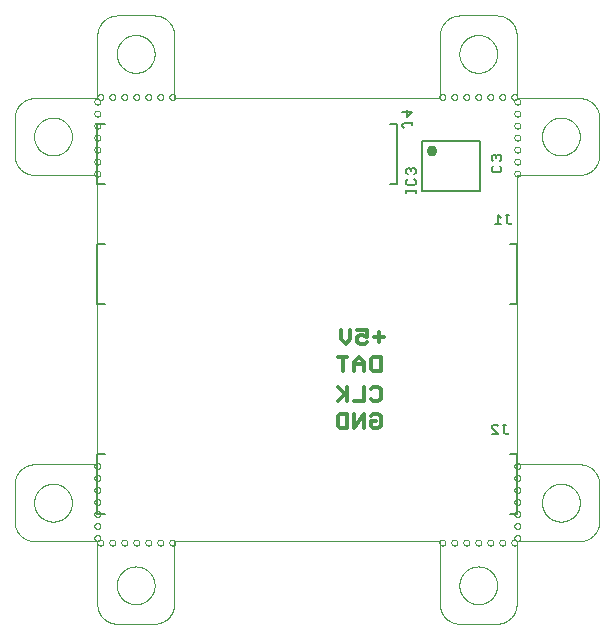
<source format=gbo>
G04 EAGLE Gerber RS-274X export*
G75*
%MOMM*%
%FSLAX34Y34*%
%LPD*%
%INSilk bottom*%
%IPPOS*%
%AMOC8*
5,1,8,0,0,1.08239X$1,22.5*%
G01*
%ADD10C,0.000000*%
%ADD11C,0.304800*%
%ADD12C,0.177800*%
%ADD13C,0.203200*%
%ADD14C,0.919200*%


D10*
X65000Y377500D02*
X290000Y377500D01*
X0Y312500D02*
X0Y67500D01*
X65000Y2500D02*
X290000Y2500D01*
X355600Y67500D02*
X355600Y312500D01*
X353060Y374650D02*
X353062Y374750D01*
X353068Y374851D01*
X353078Y374950D01*
X353092Y375050D01*
X353109Y375149D01*
X353131Y375247D01*
X353157Y375344D01*
X353186Y375440D01*
X353219Y375534D01*
X353256Y375628D01*
X353296Y375720D01*
X353340Y375810D01*
X353388Y375898D01*
X353439Y375985D01*
X353493Y376069D01*
X353551Y376151D01*
X353612Y376231D01*
X353676Y376308D01*
X353743Y376383D01*
X353813Y376455D01*
X353886Y376524D01*
X353961Y376590D01*
X354039Y376654D01*
X354119Y376714D01*
X354202Y376771D01*
X354287Y376824D01*
X354374Y376874D01*
X354463Y376921D01*
X354553Y376964D01*
X354645Y377004D01*
X354739Y377040D01*
X354834Y377072D01*
X354930Y377100D01*
X355028Y377125D01*
X355126Y377145D01*
X355225Y377162D01*
X355325Y377175D01*
X355424Y377184D01*
X355525Y377189D01*
X355625Y377190D01*
X355725Y377187D01*
X355826Y377180D01*
X355925Y377169D01*
X356025Y377154D01*
X356123Y377136D01*
X356221Y377113D01*
X356318Y377086D01*
X356413Y377056D01*
X356508Y377022D01*
X356601Y376984D01*
X356692Y376943D01*
X356782Y376898D01*
X356870Y376850D01*
X356956Y376798D01*
X357040Y376743D01*
X357121Y376684D01*
X357200Y376622D01*
X357277Y376558D01*
X357351Y376490D01*
X357422Y376419D01*
X357491Y376346D01*
X357556Y376270D01*
X357619Y376191D01*
X357678Y376110D01*
X357734Y376027D01*
X357787Y375942D01*
X357836Y375854D01*
X357882Y375765D01*
X357924Y375674D01*
X357963Y375581D01*
X357998Y375487D01*
X358029Y375392D01*
X358057Y375295D01*
X358080Y375198D01*
X358100Y375099D01*
X358116Y375000D01*
X358128Y374901D01*
X358136Y374800D01*
X358140Y374700D01*
X358140Y374600D01*
X358136Y374500D01*
X358128Y374399D01*
X358116Y374300D01*
X358100Y374201D01*
X358080Y374102D01*
X358057Y374005D01*
X358029Y373908D01*
X357998Y373813D01*
X357963Y373719D01*
X357924Y373626D01*
X357882Y373535D01*
X357836Y373446D01*
X357787Y373358D01*
X357734Y373273D01*
X357678Y373190D01*
X357619Y373109D01*
X357556Y373030D01*
X357491Y372954D01*
X357422Y372881D01*
X357351Y372810D01*
X357277Y372742D01*
X357200Y372678D01*
X357121Y372616D01*
X357040Y372557D01*
X356956Y372502D01*
X356870Y372450D01*
X356782Y372402D01*
X356692Y372357D01*
X356601Y372316D01*
X356508Y372278D01*
X356413Y372244D01*
X356318Y372214D01*
X356221Y372187D01*
X356123Y372164D01*
X356025Y372146D01*
X355925Y372131D01*
X355826Y372120D01*
X355725Y372113D01*
X355625Y372110D01*
X355525Y372111D01*
X355424Y372116D01*
X355325Y372125D01*
X355225Y372138D01*
X355126Y372155D01*
X355028Y372175D01*
X354930Y372200D01*
X354834Y372228D01*
X354739Y372260D01*
X354645Y372296D01*
X354553Y372336D01*
X354463Y372379D01*
X354374Y372426D01*
X354287Y372476D01*
X354202Y372529D01*
X354119Y372586D01*
X354039Y372646D01*
X353961Y372710D01*
X353886Y372776D01*
X353813Y372845D01*
X353743Y372917D01*
X353676Y372992D01*
X353612Y373069D01*
X353551Y373149D01*
X353493Y373231D01*
X353439Y373315D01*
X353388Y373402D01*
X353340Y373490D01*
X353296Y373580D01*
X353256Y373672D01*
X353219Y373766D01*
X353186Y373860D01*
X353157Y373956D01*
X353131Y374053D01*
X353109Y374151D01*
X353092Y374250D01*
X353078Y374350D01*
X353068Y374449D01*
X353062Y374550D01*
X353060Y374650D01*
X353060Y364490D02*
X353062Y364590D01*
X353068Y364691D01*
X353078Y364790D01*
X353092Y364890D01*
X353109Y364989D01*
X353131Y365087D01*
X353157Y365184D01*
X353186Y365280D01*
X353219Y365374D01*
X353256Y365468D01*
X353296Y365560D01*
X353340Y365650D01*
X353388Y365738D01*
X353439Y365825D01*
X353493Y365909D01*
X353551Y365991D01*
X353612Y366071D01*
X353676Y366148D01*
X353743Y366223D01*
X353813Y366295D01*
X353886Y366364D01*
X353961Y366430D01*
X354039Y366494D01*
X354119Y366554D01*
X354202Y366611D01*
X354287Y366664D01*
X354374Y366714D01*
X354463Y366761D01*
X354553Y366804D01*
X354645Y366844D01*
X354739Y366880D01*
X354834Y366912D01*
X354930Y366940D01*
X355028Y366965D01*
X355126Y366985D01*
X355225Y367002D01*
X355325Y367015D01*
X355424Y367024D01*
X355525Y367029D01*
X355625Y367030D01*
X355725Y367027D01*
X355826Y367020D01*
X355925Y367009D01*
X356025Y366994D01*
X356123Y366976D01*
X356221Y366953D01*
X356318Y366926D01*
X356413Y366896D01*
X356508Y366862D01*
X356601Y366824D01*
X356692Y366783D01*
X356782Y366738D01*
X356870Y366690D01*
X356956Y366638D01*
X357040Y366583D01*
X357121Y366524D01*
X357200Y366462D01*
X357277Y366398D01*
X357351Y366330D01*
X357422Y366259D01*
X357491Y366186D01*
X357556Y366110D01*
X357619Y366031D01*
X357678Y365950D01*
X357734Y365867D01*
X357787Y365782D01*
X357836Y365694D01*
X357882Y365605D01*
X357924Y365514D01*
X357963Y365421D01*
X357998Y365327D01*
X358029Y365232D01*
X358057Y365135D01*
X358080Y365038D01*
X358100Y364939D01*
X358116Y364840D01*
X358128Y364741D01*
X358136Y364640D01*
X358140Y364540D01*
X358140Y364440D01*
X358136Y364340D01*
X358128Y364239D01*
X358116Y364140D01*
X358100Y364041D01*
X358080Y363942D01*
X358057Y363845D01*
X358029Y363748D01*
X357998Y363653D01*
X357963Y363559D01*
X357924Y363466D01*
X357882Y363375D01*
X357836Y363286D01*
X357787Y363198D01*
X357734Y363113D01*
X357678Y363030D01*
X357619Y362949D01*
X357556Y362870D01*
X357491Y362794D01*
X357422Y362721D01*
X357351Y362650D01*
X357277Y362582D01*
X357200Y362518D01*
X357121Y362456D01*
X357040Y362397D01*
X356956Y362342D01*
X356870Y362290D01*
X356782Y362242D01*
X356692Y362197D01*
X356601Y362156D01*
X356508Y362118D01*
X356413Y362084D01*
X356318Y362054D01*
X356221Y362027D01*
X356123Y362004D01*
X356025Y361986D01*
X355925Y361971D01*
X355826Y361960D01*
X355725Y361953D01*
X355625Y361950D01*
X355525Y361951D01*
X355424Y361956D01*
X355325Y361965D01*
X355225Y361978D01*
X355126Y361995D01*
X355028Y362015D01*
X354930Y362040D01*
X354834Y362068D01*
X354739Y362100D01*
X354645Y362136D01*
X354553Y362176D01*
X354463Y362219D01*
X354374Y362266D01*
X354287Y362316D01*
X354202Y362369D01*
X354119Y362426D01*
X354039Y362486D01*
X353961Y362550D01*
X353886Y362616D01*
X353813Y362685D01*
X353743Y362757D01*
X353676Y362832D01*
X353612Y362909D01*
X353551Y362989D01*
X353493Y363071D01*
X353439Y363155D01*
X353388Y363242D01*
X353340Y363330D01*
X353296Y363420D01*
X353256Y363512D01*
X353219Y363606D01*
X353186Y363700D01*
X353157Y363796D01*
X353131Y363893D01*
X353109Y363991D01*
X353092Y364090D01*
X353078Y364190D01*
X353068Y364289D01*
X353062Y364390D01*
X353060Y364490D01*
X353060Y354330D02*
X353062Y354430D01*
X353068Y354531D01*
X353078Y354630D01*
X353092Y354730D01*
X353109Y354829D01*
X353131Y354927D01*
X353157Y355024D01*
X353186Y355120D01*
X353219Y355214D01*
X353256Y355308D01*
X353296Y355400D01*
X353340Y355490D01*
X353388Y355578D01*
X353439Y355665D01*
X353493Y355749D01*
X353551Y355831D01*
X353612Y355911D01*
X353676Y355988D01*
X353743Y356063D01*
X353813Y356135D01*
X353886Y356204D01*
X353961Y356270D01*
X354039Y356334D01*
X354119Y356394D01*
X354202Y356451D01*
X354287Y356504D01*
X354374Y356554D01*
X354463Y356601D01*
X354553Y356644D01*
X354645Y356684D01*
X354739Y356720D01*
X354834Y356752D01*
X354930Y356780D01*
X355028Y356805D01*
X355126Y356825D01*
X355225Y356842D01*
X355325Y356855D01*
X355424Y356864D01*
X355525Y356869D01*
X355625Y356870D01*
X355725Y356867D01*
X355826Y356860D01*
X355925Y356849D01*
X356025Y356834D01*
X356123Y356816D01*
X356221Y356793D01*
X356318Y356766D01*
X356413Y356736D01*
X356508Y356702D01*
X356601Y356664D01*
X356692Y356623D01*
X356782Y356578D01*
X356870Y356530D01*
X356956Y356478D01*
X357040Y356423D01*
X357121Y356364D01*
X357200Y356302D01*
X357277Y356238D01*
X357351Y356170D01*
X357422Y356099D01*
X357491Y356026D01*
X357556Y355950D01*
X357619Y355871D01*
X357678Y355790D01*
X357734Y355707D01*
X357787Y355622D01*
X357836Y355534D01*
X357882Y355445D01*
X357924Y355354D01*
X357963Y355261D01*
X357998Y355167D01*
X358029Y355072D01*
X358057Y354975D01*
X358080Y354878D01*
X358100Y354779D01*
X358116Y354680D01*
X358128Y354581D01*
X358136Y354480D01*
X358140Y354380D01*
X358140Y354280D01*
X358136Y354180D01*
X358128Y354079D01*
X358116Y353980D01*
X358100Y353881D01*
X358080Y353782D01*
X358057Y353685D01*
X358029Y353588D01*
X357998Y353493D01*
X357963Y353399D01*
X357924Y353306D01*
X357882Y353215D01*
X357836Y353126D01*
X357787Y353038D01*
X357734Y352953D01*
X357678Y352870D01*
X357619Y352789D01*
X357556Y352710D01*
X357491Y352634D01*
X357422Y352561D01*
X357351Y352490D01*
X357277Y352422D01*
X357200Y352358D01*
X357121Y352296D01*
X357040Y352237D01*
X356956Y352182D01*
X356870Y352130D01*
X356782Y352082D01*
X356692Y352037D01*
X356601Y351996D01*
X356508Y351958D01*
X356413Y351924D01*
X356318Y351894D01*
X356221Y351867D01*
X356123Y351844D01*
X356025Y351826D01*
X355925Y351811D01*
X355826Y351800D01*
X355725Y351793D01*
X355625Y351790D01*
X355525Y351791D01*
X355424Y351796D01*
X355325Y351805D01*
X355225Y351818D01*
X355126Y351835D01*
X355028Y351855D01*
X354930Y351880D01*
X354834Y351908D01*
X354739Y351940D01*
X354645Y351976D01*
X354553Y352016D01*
X354463Y352059D01*
X354374Y352106D01*
X354287Y352156D01*
X354202Y352209D01*
X354119Y352266D01*
X354039Y352326D01*
X353961Y352390D01*
X353886Y352456D01*
X353813Y352525D01*
X353743Y352597D01*
X353676Y352672D01*
X353612Y352749D01*
X353551Y352829D01*
X353493Y352911D01*
X353439Y352995D01*
X353388Y353082D01*
X353340Y353170D01*
X353296Y353260D01*
X353256Y353352D01*
X353219Y353446D01*
X353186Y353540D01*
X353157Y353636D01*
X353131Y353733D01*
X353109Y353831D01*
X353092Y353930D01*
X353078Y354030D01*
X353068Y354129D01*
X353062Y354230D01*
X353060Y354330D01*
X353060Y344170D02*
X353062Y344270D01*
X353068Y344371D01*
X353078Y344470D01*
X353092Y344570D01*
X353109Y344669D01*
X353131Y344767D01*
X353157Y344864D01*
X353186Y344960D01*
X353219Y345054D01*
X353256Y345148D01*
X353296Y345240D01*
X353340Y345330D01*
X353388Y345418D01*
X353439Y345505D01*
X353493Y345589D01*
X353551Y345671D01*
X353612Y345751D01*
X353676Y345828D01*
X353743Y345903D01*
X353813Y345975D01*
X353886Y346044D01*
X353961Y346110D01*
X354039Y346174D01*
X354119Y346234D01*
X354202Y346291D01*
X354287Y346344D01*
X354374Y346394D01*
X354463Y346441D01*
X354553Y346484D01*
X354645Y346524D01*
X354739Y346560D01*
X354834Y346592D01*
X354930Y346620D01*
X355028Y346645D01*
X355126Y346665D01*
X355225Y346682D01*
X355325Y346695D01*
X355424Y346704D01*
X355525Y346709D01*
X355625Y346710D01*
X355725Y346707D01*
X355826Y346700D01*
X355925Y346689D01*
X356025Y346674D01*
X356123Y346656D01*
X356221Y346633D01*
X356318Y346606D01*
X356413Y346576D01*
X356508Y346542D01*
X356601Y346504D01*
X356692Y346463D01*
X356782Y346418D01*
X356870Y346370D01*
X356956Y346318D01*
X357040Y346263D01*
X357121Y346204D01*
X357200Y346142D01*
X357277Y346078D01*
X357351Y346010D01*
X357422Y345939D01*
X357491Y345866D01*
X357556Y345790D01*
X357619Y345711D01*
X357678Y345630D01*
X357734Y345547D01*
X357787Y345462D01*
X357836Y345374D01*
X357882Y345285D01*
X357924Y345194D01*
X357963Y345101D01*
X357998Y345007D01*
X358029Y344912D01*
X358057Y344815D01*
X358080Y344718D01*
X358100Y344619D01*
X358116Y344520D01*
X358128Y344421D01*
X358136Y344320D01*
X358140Y344220D01*
X358140Y344120D01*
X358136Y344020D01*
X358128Y343919D01*
X358116Y343820D01*
X358100Y343721D01*
X358080Y343622D01*
X358057Y343525D01*
X358029Y343428D01*
X357998Y343333D01*
X357963Y343239D01*
X357924Y343146D01*
X357882Y343055D01*
X357836Y342966D01*
X357787Y342878D01*
X357734Y342793D01*
X357678Y342710D01*
X357619Y342629D01*
X357556Y342550D01*
X357491Y342474D01*
X357422Y342401D01*
X357351Y342330D01*
X357277Y342262D01*
X357200Y342198D01*
X357121Y342136D01*
X357040Y342077D01*
X356956Y342022D01*
X356870Y341970D01*
X356782Y341922D01*
X356692Y341877D01*
X356601Y341836D01*
X356508Y341798D01*
X356413Y341764D01*
X356318Y341734D01*
X356221Y341707D01*
X356123Y341684D01*
X356025Y341666D01*
X355925Y341651D01*
X355826Y341640D01*
X355725Y341633D01*
X355625Y341630D01*
X355525Y341631D01*
X355424Y341636D01*
X355325Y341645D01*
X355225Y341658D01*
X355126Y341675D01*
X355028Y341695D01*
X354930Y341720D01*
X354834Y341748D01*
X354739Y341780D01*
X354645Y341816D01*
X354553Y341856D01*
X354463Y341899D01*
X354374Y341946D01*
X354287Y341996D01*
X354202Y342049D01*
X354119Y342106D01*
X354039Y342166D01*
X353961Y342230D01*
X353886Y342296D01*
X353813Y342365D01*
X353743Y342437D01*
X353676Y342512D01*
X353612Y342589D01*
X353551Y342669D01*
X353493Y342751D01*
X353439Y342835D01*
X353388Y342922D01*
X353340Y343010D01*
X353296Y343100D01*
X353256Y343192D01*
X353219Y343286D01*
X353186Y343380D01*
X353157Y343476D01*
X353131Y343573D01*
X353109Y343671D01*
X353092Y343770D01*
X353078Y343870D01*
X353068Y343969D01*
X353062Y344070D01*
X353060Y344170D01*
X353060Y334010D02*
X353062Y334110D01*
X353068Y334211D01*
X353078Y334310D01*
X353092Y334410D01*
X353109Y334509D01*
X353131Y334607D01*
X353157Y334704D01*
X353186Y334800D01*
X353219Y334894D01*
X353256Y334988D01*
X353296Y335080D01*
X353340Y335170D01*
X353388Y335258D01*
X353439Y335345D01*
X353493Y335429D01*
X353551Y335511D01*
X353612Y335591D01*
X353676Y335668D01*
X353743Y335743D01*
X353813Y335815D01*
X353886Y335884D01*
X353961Y335950D01*
X354039Y336014D01*
X354119Y336074D01*
X354202Y336131D01*
X354287Y336184D01*
X354374Y336234D01*
X354463Y336281D01*
X354553Y336324D01*
X354645Y336364D01*
X354739Y336400D01*
X354834Y336432D01*
X354930Y336460D01*
X355028Y336485D01*
X355126Y336505D01*
X355225Y336522D01*
X355325Y336535D01*
X355424Y336544D01*
X355525Y336549D01*
X355625Y336550D01*
X355725Y336547D01*
X355826Y336540D01*
X355925Y336529D01*
X356025Y336514D01*
X356123Y336496D01*
X356221Y336473D01*
X356318Y336446D01*
X356413Y336416D01*
X356508Y336382D01*
X356601Y336344D01*
X356692Y336303D01*
X356782Y336258D01*
X356870Y336210D01*
X356956Y336158D01*
X357040Y336103D01*
X357121Y336044D01*
X357200Y335982D01*
X357277Y335918D01*
X357351Y335850D01*
X357422Y335779D01*
X357491Y335706D01*
X357556Y335630D01*
X357619Y335551D01*
X357678Y335470D01*
X357734Y335387D01*
X357787Y335302D01*
X357836Y335214D01*
X357882Y335125D01*
X357924Y335034D01*
X357963Y334941D01*
X357998Y334847D01*
X358029Y334752D01*
X358057Y334655D01*
X358080Y334558D01*
X358100Y334459D01*
X358116Y334360D01*
X358128Y334261D01*
X358136Y334160D01*
X358140Y334060D01*
X358140Y333960D01*
X358136Y333860D01*
X358128Y333759D01*
X358116Y333660D01*
X358100Y333561D01*
X358080Y333462D01*
X358057Y333365D01*
X358029Y333268D01*
X357998Y333173D01*
X357963Y333079D01*
X357924Y332986D01*
X357882Y332895D01*
X357836Y332806D01*
X357787Y332718D01*
X357734Y332633D01*
X357678Y332550D01*
X357619Y332469D01*
X357556Y332390D01*
X357491Y332314D01*
X357422Y332241D01*
X357351Y332170D01*
X357277Y332102D01*
X357200Y332038D01*
X357121Y331976D01*
X357040Y331917D01*
X356956Y331862D01*
X356870Y331810D01*
X356782Y331762D01*
X356692Y331717D01*
X356601Y331676D01*
X356508Y331638D01*
X356413Y331604D01*
X356318Y331574D01*
X356221Y331547D01*
X356123Y331524D01*
X356025Y331506D01*
X355925Y331491D01*
X355826Y331480D01*
X355725Y331473D01*
X355625Y331470D01*
X355525Y331471D01*
X355424Y331476D01*
X355325Y331485D01*
X355225Y331498D01*
X355126Y331515D01*
X355028Y331535D01*
X354930Y331560D01*
X354834Y331588D01*
X354739Y331620D01*
X354645Y331656D01*
X354553Y331696D01*
X354463Y331739D01*
X354374Y331786D01*
X354287Y331836D01*
X354202Y331889D01*
X354119Y331946D01*
X354039Y332006D01*
X353961Y332070D01*
X353886Y332136D01*
X353813Y332205D01*
X353743Y332277D01*
X353676Y332352D01*
X353612Y332429D01*
X353551Y332509D01*
X353493Y332591D01*
X353439Y332675D01*
X353388Y332762D01*
X353340Y332850D01*
X353296Y332940D01*
X353256Y333032D01*
X353219Y333126D01*
X353186Y333220D01*
X353157Y333316D01*
X353131Y333413D01*
X353109Y333511D01*
X353092Y333610D01*
X353078Y333710D01*
X353068Y333809D01*
X353062Y333910D01*
X353060Y334010D01*
X355000Y377500D02*
X407500Y377500D01*
X425000Y360000D02*
X425000Y330000D01*
X407500Y312500D02*
X355600Y312500D01*
X353060Y323850D02*
X353062Y323950D01*
X353068Y324051D01*
X353078Y324150D01*
X353092Y324250D01*
X353109Y324349D01*
X353131Y324447D01*
X353157Y324544D01*
X353186Y324640D01*
X353219Y324734D01*
X353256Y324828D01*
X353296Y324920D01*
X353340Y325010D01*
X353388Y325098D01*
X353439Y325185D01*
X353493Y325269D01*
X353551Y325351D01*
X353612Y325431D01*
X353676Y325508D01*
X353743Y325583D01*
X353813Y325655D01*
X353886Y325724D01*
X353961Y325790D01*
X354039Y325854D01*
X354119Y325914D01*
X354202Y325971D01*
X354287Y326024D01*
X354374Y326074D01*
X354463Y326121D01*
X354553Y326164D01*
X354645Y326204D01*
X354739Y326240D01*
X354834Y326272D01*
X354930Y326300D01*
X355028Y326325D01*
X355126Y326345D01*
X355225Y326362D01*
X355325Y326375D01*
X355424Y326384D01*
X355525Y326389D01*
X355625Y326390D01*
X355725Y326387D01*
X355826Y326380D01*
X355925Y326369D01*
X356025Y326354D01*
X356123Y326336D01*
X356221Y326313D01*
X356318Y326286D01*
X356413Y326256D01*
X356508Y326222D01*
X356601Y326184D01*
X356692Y326143D01*
X356782Y326098D01*
X356870Y326050D01*
X356956Y325998D01*
X357040Y325943D01*
X357121Y325884D01*
X357200Y325822D01*
X357277Y325758D01*
X357351Y325690D01*
X357422Y325619D01*
X357491Y325546D01*
X357556Y325470D01*
X357619Y325391D01*
X357678Y325310D01*
X357734Y325227D01*
X357787Y325142D01*
X357836Y325054D01*
X357882Y324965D01*
X357924Y324874D01*
X357963Y324781D01*
X357998Y324687D01*
X358029Y324592D01*
X358057Y324495D01*
X358080Y324398D01*
X358100Y324299D01*
X358116Y324200D01*
X358128Y324101D01*
X358136Y324000D01*
X358140Y323900D01*
X358140Y323800D01*
X358136Y323700D01*
X358128Y323599D01*
X358116Y323500D01*
X358100Y323401D01*
X358080Y323302D01*
X358057Y323205D01*
X358029Y323108D01*
X357998Y323013D01*
X357963Y322919D01*
X357924Y322826D01*
X357882Y322735D01*
X357836Y322646D01*
X357787Y322558D01*
X357734Y322473D01*
X357678Y322390D01*
X357619Y322309D01*
X357556Y322230D01*
X357491Y322154D01*
X357422Y322081D01*
X357351Y322010D01*
X357277Y321942D01*
X357200Y321878D01*
X357121Y321816D01*
X357040Y321757D01*
X356956Y321702D01*
X356870Y321650D01*
X356782Y321602D01*
X356692Y321557D01*
X356601Y321516D01*
X356508Y321478D01*
X356413Y321444D01*
X356318Y321414D01*
X356221Y321387D01*
X356123Y321364D01*
X356025Y321346D01*
X355925Y321331D01*
X355826Y321320D01*
X355725Y321313D01*
X355625Y321310D01*
X355525Y321311D01*
X355424Y321316D01*
X355325Y321325D01*
X355225Y321338D01*
X355126Y321355D01*
X355028Y321375D01*
X354930Y321400D01*
X354834Y321428D01*
X354739Y321460D01*
X354645Y321496D01*
X354553Y321536D01*
X354463Y321579D01*
X354374Y321626D01*
X354287Y321676D01*
X354202Y321729D01*
X354119Y321786D01*
X354039Y321846D01*
X353961Y321910D01*
X353886Y321976D01*
X353813Y322045D01*
X353743Y322117D01*
X353676Y322192D01*
X353612Y322269D01*
X353551Y322349D01*
X353493Y322431D01*
X353439Y322515D01*
X353388Y322602D01*
X353340Y322690D01*
X353296Y322780D01*
X353256Y322872D01*
X353219Y322966D01*
X353186Y323060D01*
X353157Y323156D01*
X353131Y323253D01*
X353109Y323351D01*
X353092Y323450D01*
X353078Y323550D01*
X353068Y323649D01*
X353062Y323750D01*
X353060Y323850D01*
X353060Y313690D02*
X353062Y313790D01*
X353068Y313891D01*
X353078Y313990D01*
X353092Y314090D01*
X353109Y314189D01*
X353131Y314287D01*
X353157Y314384D01*
X353186Y314480D01*
X353219Y314574D01*
X353256Y314668D01*
X353296Y314760D01*
X353340Y314850D01*
X353388Y314938D01*
X353439Y315025D01*
X353493Y315109D01*
X353551Y315191D01*
X353612Y315271D01*
X353676Y315348D01*
X353743Y315423D01*
X353813Y315495D01*
X353886Y315564D01*
X353961Y315630D01*
X354039Y315694D01*
X354119Y315754D01*
X354202Y315811D01*
X354287Y315864D01*
X354374Y315914D01*
X354463Y315961D01*
X354553Y316004D01*
X354645Y316044D01*
X354739Y316080D01*
X354834Y316112D01*
X354930Y316140D01*
X355028Y316165D01*
X355126Y316185D01*
X355225Y316202D01*
X355325Y316215D01*
X355424Y316224D01*
X355525Y316229D01*
X355625Y316230D01*
X355725Y316227D01*
X355826Y316220D01*
X355925Y316209D01*
X356025Y316194D01*
X356123Y316176D01*
X356221Y316153D01*
X356318Y316126D01*
X356413Y316096D01*
X356508Y316062D01*
X356601Y316024D01*
X356692Y315983D01*
X356782Y315938D01*
X356870Y315890D01*
X356956Y315838D01*
X357040Y315783D01*
X357121Y315724D01*
X357200Y315662D01*
X357277Y315598D01*
X357351Y315530D01*
X357422Y315459D01*
X357491Y315386D01*
X357556Y315310D01*
X357619Y315231D01*
X357678Y315150D01*
X357734Y315067D01*
X357787Y314982D01*
X357836Y314894D01*
X357882Y314805D01*
X357924Y314714D01*
X357963Y314621D01*
X357998Y314527D01*
X358029Y314432D01*
X358057Y314335D01*
X358080Y314238D01*
X358100Y314139D01*
X358116Y314040D01*
X358128Y313941D01*
X358136Y313840D01*
X358140Y313740D01*
X358140Y313640D01*
X358136Y313540D01*
X358128Y313439D01*
X358116Y313340D01*
X358100Y313241D01*
X358080Y313142D01*
X358057Y313045D01*
X358029Y312948D01*
X357998Y312853D01*
X357963Y312759D01*
X357924Y312666D01*
X357882Y312575D01*
X357836Y312486D01*
X357787Y312398D01*
X357734Y312313D01*
X357678Y312230D01*
X357619Y312149D01*
X357556Y312070D01*
X357491Y311994D01*
X357422Y311921D01*
X357351Y311850D01*
X357277Y311782D01*
X357200Y311718D01*
X357121Y311656D01*
X357040Y311597D01*
X356956Y311542D01*
X356870Y311490D01*
X356782Y311442D01*
X356692Y311397D01*
X356601Y311356D01*
X356508Y311318D01*
X356413Y311284D01*
X356318Y311254D01*
X356221Y311227D01*
X356123Y311204D01*
X356025Y311186D01*
X355925Y311171D01*
X355826Y311160D01*
X355725Y311153D01*
X355625Y311150D01*
X355525Y311151D01*
X355424Y311156D01*
X355325Y311165D01*
X355225Y311178D01*
X355126Y311195D01*
X355028Y311215D01*
X354930Y311240D01*
X354834Y311268D01*
X354739Y311300D01*
X354645Y311336D01*
X354553Y311376D01*
X354463Y311419D01*
X354374Y311466D01*
X354287Y311516D01*
X354202Y311569D01*
X354119Y311626D01*
X354039Y311686D01*
X353961Y311750D01*
X353886Y311816D01*
X353813Y311885D01*
X353743Y311957D01*
X353676Y312032D01*
X353612Y312109D01*
X353551Y312189D01*
X353493Y312271D01*
X353439Y312355D01*
X353388Y312442D01*
X353340Y312530D01*
X353296Y312620D01*
X353256Y312712D01*
X353219Y312806D01*
X353186Y312900D01*
X353157Y312996D01*
X353131Y313093D01*
X353109Y313191D01*
X353092Y313290D01*
X353078Y313390D01*
X353068Y313489D01*
X353062Y313590D01*
X353060Y313690D01*
X289560Y378460D02*
X289562Y378560D01*
X289568Y378661D01*
X289578Y378760D01*
X289592Y378860D01*
X289609Y378959D01*
X289631Y379057D01*
X289657Y379154D01*
X289686Y379250D01*
X289719Y379344D01*
X289756Y379438D01*
X289796Y379530D01*
X289840Y379620D01*
X289888Y379708D01*
X289939Y379795D01*
X289993Y379879D01*
X290051Y379961D01*
X290112Y380041D01*
X290176Y380118D01*
X290243Y380193D01*
X290313Y380265D01*
X290386Y380334D01*
X290461Y380400D01*
X290539Y380464D01*
X290619Y380524D01*
X290702Y380581D01*
X290787Y380634D01*
X290874Y380684D01*
X290963Y380731D01*
X291053Y380774D01*
X291145Y380814D01*
X291239Y380850D01*
X291334Y380882D01*
X291430Y380910D01*
X291528Y380935D01*
X291626Y380955D01*
X291725Y380972D01*
X291825Y380985D01*
X291924Y380994D01*
X292025Y380999D01*
X292125Y381000D01*
X292225Y380997D01*
X292326Y380990D01*
X292425Y380979D01*
X292525Y380964D01*
X292623Y380946D01*
X292721Y380923D01*
X292818Y380896D01*
X292913Y380866D01*
X293008Y380832D01*
X293101Y380794D01*
X293192Y380753D01*
X293282Y380708D01*
X293370Y380660D01*
X293456Y380608D01*
X293540Y380553D01*
X293621Y380494D01*
X293700Y380432D01*
X293777Y380368D01*
X293851Y380300D01*
X293922Y380229D01*
X293991Y380156D01*
X294056Y380080D01*
X294119Y380001D01*
X294178Y379920D01*
X294234Y379837D01*
X294287Y379752D01*
X294336Y379664D01*
X294382Y379575D01*
X294424Y379484D01*
X294463Y379391D01*
X294498Y379297D01*
X294529Y379202D01*
X294557Y379105D01*
X294580Y379008D01*
X294600Y378909D01*
X294616Y378810D01*
X294628Y378711D01*
X294636Y378610D01*
X294640Y378510D01*
X294640Y378410D01*
X294636Y378310D01*
X294628Y378209D01*
X294616Y378110D01*
X294600Y378011D01*
X294580Y377912D01*
X294557Y377815D01*
X294529Y377718D01*
X294498Y377623D01*
X294463Y377529D01*
X294424Y377436D01*
X294382Y377345D01*
X294336Y377256D01*
X294287Y377168D01*
X294234Y377083D01*
X294178Y377000D01*
X294119Y376919D01*
X294056Y376840D01*
X293991Y376764D01*
X293922Y376691D01*
X293851Y376620D01*
X293777Y376552D01*
X293700Y376488D01*
X293621Y376426D01*
X293540Y376367D01*
X293456Y376312D01*
X293370Y376260D01*
X293282Y376212D01*
X293192Y376167D01*
X293101Y376126D01*
X293008Y376088D01*
X292913Y376054D01*
X292818Y376024D01*
X292721Y375997D01*
X292623Y375974D01*
X292525Y375956D01*
X292425Y375941D01*
X292326Y375930D01*
X292225Y375923D01*
X292125Y375920D01*
X292025Y375921D01*
X291924Y375926D01*
X291825Y375935D01*
X291725Y375948D01*
X291626Y375965D01*
X291528Y375985D01*
X291430Y376010D01*
X291334Y376038D01*
X291239Y376070D01*
X291145Y376106D01*
X291053Y376146D01*
X290963Y376189D01*
X290874Y376236D01*
X290787Y376286D01*
X290702Y376339D01*
X290619Y376396D01*
X290539Y376456D01*
X290461Y376520D01*
X290386Y376586D01*
X290313Y376655D01*
X290243Y376727D01*
X290176Y376802D01*
X290112Y376879D01*
X290051Y376959D01*
X289993Y377041D01*
X289939Y377125D01*
X289888Y377212D01*
X289840Y377300D01*
X289796Y377390D01*
X289756Y377482D01*
X289719Y377576D01*
X289686Y377670D01*
X289657Y377766D01*
X289631Y377863D01*
X289609Y377961D01*
X289592Y378060D01*
X289578Y378160D01*
X289568Y378259D01*
X289562Y378360D01*
X289560Y378460D01*
X299720Y378460D02*
X299722Y378560D01*
X299728Y378661D01*
X299738Y378760D01*
X299752Y378860D01*
X299769Y378959D01*
X299791Y379057D01*
X299817Y379154D01*
X299846Y379250D01*
X299879Y379344D01*
X299916Y379438D01*
X299956Y379530D01*
X300000Y379620D01*
X300048Y379708D01*
X300099Y379795D01*
X300153Y379879D01*
X300211Y379961D01*
X300272Y380041D01*
X300336Y380118D01*
X300403Y380193D01*
X300473Y380265D01*
X300546Y380334D01*
X300621Y380400D01*
X300699Y380464D01*
X300779Y380524D01*
X300862Y380581D01*
X300947Y380634D01*
X301034Y380684D01*
X301123Y380731D01*
X301213Y380774D01*
X301305Y380814D01*
X301399Y380850D01*
X301494Y380882D01*
X301590Y380910D01*
X301688Y380935D01*
X301786Y380955D01*
X301885Y380972D01*
X301985Y380985D01*
X302084Y380994D01*
X302185Y380999D01*
X302285Y381000D01*
X302385Y380997D01*
X302486Y380990D01*
X302585Y380979D01*
X302685Y380964D01*
X302783Y380946D01*
X302881Y380923D01*
X302978Y380896D01*
X303073Y380866D01*
X303168Y380832D01*
X303261Y380794D01*
X303352Y380753D01*
X303442Y380708D01*
X303530Y380660D01*
X303616Y380608D01*
X303700Y380553D01*
X303781Y380494D01*
X303860Y380432D01*
X303937Y380368D01*
X304011Y380300D01*
X304082Y380229D01*
X304151Y380156D01*
X304216Y380080D01*
X304279Y380001D01*
X304338Y379920D01*
X304394Y379837D01*
X304447Y379752D01*
X304496Y379664D01*
X304542Y379575D01*
X304584Y379484D01*
X304623Y379391D01*
X304658Y379297D01*
X304689Y379202D01*
X304717Y379105D01*
X304740Y379008D01*
X304760Y378909D01*
X304776Y378810D01*
X304788Y378711D01*
X304796Y378610D01*
X304800Y378510D01*
X304800Y378410D01*
X304796Y378310D01*
X304788Y378209D01*
X304776Y378110D01*
X304760Y378011D01*
X304740Y377912D01*
X304717Y377815D01*
X304689Y377718D01*
X304658Y377623D01*
X304623Y377529D01*
X304584Y377436D01*
X304542Y377345D01*
X304496Y377256D01*
X304447Y377168D01*
X304394Y377083D01*
X304338Y377000D01*
X304279Y376919D01*
X304216Y376840D01*
X304151Y376764D01*
X304082Y376691D01*
X304011Y376620D01*
X303937Y376552D01*
X303860Y376488D01*
X303781Y376426D01*
X303700Y376367D01*
X303616Y376312D01*
X303530Y376260D01*
X303442Y376212D01*
X303352Y376167D01*
X303261Y376126D01*
X303168Y376088D01*
X303073Y376054D01*
X302978Y376024D01*
X302881Y375997D01*
X302783Y375974D01*
X302685Y375956D01*
X302585Y375941D01*
X302486Y375930D01*
X302385Y375923D01*
X302285Y375920D01*
X302185Y375921D01*
X302084Y375926D01*
X301985Y375935D01*
X301885Y375948D01*
X301786Y375965D01*
X301688Y375985D01*
X301590Y376010D01*
X301494Y376038D01*
X301399Y376070D01*
X301305Y376106D01*
X301213Y376146D01*
X301123Y376189D01*
X301034Y376236D01*
X300947Y376286D01*
X300862Y376339D01*
X300779Y376396D01*
X300699Y376456D01*
X300621Y376520D01*
X300546Y376586D01*
X300473Y376655D01*
X300403Y376727D01*
X300336Y376802D01*
X300272Y376879D01*
X300211Y376959D01*
X300153Y377041D01*
X300099Y377125D01*
X300048Y377212D01*
X300000Y377300D01*
X299956Y377390D01*
X299916Y377482D01*
X299879Y377576D01*
X299846Y377670D01*
X299817Y377766D01*
X299791Y377863D01*
X299769Y377961D01*
X299752Y378060D01*
X299738Y378160D01*
X299728Y378259D01*
X299722Y378360D01*
X299720Y378460D01*
X309880Y378460D02*
X309882Y378560D01*
X309888Y378661D01*
X309898Y378760D01*
X309912Y378860D01*
X309929Y378959D01*
X309951Y379057D01*
X309977Y379154D01*
X310006Y379250D01*
X310039Y379344D01*
X310076Y379438D01*
X310116Y379530D01*
X310160Y379620D01*
X310208Y379708D01*
X310259Y379795D01*
X310313Y379879D01*
X310371Y379961D01*
X310432Y380041D01*
X310496Y380118D01*
X310563Y380193D01*
X310633Y380265D01*
X310706Y380334D01*
X310781Y380400D01*
X310859Y380464D01*
X310939Y380524D01*
X311022Y380581D01*
X311107Y380634D01*
X311194Y380684D01*
X311283Y380731D01*
X311373Y380774D01*
X311465Y380814D01*
X311559Y380850D01*
X311654Y380882D01*
X311750Y380910D01*
X311848Y380935D01*
X311946Y380955D01*
X312045Y380972D01*
X312145Y380985D01*
X312244Y380994D01*
X312345Y380999D01*
X312445Y381000D01*
X312545Y380997D01*
X312646Y380990D01*
X312745Y380979D01*
X312845Y380964D01*
X312943Y380946D01*
X313041Y380923D01*
X313138Y380896D01*
X313233Y380866D01*
X313328Y380832D01*
X313421Y380794D01*
X313512Y380753D01*
X313602Y380708D01*
X313690Y380660D01*
X313776Y380608D01*
X313860Y380553D01*
X313941Y380494D01*
X314020Y380432D01*
X314097Y380368D01*
X314171Y380300D01*
X314242Y380229D01*
X314311Y380156D01*
X314376Y380080D01*
X314439Y380001D01*
X314498Y379920D01*
X314554Y379837D01*
X314607Y379752D01*
X314656Y379664D01*
X314702Y379575D01*
X314744Y379484D01*
X314783Y379391D01*
X314818Y379297D01*
X314849Y379202D01*
X314877Y379105D01*
X314900Y379008D01*
X314920Y378909D01*
X314936Y378810D01*
X314948Y378711D01*
X314956Y378610D01*
X314960Y378510D01*
X314960Y378410D01*
X314956Y378310D01*
X314948Y378209D01*
X314936Y378110D01*
X314920Y378011D01*
X314900Y377912D01*
X314877Y377815D01*
X314849Y377718D01*
X314818Y377623D01*
X314783Y377529D01*
X314744Y377436D01*
X314702Y377345D01*
X314656Y377256D01*
X314607Y377168D01*
X314554Y377083D01*
X314498Y377000D01*
X314439Y376919D01*
X314376Y376840D01*
X314311Y376764D01*
X314242Y376691D01*
X314171Y376620D01*
X314097Y376552D01*
X314020Y376488D01*
X313941Y376426D01*
X313860Y376367D01*
X313776Y376312D01*
X313690Y376260D01*
X313602Y376212D01*
X313512Y376167D01*
X313421Y376126D01*
X313328Y376088D01*
X313233Y376054D01*
X313138Y376024D01*
X313041Y375997D01*
X312943Y375974D01*
X312845Y375956D01*
X312745Y375941D01*
X312646Y375930D01*
X312545Y375923D01*
X312445Y375920D01*
X312345Y375921D01*
X312244Y375926D01*
X312145Y375935D01*
X312045Y375948D01*
X311946Y375965D01*
X311848Y375985D01*
X311750Y376010D01*
X311654Y376038D01*
X311559Y376070D01*
X311465Y376106D01*
X311373Y376146D01*
X311283Y376189D01*
X311194Y376236D01*
X311107Y376286D01*
X311022Y376339D01*
X310939Y376396D01*
X310859Y376456D01*
X310781Y376520D01*
X310706Y376586D01*
X310633Y376655D01*
X310563Y376727D01*
X310496Y376802D01*
X310432Y376879D01*
X310371Y376959D01*
X310313Y377041D01*
X310259Y377125D01*
X310208Y377212D01*
X310160Y377300D01*
X310116Y377390D01*
X310076Y377482D01*
X310039Y377576D01*
X310006Y377670D01*
X309977Y377766D01*
X309951Y377863D01*
X309929Y377961D01*
X309912Y378060D01*
X309898Y378160D01*
X309888Y378259D01*
X309882Y378360D01*
X309880Y378460D01*
X320040Y378460D02*
X320042Y378560D01*
X320048Y378661D01*
X320058Y378760D01*
X320072Y378860D01*
X320089Y378959D01*
X320111Y379057D01*
X320137Y379154D01*
X320166Y379250D01*
X320199Y379344D01*
X320236Y379438D01*
X320276Y379530D01*
X320320Y379620D01*
X320368Y379708D01*
X320419Y379795D01*
X320473Y379879D01*
X320531Y379961D01*
X320592Y380041D01*
X320656Y380118D01*
X320723Y380193D01*
X320793Y380265D01*
X320866Y380334D01*
X320941Y380400D01*
X321019Y380464D01*
X321099Y380524D01*
X321182Y380581D01*
X321267Y380634D01*
X321354Y380684D01*
X321443Y380731D01*
X321533Y380774D01*
X321625Y380814D01*
X321719Y380850D01*
X321814Y380882D01*
X321910Y380910D01*
X322008Y380935D01*
X322106Y380955D01*
X322205Y380972D01*
X322305Y380985D01*
X322404Y380994D01*
X322505Y380999D01*
X322605Y381000D01*
X322705Y380997D01*
X322806Y380990D01*
X322905Y380979D01*
X323005Y380964D01*
X323103Y380946D01*
X323201Y380923D01*
X323298Y380896D01*
X323393Y380866D01*
X323488Y380832D01*
X323581Y380794D01*
X323672Y380753D01*
X323762Y380708D01*
X323850Y380660D01*
X323936Y380608D01*
X324020Y380553D01*
X324101Y380494D01*
X324180Y380432D01*
X324257Y380368D01*
X324331Y380300D01*
X324402Y380229D01*
X324471Y380156D01*
X324536Y380080D01*
X324599Y380001D01*
X324658Y379920D01*
X324714Y379837D01*
X324767Y379752D01*
X324816Y379664D01*
X324862Y379575D01*
X324904Y379484D01*
X324943Y379391D01*
X324978Y379297D01*
X325009Y379202D01*
X325037Y379105D01*
X325060Y379008D01*
X325080Y378909D01*
X325096Y378810D01*
X325108Y378711D01*
X325116Y378610D01*
X325120Y378510D01*
X325120Y378410D01*
X325116Y378310D01*
X325108Y378209D01*
X325096Y378110D01*
X325080Y378011D01*
X325060Y377912D01*
X325037Y377815D01*
X325009Y377718D01*
X324978Y377623D01*
X324943Y377529D01*
X324904Y377436D01*
X324862Y377345D01*
X324816Y377256D01*
X324767Y377168D01*
X324714Y377083D01*
X324658Y377000D01*
X324599Y376919D01*
X324536Y376840D01*
X324471Y376764D01*
X324402Y376691D01*
X324331Y376620D01*
X324257Y376552D01*
X324180Y376488D01*
X324101Y376426D01*
X324020Y376367D01*
X323936Y376312D01*
X323850Y376260D01*
X323762Y376212D01*
X323672Y376167D01*
X323581Y376126D01*
X323488Y376088D01*
X323393Y376054D01*
X323298Y376024D01*
X323201Y375997D01*
X323103Y375974D01*
X323005Y375956D01*
X322905Y375941D01*
X322806Y375930D01*
X322705Y375923D01*
X322605Y375920D01*
X322505Y375921D01*
X322404Y375926D01*
X322305Y375935D01*
X322205Y375948D01*
X322106Y375965D01*
X322008Y375985D01*
X321910Y376010D01*
X321814Y376038D01*
X321719Y376070D01*
X321625Y376106D01*
X321533Y376146D01*
X321443Y376189D01*
X321354Y376236D01*
X321267Y376286D01*
X321182Y376339D01*
X321099Y376396D01*
X321019Y376456D01*
X320941Y376520D01*
X320866Y376586D01*
X320793Y376655D01*
X320723Y376727D01*
X320656Y376802D01*
X320592Y376879D01*
X320531Y376959D01*
X320473Y377041D01*
X320419Y377125D01*
X320368Y377212D01*
X320320Y377300D01*
X320276Y377390D01*
X320236Y377482D01*
X320199Y377576D01*
X320166Y377670D01*
X320137Y377766D01*
X320111Y377863D01*
X320089Y377961D01*
X320072Y378060D01*
X320058Y378160D01*
X320048Y378259D01*
X320042Y378360D01*
X320040Y378460D01*
X330200Y378460D02*
X330202Y378560D01*
X330208Y378661D01*
X330218Y378760D01*
X330232Y378860D01*
X330249Y378959D01*
X330271Y379057D01*
X330297Y379154D01*
X330326Y379250D01*
X330359Y379344D01*
X330396Y379438D01*
X330436Y379530D01*
X330480Y379620D01*
X330528Y379708D01*
X330579Y379795D01*
X330633Y379879D01*
X330691Y379961D01*
X330752Y380041D01*
X330816Y380118D01*
X330883Y380193D01*
X330953Y380265D01*
X331026Y380334D01*
X331101Y380400D01*
X331179Y380464D01*
X331259Y380524D01*
X331342Y380581D01*
X331427Y380634D01*
X331514Y380684D01*
X331603Y380731D01*
X331693Y380774D01*
X331785Y380814D01*
X331879Y380850D01*
X331974Y380882D01*
X332070Y380910D01*
X332168Y380935D01*
X332266Y380955D01*
X332365Y380972D01*
X332465Y380985D01*
X332564Y380994D01*
X332665Y380999D01*
X332765Y381000D01*
X332865Y380997D01*
X332966Y380990D01*
X333065Y380979D01*
X333165Y380964D01*
X333263Y380946D01*
X333361Y380923D01*
X333458Y380896D01*
X333553Y380866D01*
X333648Y380832D01*
X333741Y380794D01*
X333832Y380753D01*
X333922Y380708D01*
X334010Y380660D01*
X334096Y380608D01*
X334180Y380553D01*
X334261Y380494D01*
X334340Y380432D01*
X334417Y380368D01*
X334491Y380300D01*
X334562Y380229D01*
X334631Y380156D01*
X334696Y380080D01*
X334759Y380001D01*
X334818Y379920D01*
X334874Y379837D01*
X334927Y379752D01*
X334976Y379664D01*
X335022Y379575D01*
X335064Y379484D01*
X335103Y379391D01*
X335138Y379297D01*
X335169Y379202D01*
X335197Y379105D01*
X335220Y379008D01*
X335240Y378909D01*
X335256Y378810D01*
X335268Y378711D01*
X335276Y378610D01*
X335280Y378510D01*
X335280Y378410D01*
X335276Y378310D01*
X335268Y378209D01*
X335256Y378110D01*
X335240Y378011D01*
X335220Y377912D01*
X335197Y377815D01*
X335169Y377718D01*
X335138Y377623D01*
X335103Y377529D01*
X335064Y377436D01*
X335022Y377345D01*
X334976Y377256D01*
X334927Y377168D01*
X334874Y377083D01*
X334818Y377000D01*
X334759Y376919D01*
X334696Y376840D01*
X334631Y376764D01*
X334562Y376691D01*
X334491Y376620D01*
X334417Y376552D01*
X334340Y376488D01*
X334261Y376426D01*
X334180Y376367D01*
X334096Y376312D01*
X334010Y376260D01*
X333922Y376212D01*
X333832Y376167D01*
X333741Y376126D01*
X333648Y376088D01*
X333553Y376054D01*
X333458Y376024D01*
X333361Y375997D01*
X333263Y375974D01*
X333165Y375956D01*
X333065Y375941D01*
X332966Y375930D01*
X332865Y375923D01*
X332765Y375920D01*
X332665Y375921D01*
X332564Y375926D01*
X332465Y375935D01*
X332365Y375948D01*
X332266Y375965D01*
X332168Y375985D01*
X332070Y376010D01*
X331974Y376038D01*
X331879Y376070D01*
X331785Y376106D01*
X331693Y376146D01*
X331603Y376189D01*
X331514Y376236D01*
X331427Y376286D01*
X331342Y376339D01*
X331259Y376396D01*
X331179Y376456D01*
X331101Y376520D01*
X331026Y376586D01*
X330953Y376655D01*
X330883Y376727D01*
X330816Y376802D01*
X330752Y376879D01*
X330691Y376959D01*
X330633Y377041D01*
X330579Y377125D01*
X330528Y377212D01*
X330480Y377300D01*
X330436Y377390D01*
X330396Y377482D01*
X330359Y377576D01*
X330326Y377670D01*
X330297Y377766D01*
X330271Y377863D01*
X330249Y377961D01*
X330232Y378060D01*
X330218Y378160D01*
X330208Y378259D01*
X330202Y378360D01*
X330200Y378460D01*
X290000Y377500D02*
X290000Y430000D01*
X308000Y447500D02*
X337500Y447500D01*
X340360Y378460D02*
X340362Y378560D01*
X340368Y378661D01*
X340378Y378760D01*
X340392Y378860D01*
X340409Y378959D01*
X340431Y379057D01*
X340457Y379154D01*
X340486Y379250D01*
X340519Y379344D01*
X340556Y379438D01*
X340596Y379530D01*
X340640Y379620D01*
X340688Y379708D01*
X340739Y379795D01*
X340793Y379879D01*
X340851Y379961D01*
X340912Y380041D01*
X340976Y380118D01*
X341043Y380193D01*
X341113Y380265D01*
X341186Y380334D01*
X341261Y380400D01*
X341339Y380464D01*
X341419Y380524D01*
X341502Y380581D01*
X341587Y380634D01*
X341674Y380684D01*
X341763Y380731D01*
X341853Y380774D01*
X341945Y380814D01*
X342039Y380850D01*
X342134Y380882D01*
X342230Y380910D01*
X342328Y380935D01*
X342426Y380955D01*
X342525Y380972D01*
X342625Y380985D01*
X342724Y380994D01*
X342825Y380999D01*
X342925Y381000D01*
X343025Y380997D01*
X343126Y380990D01*
X343225Y380979D01*
X343325Y380964D01*
X343423Y380946D01*
X343521Y380923D01*
X343618Y380896D01*
X343713Y380866D01*
X343808Y380832D01*
X343901Y380794D01*
X343992Y380753D01*
X344082Y380708D01*
X344170Y380660D01*
X344256Y380608D01*
X344340Y380553D01*
X344421Y380494D01*
X344500Y380432D01*
X344577Y380368D01*
X344651Y380300D01*
X344722Y380229D01*
X344791Y380156D01*
X344856Y380080D01*
X344919Y380001D01*
X344978Y379920D01*
X345034Y379837D01*
X345087Y379752D01*
X345136Y379664D01*
X345182Y379575D01*
X345224Y379484D01*
X345263Y379391D01*
X345298Y379297D01*
X345329Y379202D01*
X345357Y379105D01*
X345380Y379008D01*
X345400Y378909D01*
X345416Y378810D01*
X345428Y378711D01*
X345436Y378610D01*
X345440Y378510D01*
X345440Y378410D01*
X345436Y378310D01*
X345428Y378209D01*
X345416Y378110D01*
X345400Y378011D01*
X345380Y377912D01*
X345357Y377815D01*
X345329Y377718D01*
X345298Y377623D01*
X345263Y377529D01*
X345224Y377436D01*
X345182Y377345D01*
X345136Y377256D01*
X345087Y377168D01*
X345034Y377083D01*
X344978Y377000D01*
X344919Y376919D01*
X344856Y376840D01*
X344791Y376764D01*
X344722Y376691D01*
X344651Y376620D01*
X344577Y376552D01*
X344500Y376488D01*
X344421Y376426D01*
X344340Y376367D01*
X344256Y376312D01*
X344170Y376260D01*
X344082Y376212D01*
X343992Y376167D01*
X343901Y376126D01*
X343808Y376088D01*
X343713Y376054D01*
X343618Y376024D01*
X343521Y375997D01*
X343423Y375974D01*
X343325Y375956D01*
X343225Y375941D01*
X343126Y375930D01*
X343025Y375923D01*
X342925Y375920D01*
X342825Y375921D01*
X342724Y375926D01*
X342625Y375935D01*
X342525Y375948D01*
X342426Y375965D01*
X342328Y375985D01*
X342230Y376010D01*
X342134Y376038D01*
X342039Y376070D01*
X341945Y376106D01*
X341853Y376146D01*
X341763Y376189D01*
X341674Y376236D01*
X341587Y376286D01*
X341502Y376339D01*
X341419Y376396D01*
X341339Y376456D01*
X341261Y376520D01*
X341186Y376586D01*
X341113Y376655D01*
X341043Y376727D01*
X340976Y376802D01*
X340912Y376879D01*
X340851Y376959D01*
X340793Y377041D01*
X340739Y377125D01*
X340688Y377212D01*
X340640Y377300D01*
X340596Y377390D01*
X340556Y377482D01*
X340519Y377576D01*
X340486Y377670D01*
X340457Y377766D01*
X340431Y377863D01*
X340409Y377961D01*
X340392Y378060D01*
X340378Y378160D01*
X340368Y378259D01*
X340362Y378360D01*
X340360Y378460D01*
X350520Y378460D02*
X350522Y378560D01*
X350528Y378661D01*
X350538Y378760D01*
X350552Y378860D01*
X350569Y378959D01*
X350591Y379057D01*
X350617Y379154D01*
X350646Y379250D01*
X350679Y379344D01*
X350716Y379438D01*
X350756Y379530D01*
X350800Y379620D01*
X350848Y379708D01*
X350899Y379795D01*
X350953Y379879D01*
X351011Y379961D01*
X351072Y380041D01*
X351136Y380118D01*
X351203Y380193D01*
X351273Y380265D01*
X351346Y380334D01*
X351421Y380400D01*
X351499Y380464D01*
X351579Y380524D01*
X351662Y380581D01*
X351747Y380634D01*
X351834Y380684D01*
X351923Y380731D01*
X352013Y380774D01*
X352105Y380814D01*
X352199Y380850D01*
X352294Y380882D01*
X352390Y380910D01*
X352488Y380935D01*
X352586Y380955D01*
X352685Y380972D01*
X352785Y380985D01*
X352884Y380994D01*
X352985Y380999D01*
X353085Y381000D01*
X353185Y380997D01*
X353286Y380990D01*
X353385Y380979D01*
X353485Y380964D01*
X353583Y380946D01*
X353681Y380923D01*
X353778Y380896D01*
X353873Y380866D01*
X353968Y380832D01*
X354061Y380794D01*
X354152Y380753D01*
X354242Y380708D01*
X354330Y380660D01*
X354416Y380608D01*
X354500Y380553D01*
X354581Y380494D01*
X354660Y380432D01*
X354737Y380368D01*
X354811Y380300D01*
X354882Y380229D01*
X354951Y380156D01*
X355016Y380080D01*
X355079Y380001D01*
X355138Y379920D01*
X355194Y379837D01*
X355247Y379752D01*
X355296Y379664D01*
X355342Y379575D01*
X355384Y379484D01*
X355423Y379391D01*
X355458Y379297D01*
X355489Y379202D01*
X355517Y379105D01*
X355540Y379008D01*
X355560Y378909D01*
X355576Y378810D01*
X355588Y378711D01*
X355596Y378610D01*
X355600Y378510D01*
X355600Y378410D01*
X355596Y378310D01*
X355588Y378209D01*
X355576Y378110D01*
X355560Y378011D01*
X355540Y377912D01*
X355517Y377815D01*
X355489Y377718D01*
X355458Y377623D01*
X355423Y377529D01*
X355384Y377436D01*
X355342Y377345D01*
X355296Y377256D01*
X355247Y377168D01*
X355194Y377083D01*
X355138Y377000D01*
X355079Y376919D01*
X355016Y376840D01*
X354951Y376764D01*
X354882Y376691D01*
X354811Y376620D01*
X354737Y376552D01*
X354660Y376488D01*
X354581Y376426D01*
X354500Y376367D01*
X354416Y376312D01*
X354330Y376260D01*
X354242Y376212D01*
X354152Y376167D01*
X354061Y376126D01*
X353968Y376088D01*
X353873Y376054D01*
X353778Y376024D01*
X353681Y375997D01*
X353583Y375974D01*
X353485Y375956D01*
X353385Y375941D01*
X353286Y375930D01*
X353185Y375923D01*
X353085Y375920D01*
X352985Y375921D01*
X352884Y375926D01*
X352785Y375935D01*
X352685Y375948D01*
X352586Y375965D01*
X352488Y375985D01*
X352390Y376010D01*
X352294Y376038D01*
X352199Y376070D01*
X352105Y376106D01*
X352013Y376146D01*
X351923Y376189D01*
X351834Y376236D01*
X351747Y376286D01*
X351662Y376339D01*
X351579Y376396D01*
X351499Y376456D01*
X351421Y376520D01*
X351346Y376586D01*
X351273Y376655D01*
X351203Y376727D01*
X351136Y376802D01*
X351072Y376879D01*
X351011Y376959D01*
X350953Y377041D01*
X350899Y377125D01*
X350848Y377212D01*
X350800Y377300D01*
X350756Y377390D01*
X350716Y377482D01*
X350679Y377576D01*
X350646Y377670D01*
X350617Y377766D01*
X350591Y377863D01*
X350569Y377961D01*
X350552Y378060D01*
X350538Y378160D01*
X350528Y378259D01*
X350522Y378360D01*
X350520Y378460D01*
X0Y378460D02*
X2Y378560D01*
X8Y378661D01*
X18Y378760D01*
X32Y378860D01*
X49Y378959D01*
X71Y379057D01*
X97Y379154D01*
X126Y379250D01*
X159Y379344D01*
X196Y379438D01*
X236Y379530D01*
X280Y379620D01*
X328Y379708D01*
X379Y379795D01*
X433Y379879D01*
X491Y379961D01*
X552Y380041D01*
X616Y380118D01*
X683Y380193D01*
X753Y380265D01*
X826Y380334D01*
X901Y380400D01*
X979Y380464D01*
X1059Y380524D01*
X1142Y380581D01*
X1227Y380634D01*
X1314Y380684D01*
X1403Y380731D01*
X1493Y380774D01*
X1585Y380814D01*
X1679Y380850D01*
X1774Y380882D01*
X1870Y380910D01*
X1968Y380935D01*
X2066Y380955D01*
X2165Y380972D01*
X2265Y380985D01*
X2364Y380994D01*
X2465Y380999D01*
X2565Y381000D01*
X2665Y380997D01*
X2766Y380990D01*
X2865Y380979D01*
X2965Y380964D01*
X3063Y380946D01*
X3161Y380923D01*
X3258Y380896D01*
X3353Y380866D01*
X3448Y380832D01*
X3541Y380794D01*
X3632Y380753D01*
X3722Y380708D01*
X3810Y380660D01*
X3896Y380608D01*
X3980Y380553D01*
X4061Y380494D01*
X4140Y380432D01*
X4217Y380368D01*
X4291Y380300D01*
X4362Y380229D01*
X4431Y380156D01*
X4496Y380080D01*
X4559Y380001D01*
X4618Y379920D01*
X4674Y379837D01*
X4727Y379752D01*
X4776Y379664D01*
X4822Y379575D01*
X4864Y379484D01*
X4903Y379391D01*
X4938Y379297D01*
X4969Y379202D01*
X4997Y379105D01*
X5020Y379008D01*
X5040Y378909D01*
X5056Y378810D01*
X5068Y378711D01*
X5076Y378610D01*
X5080Y378510D01*
X5080Y378410D01*
X5076Y378310D01*
X5068Y378209D01*
X5056Y378110D01*
X5040Y378011D01*
X5020Y377912D01*
X4997Y377815D01*
X4969Y377718D01*
X4938Y377623D01*
X4903Y377529D01*
X4864Y377436D01*
X4822Y377345D01*
X4776Y377256D01*
X4727Y377168D01*
X4674Y377083D01*
X4618Y377000D01*
X4559Y376919D01*
X4496Y376840D01*
X4431Y376764D01*
X4362Y376691D01*
X4291Y376620D01*
X4217Y376552D01*
X4140Y376488D01*
X4061Y376426D01*
X3980Y376367D01*
X3896Y376312D01*
X3810Y376260D01*
X3722Y376212D01*
X3632Y376167D01*
X3541Y376126D01*
X3448Y376088D01*
X3353Y376054D01*
X3258Y376024D01*
X3161Y375997D01*
X3063Y375974D01*
X2965Y375956D01*
X2865Y375941D01*
X2766Y375930D01*
X2665Y375923D01*
X2565Y375920D01*
X2465Y375921D01*
X2364Y375926D01*
X2265Y375935D01*
X2165Y375948D01*
X2066Y375965D01*
X1968Y375985D01*
X1870Y376010D01*
X1774Y376038D01*
X1679Y376070D01*
X1585Y376106D01*
X1493Y376146D01*
X1403Y376189D01*
X1314Y376236D01*
X1227Y376286D01*
X1142Y376339D01*
X1059Y376396D01*
X979Y376456D01*
X901Y376520D01*
X826Y376586D01*
X753Y376655D01*
X683Y376727D01*
X616Y376802D01*
X552Y376879D01*
X491Y376959D01*
X433Y377041D01*
X379Y377125D01*
X328Y377212D01*
X280Y377300D01*
X236Y377390D01*
X196Y377482D01*
X159Y377576D01*
X126Y377670D01*
X97Y377766D01*
X71Y377863D01*
X49Y377961D01*
X32Y378060D01*
X18Y378160D01*
X8Y378259D01*
X2Y378360D01*
X0Y378460D01*
X10160Y378460D02*
X10162Y378560D01*
X10168Y378661D01*
X10178Y378760D01*
X10192Y378860D01*
X10209Y378959D01*
X10231Y379057D01*
X10257Y379154D01*
X10286Y379250D01*
X10319Y379344D01*
X10356Y379438D01*
X10396Y379530D01*
X10440Y379620D01*
X10488Y379708D01*
X10539Y379795D01*
X10593Y379879D01*
X10651Y379961D01*
X10712Y380041D01*
X10776Y380118D01*
X10843Y380193D01*
X10913Y380265D01*
X10986Y380334D01*
X11061Y380400D01*
X11139Y380464D01*
X11219Y380524D01*
X11302Y380581D01*
X11387Y380634D01*
X11474Y380684D01*
X11563Y380731D01*
X11653Y380774D01*
X11745Y380814D01*
X11839Y380850D01*
X11934Y380882D01*
X12030Y380910D01*
X12128Y380935D01*
X12226Y380955D01*
X12325Y380972D01*
X12425Y380985D01*
X12524Y380994D01*
X12625Y380999D01*
X12725Y381000D01*
X12825Y380997D01*
X12926Y380990D01*
X13025Y380979D01*
X13125Y380964D01*
X13223Y380946D01*
X13321Y380923D01*
X13418Y380896D01*
X13513Y380866D01*
X13608Y380832D01*
X13701Y380794D01*
X13792Y380753D01*
X13882Y380708D01*
X13970Y380660D01*
X14056Y380608D01*
X14140Y380553D01*
X14221Y380494D01*
X14300Y380432D01*
X14377Y380368D01*
X14451Y380300D01*
X14522Y380229D01*
X14591Y380156D01*
X14656Y380080D01*
X14719Y380001D01*
X14778Y379920D01*
X14834Y379837D01*
X14887Y379752D01*
X14936Y379664D01*
X14982Y379575D01*
X15024Y379484D01*
X15063Y379391D01*
X15098Y379297D01*
X15129Y379202D01*
X15157Y379105D01*
X15180Y379008D01*
X15200Y378909D01*
X15216Y378810D01*
X15228Y378711D01*
X15236Y378610D01*
X15240Y378510D01*
X15240Y378410D01*
X15236Y378310D01*
X15228Y378209D01*
X15216Y378110D01*
X15200Y378011D01*
X15180Y377912D01*
X15157Y377815D01*
X15129Y377718D01*
X15098Y377623D01*
X15063Y377529D01*
X15024Y377436D01*
X14982Y377345D01*
X14936Y377256D01*
X14887Y377168D01*
X14834Y377083D01*
X14778Y377000D01*
X14719Y376919D01*
X14656Y376840D01*
X14591Y376764D01*
X14522Y376691D01*
X14451Y376620D01*
X14377Y376552D01*
X14300Y376488D01*
X14221Y376426D01*
X14140Y376367D01*
X14056Y376312D01*
X13970Y376260D01*
X13882Y376212D01*
X13792Y376167D01*
X13701Y376126D01*
X13608Y376088D01*
X13513Y376054D01*
X13418Y376024D01*
X13321Y375997D01*
X13223Y375974D01*
X13125Y375956D01*
X13025Y375941D01*
X12926Y375930D01*
X12825Y375923D01*
X12725Y375920D01*
X12625Y375921D01*
X12524Y375926D01*
X12425Y375935D01*
X12325Y375948D01*
X12226Y375965D01*
X12128Y375985D01*
X12030Y376010D01*
X11934Y376038D01*
X11839Y376070D01*
X11745Y376106D01*
X11653Y376146D01*
X11563Y376189D01*
X11474Y376236D01*
X11387Y376286D01*
X11302Y376339D01*
X11219Y376396D01*
X11139Y376456D01*
X11061Y376520D01*
X10986Y376586D01*
X10913Y376655D01*
X10843Y376727D01*
X10776Y376802D01*
X10712Y376879D01*
X10651Y376959D01*
X10593Y377041D01*
X10539Y377125D01*
X10488Y377212D01*
X10440Y377300D01*
X10396Y377390D01*
X10356Y377482D01*
X10319Y377576D01*
X10286Y377670D01*
X10257Y377766D01*
X10231Y377863D01*
X10209Y377961D01*
X10192Y378060D01*
X10178Y378160D01*
X10168Y378259D01*
X10162Y378360D01*
X10160Y378460D01*
X20320Y378460D02*
X20322Y378560D01*
X20328Y378661D01*
X20338Y378760D01*
X20352Y378860D01*
X20369Y378959D01*
X20391Y379057D01*
X20417Y379154D01*
X20446Y379250D01*
X20479Y379344D01*
X20516Y379438D01*
X20556Y379530D01*
X20600Y379620D01*
X20648Y379708D01*
X20699Y379795D01*
X20753Y379879D01*
X20811Y379961D01*
X20872Y380041D01*
X20936Y380118D01*
X21003Y380193D01*
X21073Y380265D01*
X21146Y380334D01*
X21221Y380400D01*
X21299Y380464D01*
X21379Y380524D01*
X21462Y380581D01*
X21547Y380634D01*
X21634Y380684D01*
X21723Y380731D01*
X21813Y380774D01*
X21905Y380814D01*
X21999Y380850D01*
X22094Y380882D01*
X22190Y380910D01*
X22288Y380935D01*
X22386Y380955D01*
X22485Y380972D01*
X22585Y380985D01*
X22684Y380994D01*
X22785Y380999D01*
X22885Y381000D01*
X22985Y380997D01*
X23086Y380990D01*
X23185Y380979D01*
X23285Y380964D01*
X23383Y380946D01*
X23481Y380923D01*
X23578Y380896D01*
X23673Y380866D01*
X23768Y380832D01*
X23861Y380794D01*
X23952Y380753D01*
X24042Y380708D01*
X24130Y380660D01*
X24216Y380608D01*
X24300Y380553D01*
X24381Y380494D01*
X24460Y380432D01*
X24537Y380368D01*
X24611Y380300D01*
X24682Y380229D01*
X24751Y380156D01*
X24816Y380080D01*
X24879Y380001D01*
X24938Y379920D01*
X24994Y379837D01*
X25047Y379752D01*
X25096Y379664D01*
X25142Y379575D01*
X25184Y379484D01*
X25223Y379391D01*
X25258Y379297D01*
X25289Y379202D01*
X25317Y379105D01*
X25340Y379008D01*
X25360Y378909D01*
X25376Y378810D01*
X25388Y378711D01*
X25396Y378610D01*
X25400Y378510D01*
X25400Y378410D01*
X25396Y378310D01*
X25388Y378209D01*
X25376Y378110D01*
X25360Y378011D01*
X25340Y377912D01*
X25317Y377815D01*
X25289Y377718D01*
X25258Y377623D01*
X25223Y377529D01*
X25184Y377436D01*
X25142Y377345D01*
X25096Y377256D01*
X25047Y377168D01*
X24994Y377083D01*
X24938Y377000D01*
X24879Y376919D01*
X24816Y376840D01*
X24751Y376764D01*
X24682Y376691D01*
X24611Y376620D01*
X24537Y376552D01*
X24460Y376488D01*
X24381Y376426D01*
X24300Y376367D01*
X24216Y376312D01*
X24130Y376260D01*
X24042Y376212D01*
X23952Y376167D01*
X23861Y376126D01*
X23768Y376088D01*
X23673Y376054D01*
X23578Y376024D01*
X23481Y375997D01*
X23383Y375974D01*
X23285Y375956D01*
X23185Y375941D01*
X23086Y375930D01*
X22985Y375923D01*
X22885Y375920D01*
X22785Y375921D01*
X22684Y375926D01*
X22585Y375935D01*
X22485Y375948D01*
X22386Y375965D01*
X22288Y375985D01*
X22190Y376010D01*
X22094Y376038D01*
X21999Y376070D01*
X21905Y376106D01*
X21813Y376146D01*
X21723Y376189D01*
X21634Y376236D01*
X21547Y376286D01*
X21462Y376339D01*
X21379Y376396D01*
X21299Y376456D01*
X21221Y376520D01*
X21146Y376586D01*
X21073Y376655D01*
X21003Y376727D01*
X20936Y376802D01*
X20872Y376879D01*
X20811Y376959D01*
X20753Y377041D01*
X20699Y377125D01*
X20648Y377212D01*
X20600Y377300D01*
X20556Y377390D01*
X20516Y377482D01*
X20479Y377576D01*
X20446Y377670D01*
X20417Y377766D01*
X20391Y377863D01*
X20369Y377961D01*
X20352Y378060D01*
X20338Y378160D01*
X20328Y378259D01*
X20322Y378360D01*
X20320Y378460D01*
X30480Y378460D02*
X30482Y378560D01*
X30488Y378661D01*
X30498Y378760D01*
X30512Y378860D01*
X30529Y378959D01*
X30551Y379057D01*
X30577Y379154D01*
X30606Y379250D01*
X30639Y379344D01*
X30676Y379438D01*
X30716Y379530D01*
X30760Y379620D01*
X30808Y379708D01*
X30859Y379795D01*
X30913Y379879D01*
X30971Y379961D01*
X31032Y380041D01*
X31096Y380118D01*
X31163Y380193D01*
X31233Y380265D01*
X31306Y380334D01*
X31381Y380400D01*
X31459Y380464D01*
X31539Y380524D01*
X31622Y380581D01*
X31707Y380634D01*
X31794Y380684D01*
X31883Y380731D01*
X31973Y380774D01*
X32065Y380814D01*
X32159Y380850D01*
X32254Y380882D01*
X32350Y380910D01*
X32448Y380935D01*
X32546Y380955D01*
X32645Y380972D01*
X32745Y380985D01*
X32844Y380994D01*
X32945Y380999D01*
X33045Y381000D01*
X33145Y380997D01*
X33246Y380990D01*
X33345Y380979D01*
X33445Y380964D01*
X33543Y380946D01*
X33641Y380923D01*
X33738Y380896D01*
X33833Y380866D01*
X33928Y380832D01*
X34021Y380794D01*
X34112Y380753D01*
X34202Y380708D01*
X34290Y380660D01*
X34376Y380608D01*
X34460Y380553D01*
X34541Y380494D01*
X34620Y380432D01*
X34697Y380368D01*
X34771Y380300D01*
X34842Y380229D01*
X34911Y380156D01*
X34976Y380080D01*
X35039Y380001D01*
X35098Y379920D01*
X35154Y379837D01*
X35207Y379752D01*
X35256Y379664D01*
X35302Y379575D01*
X35344Y379484D01*
X35383Y379391D01*
X35418Y379297D01*
X35449Y379202D01*
X35477Y379105D01*
X35500Y379008D01*
X35520Y378909D01*
X35536Y378810D01*
X35548Y378711D01*
X35556Y378610D01*
X35560Y378510D01*
X35560Y378410D01*
X35556Y378310D01*
X35548Y378209D01*
X35536Y378110D01*
X35520Y378011D01*
X35500Y377912D01*
X35477Y377815D01*
X35449Y377718D01*
X35418Y377623D01*
X35383Y377529D01*
X35344Y377436D01*
X35302Y377345D01*
X35256Y377256D01*
X35207Y377168D01*
X35154Y377083D01*
X35098Y377000D01*
X35039Y376919D01*
X34976Y376840D01*
X34911Y376764D01*
X34842Y376691D01*
X34771Y376620D01*
X34697Y376552D01*
X34620Y376488D01*
X34541Y376426D01*
X34460Y376367D01*
X34376Y376312D01*
X34290Y376260D01*
X34202Y376212D01*
X34112Y376167D01*
X34021Y376126D01*
X33928Y376088D01*
X33833Y376054D01*
X33738Y376024D01*
X33641Y375997D01*
X33543Y375974D01*
X33445Y375956D01*
X33345Y375941D01*
X33246Y375930D01*
X33145Y375923D01*
X33045Y375920D01*
X32945Y375921D01*
X32844Y375926D01*
X32745Y375935D01*
X32645Y375948D01*
X32546Y375965D01*
X32448Y375985D01*
X32350Y376010D01*
X32254Y376038D01*
X32159Y376070D01*
X32065Y376106D01*
X31973Y376146D01*
X31883Y376189D01*
X31794Y376236D01*
X31707Y376286D01*
X31622Y376339D01*
X31539Y376396D01*
X31459Y376456D01*
X31381Y376520D01*
X31306Y376586D01*
X31233Y376655D01*
X31163Y376727D01*
X31096Y376802D01*
X31032Y376879D01*
X30971Y376959D01*
X30913Y377041D01*
X30859Y377125D01*
X30808Y377212D01*
X30760Y377300D01*
X30716Y377390D01*
X30676Y377482D01*
X30639Y377576D01*
X30606Y377670D01*
X30577Y377766D01*
X30551Y377863D01*
X30529Y377961D01*
X30512Y378060D01*
X30498Y378160D01*
X30488Y378259D01*
X30482Y378360D01*
X30480Y378460D01*
X40640Y378460D02*
X40642Y378560D01*
X40648Y378661D01*
X40658Y378760D01*
X40672Y378860D01*
X40689Y378959D01*
X40711Y379057D01*
X40737Y379154D01*
X40766Y379250D01*
X40799Y379344D01*
X40836Y379438D01*
X40876Y379530D01*
X40920Y379620D01*
X40968Y379708D01*
X41019Y379795D01*
X41073Y379879D01*
X41131Y379961D01*
X41192Y380041D01*
X41256Y380118D01*
X41323Y380193D01*
X41393Y380265D01*
X41466Y380334D01*
X41541Y380400D01*
X41619Y380464D01*
X41699Y380524D01*
X41782Y380581D01*
X41867Y380634D01*
X41954Y380684D01*
X42043Y380731D01*
X42133Y380774D01*
X42225Y380814D01*
X42319Y380850D01*
X42414Y380882D01*
X42510Y380910D01*
X42608Y380935D01*
X42706Y380955D01*
X42805Y380972D01*
X42905Y380985D01*
X43004Y380994D01*
X43105Y380999D01*
X43205Y381000D01*
X43305Y380997D01*
X43406Y380990D01*
X43505Y380979D01*
X43605Y380964D01*
X43703Y380946D01*
X43801Y380923D01*
X43898Y380896D01*
X43993Y380866D01*
X44088Y380832D01*
X44181Y380794D01*
X44272Y380753D01*
X44362Y380708D01*
X44450Y380660D01*
X44536Y380608D01*
X44620Y380553D01*
X44701Y380494D01*
X44780Y380432D01*
X44857Y380368D01*
X44931Y380300D01*
X45002Y380229D01*
X45071Y380156D01*
X45136Y380080D01*
X45199Y380001D01*
X45258Y379920D01*
X45314Y379837D01*
X45367Y379752D01*
X45416Y379664D01*
X45462Y379575D01*
X45504Y379484D01*
X45543Y379391D01*
X45578Y379297D01*
X45609Y379202D01*
X45637Y379105D01*
X45660Y379008D01*
X45680Y378909D01*
X45696Y378810D01*
X45708Y378711D01*
X45716Y378610D01*
X45720Y378510D01*
X45720Y378410D01*
X45716Y378310D01*
X45708Y378209D01*
X45696Y378110D01*
X45680Y378011D01*
X45660Y377912D01*
X45637Y377815D01*
X45609Y377718D01*
X45578Y377623D01*
X45543Y377529D01*
X45504Y377436D01*
X45462Y377345D01*
X45416Y377256D01*
X45367Y377168D01*
X45314Y377083D01*
X45258Y377000D01*
X45199Y376919D01*
X45136Y376840D01*
X45071Y376764D01*
X45002Y376691D01*
X44931Y376620D01*
X44857Y376552D01*
X44780Y376488D01*
X44701Y376426D01*
X44620Y376367D01*
X44536Y376312D01*
X44450Y376260D01*
X44362Y376212D01*
X44272Y376167D01*
X44181Y376126D01*
X44088Y376088D01*
X43993Y376054D01*
X43898Y376024D01*
X43801Y375997D01*
X43703Y375974D01*
X43605Y375956D01*
X43505Y375941D01*
X43406Y375930D01*
X43305Y375923D01*
X43205Y375920D01*
X43105Y375921D01*
X43004Y375926D01*
X42905Y375935D01*
X42805Y375948D01*
X42706Y375965D01*
X42608Y375985D01*
X42510Y376010D01*
X42414Y376038D01*
X42319Y376070D01*
X42225Y376106D01*
X42133Y376146D01*
X42043Y376189D01*
X41954Y376236D01*
X41867Y376286D01*
X41782Y376339D01*
X41699Y376396D01*
X41619Y376456D01*
X41541Y376520D01*
X41466Y376586D01*
X41393Y376655D01*
X41323Y376727D01*
X41256Y376802D01*
X41192Y376879D01*
X41131Y376959D01*
X41073Y377041D01*
X41019Y377125D01*
X40968Y377212D01*
X40920Y377300D01*
X40876Y377390D01*
X40836Y377482D01*
X40799Y377576D01*
X40766Y377670D01*
X40737Y377766D01*
X40711Y377863D01*
X40689Y377961D01*
X40672Y378060D01*
X40658Y378160D01*
X40648Y378259D01*
X40642Y378360D01*
X40640Y378460D01*
X355000Y377500D02*
X355000Y430000D01*
X0Y430000D02*
X0Y377500D01*
X18000Y447500D02*
X47500Y447500D01*
X50800Y378460D02*
X50802Y378560D01*
X50808Y378661D01*
X50818Y378760D01*
X50832Y378860D01*
X50849Y378959D01*
X50871Y379057D01*
X50897Y379154D01*
X50926Y379250D01*
X50959Y379344D01*
X50996Y379438D01*
X51036Y379530D01*
X51080Y379620D01*
X51128Y379708D01*
X51179Y379795D01*
X51233Y379879D01*
X51291Y379961D01*
X51352Y380041D01*
X51416Y380118D01*
X51483Y380193D01*
X51553Y380265D01*
X51626Y380334D01*
X51701Y380400D01*
X51779Y380464D01*
X51859Y380524D01*
X51942Y380581D01*
X52027Y380634D01*
X52114Y380684D01*
X52203Y380731D01*
X52293Y380774D01*
X52385Y380814D01*
X52479Y380850D01*
X52574Y380882D01*
X52670Y380910D01*
X52768Y380935D01*
X52866Y380955D01*
X52965Y380972D01*
X53065Y380985D01*
X53164Y380994D01*
X53265Y380999D01*
X53365Y381000D01*
X53465Y380997D01*
X53566Y380990D01*
X53665Y380979D01*
X53765Y380964D01*
X53863Y380946D01*
X53961Y380923D01*
X54058Y380896D01*
X54153Y380866D01*
X54248Y380832D01*
X54341Y380794D01*
X54432Y380753D01*
X54522Y380708D01*
X54610Y380660D01*
X54696Y380608D01*
X54780Y380553D01*
X54861Y380494D01*
X54940Y380432D01*
X55017Y380368D01*
X55091Y380300D01*
X55162Y380229D01*
X55231Y380156D01*
X55296Y380080D01*
X55359Y380001D01*
X55418Y379920D01*
X55474Y379837D01*
X55527Y379752D01*
X55576Y379664D01*
X55622Y379575D01*
X55664Y379484D01*
X55703Y379391D01*
X55738Y379297D01*
X55769Y379202D01*
X55797Y379105D01*
X55820Y379008D01*
X55840Y378909D01*
X55856Y378810D01*
X55868Y378711D01*
X55876Y378610D01*
X55880Y378510D01*
X55880Y378410D01*
X55876Y378310D01*
X55868Y378209D01*
X55856Y378110D01*
X55840Y378011D01*
X55820Y377912D01*
X55797Y377815D01*
X55769Y377718D01*
X55738Y377623D01*
X55703Y377529D01*
X55664Y377436D01*
X55622Y377345D01*
X55576Y377256D01*
X55527Y377168D01*
X55474Y377083D01*
X55418Y377000D01*
X55359Y376919D01*
X55296Y376840D01*
X55231Y376764D01*
X55162Y376691D01*
X55091Y376620D01*
X55017Y376552D01*
X54940Y376488D01*
X54861Y376426D01*
X54780Y376367D01*
X54696Y376312D01*
X54610Y376260D01*
X54522Y376212D01*
X54432Y376167D01*
X54341Y376126D01*
X54248Y376088D01*
X54153Y376054D01*
X54058Y376024D01*
X53961Y375997D01*
X53863Y375974D01*
X53765Y375956D01*
X53665Y375941D01*
X53566Y375930D01*
X53465Y375923D01*
X53365Y375920D01*
X53265Y375921D01*
X53164Y375926D01*
X53065Y375935D01*
X52965Y375948D01*
X52866Y375965D01*
X52768Y375985D01*
X52670Y376010D01*
X52574Y376038D01*
X52479Y376070D01*
X52385Y376106D01*
X52293Y376146D01*
X52203Y376189D01*
X52114Y376236D01*
X52027Y376286D01*
X51942Y376339D01*
X51859Y376396D01*
X51779Y376456D01*
X51701Y376520D01*
X51626Y376586D01*
X51553Y376655D01*
X51483Y376727D01*
X51416Y376802D01*
X51352Y376879D01*
X51291Y376959D01*
X51233Y377041D01*
X51179Y377125D01*
X51128Y377212D01*
X51080Y377300D01*
X51036Y377390D01*
X50996Y377482D01*
X50959Y377576D01*
X50926Y377670D01*
X50897Y377766D01*
X50871Y377863D01*
X50849Y377961D01*
X50832Y378060D01*
X50818Y378160D01*
X50808Y378259D01*
X50802Y378360D01*
X50800Y378460D01*
X60960Y378460D02*
X60962Y378560D01*
X60968Y378661D01*
X60978Y378760D01*
X60992Y378860D01*
X61009Y378959D01*
X61031Y379057D01*
X61057Y379154D01*
X61086Y379250D01*
X61119Y379344D01*
X61156Y379438D01*
X61196Y379530D01*
X61240Y379620D01*
X61288Y379708D01*
X61339Y379795D01*
X61393Y379879D01*
X61451Y379961D01*
X61512Y380041D01*
X61576Y380118D01*
X61643Y380193D01*
X61713Y380265D01*
X61786Y380334D01*
X61861Y380400D01*
X61939Y380464D01*
X62019Y380524D01*
X62102Y380581D01*
X62187Y380634D01*
X62274Y380684D01*
X62363Y380731D01*
X62453Y380774D01*
X62545Y380814D01*
X62639Y380850D01*
X62734Y380882D01*
X62830Y380910D01*
X62928Y380935D01*
X63026Y380955D01*
X63125Y380972D01*
X63225Y380985D01*
X63324Y380994D01*
X63425Y380999D01*
X63525Y381000D01*
X63625Y380997D01*
X63726Y380990D01*
X63825Y380979D01*
X63925Y380964D01*
X64023Y380946D01*
X64121Y380923D01*
X64218Y380896D01*
X64313Y380866D01*
X64408Y380832D01*
X64501Y380794D01*
X64592Y380753D01*
X64682Y380708D01*
X64770Y380660D01*
X64856Y380608D01*
X64940Y380553D01*
X65021Y380494D01*
X65100Y380432D01*
X65177Y380368D01*
X65251Y380300D01*
X65322Y380229D01*
X65391Y380156D01*
X65456Y380080D01*
X65519Y380001D01*
X65578Y379920D01*
X65634Y379837D01*
X65687Y379752D01*
X65736Y379664D01*
X65782Y379575D01*
X65824Y379484D01*
X65863Y379391D01*
X65898Y379297D01*
X65929Y379202D01*
X65957Y379105D01*
X65980Y379008D01*
X66000Y378909D01*
X66016Y378810D01*
X66028Y378711D01*
X66036Y378610D01*
X66040Y378510D01*
X66040Y378410D01*
X66036Y378310D01*
X66028Y378209D01*
X66016Y378110D01*
X66000Y378011D01*
X65980Y377912D01*
X65957Y377815D01*
X65929Y377718D01*
X65898Y377623D01*
X65863Y377529D01*
X65824Y377436D01*
X65782Y377345D01*
X65736Y377256D01*
X65687Y377168D01*
X65634Y377083D01*
X65578Y377000D01*
X65519Y376919D01*
X65456Y376840D01*
X65391Y376764D01*
X65322Y376691D01*
X65251Y376620D01*
X65177Y376552D01*
X65100Y376488D01*
X65021Y376426D01*
X64940Y376367D01*
X64856Y376312D01*
X64770Y376260D01*
X64682Y376212D01*
X64592Y376167D01*
X64501Y376126D01*
X64408Y376088D01*
X64313Y376054D01*
X64218Y376024D01*
X64121Y375997D01*
X64023Y375974D01*
X63925Y375956D01*
X63825Y375941D01*
X63726Y375930D01*
X63625Y375923D01*
X63525Y375920D01*
X63425Y375921D01*
X63324Y375926D01*
X63225Y375935D01*
X63125Y375948D01*
X63026Y375965D01*
X62928Y375985D01*
X62830Y376010D01*
X62734Y376038D01*
X62639Y376070D01*
X62545Y376106D01*
X62453Y376146D01*
X62363Y376189D01*
X62274Y376236D01*
X62187Y376286D01*
X62102Y376339D01*
X62019Y376396D01*
X61939Y376456D01*
X61861Y376520D01*
X61786Y376586D01*
X61713Y376655D01*
X61643Y376727D01*
X61576Y376802D01*
X61512Y376879D01*
X61451Y376959D01*
X61393Y377041D01*
X61339Y377125D01*
X61288Y377212D01*
X61240Y377300D01*
X61196Y377390D01*
X61156Y377482D01*
X61119Y377576D01*
X61086Y377670D01*
X61057Y377766D01*
X61031Y377863D01*
X61009Y377961D01*
X60992Y378060D01*
X60978Y378160D01*
X60968Y378259D01*
X60962Y378360D01*
X60960Y378460D01*
X-2540Y313690D02*
X-2538Y313790D01*
X-2532Y313891D01*
X-2522Y313990D01*
X-2508Y314090D01*
X-2491Y314189D01*
X-2469Y314287D01*
X-2443Y314384D01*
X-2414Y314480D01*
X-2381Y314574D01*
X-2344Y314668D01*
X-2304Y314760D01*
X-2260Y314850D01*
X-2212Y314938D01*
X-2161Y315025D01*
X-2107Y315109D01*
X-2049Y315191D01*
X-1988Y315271D01*
X-1924Y315348D01*
X-1857Y315423D01*
X-1787Y315495D01*
X-1714Y315564D01*
X-1639Y315630D01*
X-1561Y315694D01*
X-1481Y315754D01*
X-1398Y315811D01*
X-1313Y315864D01*
X-1226Y315914D01*
X-1137Y315961D01*
X-1047Y316004D01*
X-955Y316044D01*
X-861Y316080D01*
X-766Y316112D01*
X-670Y316140D01*
X-572Y316165D01*
X-474Y316185D01*
X-375Y316202D01*
X-275Y316215D01*
X-176Y316224D01*
X-75Y316229D01*
X25Y316230D01*
X125Y316227D01*
X226Y316220D01*
X325Y316209D01*
X425Y316194D01*
X523Y316176D01*
X621Y316153D01*
X718Y316126D01*
X813Y316096D01*
X908Y316062D01*
X1001Y316024D01*
X1092Y315983D01*
X1182Y315938D01*
X1270Y315890D01*
X1356Y315838D01*
X1440Y315783D01*
X1521Y315724D01*
X1600Y315662D01*
X1677Y315598D01*
X1751Y315530D01*
X1822Y315459D01*
X1891Y315386D01*
X1956Y315310D01*
X2019Y315231D01*
X2078Y315150D01*
X2134Y315067D01*
X2187Y314982D01*
X2236Y314894D01*
X2282Y314805D01*
X2324Y314714D01*
X2363Y314621D01*
X2398Y314527D01*
X2429Y314432D01*
X2457Y314335D01*
X2480Y314238D01*
X2500Y314139D01*
X2516Y314040D01*
X2528Y313941D01*
X2536Y313840D01*
X2540Y313740D01*
X2540Y313640D01*
X2536Y313540D01*
X2528Y313439D01*
X2516Y313340D01*
X2500Y313241D01*
X2480Y313142D01*
X2457Y313045D01*
X2429Y312948D01*
X2398Y312853D01*
X2363Y312759D01*
X2324Y312666D01*
X2282Y312575D01*
X2236Y312486D01*
X2187Y312398D01*
X2134Y312313D01*
X2078Y312230D01*
X2019Y312149D01*
X1956Y312070D01*
X1891Y311994D01*
X1822Y311921D01*
X1751Y311850D01*
X1677Y311782D01*
X1600Y311718D01*
X1521Y311656D01*
X1440Y311597D01*
X1356Y311542D01*
X1270Y311490D01*
X1182Y311442D01*
X1092Y311397D01*
X1001Y311356D01*
X908Y311318D01*
X813Y311284D01*
X718Y311254D01*
X621Y311227D01*
X523Y311204D01*
X425Y311186D01*
X325Y311171D01*
X226Y311160D01*
X125Y311153D01*
X25Y311150D01*
X-75Y311151D01*
X-176Y311156D01*
X-275Y311165D01*
X-375Y311178D01*
X-474Y311195D01*
X-572Y311215D01*
X-670Y311240D01*
X-766Y311268D01*
X-861Y311300D01*
X-955Y311336D01*
X-1047Y311376D01*
X-1137Y311419D01*
X-1226Y311466D01*
X-1313Y311516D01*
X-1398Y311569D01*
X-1481Y311626D01*
X-1561Y311686D01*
X-1639Y311750D01*
X-1714Y311816D01*
X-1787Y311885D01*
X-1857Y311957D01*
X-1924Y312032D01*
X-1988Y312109D01*
X-2049Y312189D01*
X-2107Y312271D01*
X-2161Y312355D01*
X-2212Y312442D01*
X-2260Y312530D01*
X-2304Y312620D01*
X-2344Y312712D01*
X-2381Y312806D01*
X-2414Y312900D01*
X-2443Y312996D01*
X-2469Y313093D01*
X-2491Y313191D01*
X-2508Y313290D01*
X-2522Y313390D01*
X-2532Y313489D01*
X-2538Y313590D01*
X-2540Y313690D01*
X-2540Y323850D02*
X-2538Y323950D01*
X-2532Y324051D01*
X-2522Y324150D01*
X-2508Y324250D01*
X-2491Y324349D01*
X-2469Y324447D01*
X-2443Y324544D01*
X-2414Y324640D01*
X-2381Y324734D01*
X-2344Y324828D01*
X-2304Y324920D01*
X-2260Y325010D01*
X-2212Y325098D01*
X-2161Y325185D01*
X-2107Y325269D01*
X-2049Y325351D01*
X-1988Y325431D01*
X-1924Y325508D01*
X-1857Y325583D01*
X-1787Y325655D01*
X-1714Y325724D01*
X-1639Y325790D01*
X-1561Y325854D01*
X-1481Y325914D01*
X-1398Y325971D01*
X-1313Y326024D01*
X-1226Y326074D01*
X-1137Y326121D01*
X-1047Y326164D01*
X-955Y326204D01*
X-861Y326240D01*
X-766Y326272D01*
X-670Y326300D01*
X-572Y326325D01*
X-474Y326345D01*
X-375Y326362D01*
X-275Y326375D01*
X-176Y326384D01*
X-75Y326389D01*
X25Y326390D01*
X125Y326387D01*
X226Y326380D01*
X325Y326369D01*
X425Y326354D01*
X523Y326336D01*
X621Y326313D01*
X718Y326286D01*
X813Y326256D01*
X908Y326222D01*
X1001Y326184D01*
X1092Y326143D01*
X1182Y326098D01*
X1270Y326050D01*
X1356Y325998D01*
X1440Y325943D01*
X1521Y325884D01*
X1600Y325822D01*
X1677Y325758D01*
X1751Y325690D01*
X1822Y325619D01*
X1891Y325546D01*
X1956Y325470D01*
X2019Y325391D01*
X2078Y325310D01*
X2134Y325227D01*
X2187Y325142D01*
X2236Y325054D01*
X2282Y324965D01*
X2324Y324874D01*
X2363Y324781D01*
X2398Y324687D01*
X2429Y324592D01*
X2457Y324495D01*
X2480Y324398D01*
X2500Y324299D01*
X2516Y324200D01*
X2528Y324101D01*
X2536Y324000D01*
X2540Y323900D01*
X2540Y323800D01*
X2536Y323700D01*
X2528Y323599D01*
X2516Y323500D01*
X2500Y323401D01*
X2480Y323302D01*
X2457Y323205D01*
X2429Y323108D01*
X2398Y323013D01*
X2363Y322919D01*
X2324Y322826D01*
X2282Y322735D01*
X2236Y322646D01*
X2187Y322558D01*
X2134Y322473D01*
X2078Y322390D01*
X2019Y322309D01*
X1956Y322230D01*
X1891Y322154D01*
X1822Y322081D01*
X1751Y322010D01*
X1677Y321942D01*
X1600Y321878D01*
X1521Y321816D01*
X1440Y321757D01*
X1356Y321702D01*
X1270Y321650D01*
X1182Y321602D01*
X1092Y321557D01*
X1001Y321516D01*
X908Y321478D01*
X813Y321444D01*
X718Y321414D01*
X621Y321387D01*
X523Y321364D01*
X425Y321346D01*
X325Y321331D01*
X226Y321320D01*
X125Y321313D01*
X25Y321310D01*
X-75Y321311D01*
X-176Y321316D01*
X-275Y321325D01*
X-375Y321338D01*
X-474Y321355D01*
X-572Y321375D01*
X-670Y321400D01*
X-766Y321428D01*
X-861Y321460D01*
X-955Y321496D01*
X-1047Y321536D01*
X-1137Y321579D01*
X-1226Y321626D01*
X-1313Y321676D01*
X-1398Y321729D01*
X-1481Y321786D01*
X-1561Y321846D01*
X-1639Y321910D01*
X-1714Y321976D01*
X-1787Y322045D01*
X-1857Y322117D01*
X-1924Y322192D01*
X-1988Y322269D01*
X-2049Y322349D01*
X-2107Y322431D01*
X-2161Y322515D01*
X-2212Y322602D01*
X-2260Y322690D01*
X-2304Y322780D01*
X-2344Y322872D01*
X-2381Y322966D01*
X-2414Y323060D01*
X-2443Y323156D01*
X-2469Y323253D01*
X-2491Y323351D01*
X-2508Y323450D01*
X-2522Y323550D01*
X-2532Y323649D01*
X-2538Y323750D01*
X-2540Y323850D01*
X-2540Y334010D02*
X-2538Y334110D01*
X-2532Y334211D01*
X-2522Y334310D01*
X-2508Y334410D01*
X-2491Y334509D01*
X-2469Y334607D01*
X-2443Y334704D01*
X-2414Y334800D01*
X-2381Y334894D01*
X-2344Y334988D01*
X-2304Y335080D01*
X-2260Y335170D01*
X-2212Y335258D01*
X-2161Y335345D01*
X-2107Y335429D01*
X-2049Y335511D01*
X-1988Y335591D01*
X-1924Y335668D01*
X-1857Y335743D01*
X-1787Y335815D01*
X-1714Y335884D01*
X-1639Y335950D01*
X-1561Y336014D01*
X-1481Y336074D01*
X-1398Y336131D01*
X-1313Y336184D01*
X-1226Y336234D01*
X-1137Y336281D01*
X-1047Y336324D01*
X-955Y336364D01*
X-861Y336400D01*
X-766Y336432D01*
X-670Y336460D01*
X-572Y336485D01*
X-474Y336505D01*
X-375Y336522D01*
X-275Y336535D01*
X-176Y336544D01*
X-75Y336549D01*
X25Y336550D01*
X125Y336547D01*
X226Y336540D01*
X325Y336529D01*
X425Y336514D01*
X523Y336496D01*
X621Y336473D01*
X718Y336446D01*
X813Y336416D01*
X908Y336382D01*
X1001Y336344D01*
X1092Y336303D01*
X1182Y336258D01*
X1270Y336210D01*
X1356Y336158D01*
X1440Y336103D01*
X1521Y336044D01*
X1600Y335982D01*
X1677Y335918D01*
X1751Y335850D01*
X1822Y335779D01*
X1891Y335706D01*
X1956Y335630D01*
X2019Y335551D01*
X2078Y335470D01*
X2134Y335387D01*
X2187Y335302D01*
X2236Y335214D01*
X2282Y335125D01*
X2324Y335034D01*
X2363Y334941D01*
X2398Y334847D01*
X2429Y334752D01*
X2457Y334655D01*
X2480Y334558D01*
X2500Y334459D01*
X2516Y334360D01*
X2528Y334261D01*
X2536Y334160D01*
X2540Y334060D01*
X2540Y333960D01*
X2536Y333860D01*
X2528Y333759D01*
X2516Y333660D01*
X2500Y333561D01*
X2480Y333462D01*
X2457Y333365D01*
X2429Y333268D01*
X2398Y333173D01*
X2363Y333079D01*
X2324Y332986D01*
X2282Y332895D01*
X2236Y332806D01*
X2187Y332718D01*
X2134Y332633D01*
X2078Y332550D01*
X2019Y332469D01*
X1956Y332390D01*
X1891Y332314D01*
X1822Y332241D01*
X1751Y332170D01*
X1677Y332102D01*
X1600Y332038D01*
X1521Y331976D01*
X1440Y331917D01*
X1356Y331862D01*
X1270Y331810D01*
X1182Y331762D01*
X1092Y331717D01*
X1001Y331676D01*
X908Y331638D01*
X813Y331604D01*
X718Y331574D01*
X621Y331547D01*
X523Y331524D01*
X425Y331506D01*
X325Y331491D01*
X226Y331480D01*
X125Y331473D01*
X25Y331470D01*
X-75Y331471D01*
X-176Y331476D01*
X-275Y331485D01*
X-375Y331498D01*
X-474Y331515D01*
X-572Y331535D01*
X-670Y331560D01*
X-766Y331588D01*
X-861Y331620D01*
X-955Y331656D01*
X-1047Y331696D01*
X-1137Y331739D01*
X-1226Y331786D01*
X-1313Y331836D01*
X-1398Y331889D01*
X-1481Y331946D01*
X-1561Y332006D01*
X-1639Y332070D01*
X-1714Y332136D01*
X-1787Y332205D01*
X-1857Y332277D01*
X-1924Y332352D01*
X-1988Y332429D01*
X-2049Y332509D01*
X-2107Y332591D01*
X-2161Y332675D01*
X-2212Y332762D01*
X-2260Y332850D01*
X-2304Y332940D01*
X-2344Y333032D01*
X-2381Y333126D01*
X-2414Y333220D01*
X-2443Y333316D01*
X-2469Y333413D01*
X-2491Y333511D01*
X-2508Y333610D01*
X-2522Y333710D01*
X-2532Y333809D01*
X-2538Y333910D01*
X-2540Y334010D01*
X-2540Y344170D02*
X-2538Y344270D01*
X-2532Y344371D01*
X-2522Y344470D01*
X-2508Y344570D01*
X-2491Y344669D01*
X-2469Y344767D01*
X-2443Y344864D01*
X-2414Y344960D01*
X-2381Y345054D01*
X-2344Y345148D01*
X-2304Y345240D01*
X-2260Y345330D01*
X-2212Y345418D01*
X-2161Y345505D01*
X-2107Y345589D01*
X-2049Y345671D01*
X-1988Y345751D01*
X-1924Y345828D01*
X-1857Y345903D01*
X-1787Y345975D01*
X-1714Y346044D01*
X-1639Y346110D01*
X-1561Y346174D01*
X-1481Y346234D01*
X-1398Y346291D01*
X-1313Y346344D01*
X-1226Y346394D01*
X-1137Y346441D01*
X-1047Y346484D01*
X-955Y346524D01*
X-861Y346560D01*
X-766Y346592D01*
X-670Y346620D01*
X-572Y346645D01*
X-474Y346665D01*
X-375Y346682D01*
X-275Y346695D01*
X-176Y346704D01*
X-75Y346709D01*
X25Y346710D01*
X125Y346707D01*
X226Y346700D01*
X325Y346689D01*
X425Y346674D01*
X523Y346656D01*
X621Y346633D01*
X718Y346606D01*
X813Y346576D01*
X908Y346542D01*
X1001Y346504D01*
X1092Y346463D01*
X1182Y346418D01*
X1270Y346370D01*
X1356Y346318D01*
X1440Y346263D01*
X1521Y346204D01*
X1600Y346142D01*
X1677Y346078D01*
X1751Y346010D01*
X1822Y345939D01*
X1891Y345866D01*
X1956Y345790D01*
X2019Y345711D01*
X2078Y345630D01*
X2134Y345547D01*
X2187Y345462D01*
X2236Y345374D01*
X2282Y345285D01*
X2324Y345194D01*
X2363Y345101D01*
X2398Y345007D01*
X2429Y344912D01*
X2457Y344815D01*
X2480Y344718D01*
X2500Y344619D01*
X2516Y344520D01*
X2528Y344421D01*
X2536Y344320D01*
X2540Y344220D01*
X2540Y344120D01*
X2536Y344020D01*
X2528Y343919D01*
X2516Y343820D01*
X2500Y343721D01*
X2480Y343622D01*
X2457Y343525D01*
X2429Y343428D01*
X2398Y343333D01*
X2363Y343239D01*
X2324Y343146D01*
X2282Y343055D01*
X2236Y342966D01*
X2187Y342878D01*
X2134Y342793D01*
X2078Y342710D01*
X2019Y342629D01*
X1956Y342550D01*
X1891Y342474D01*
X1822Y342401D01*
X1751Y342330D01*
X1677Y342262D01*
X1600Y342198D01*
X1521Y342136D01*
X1440Y342077D01*
X1356Y342022D01*
X1270Y341970D01*
X1182Y341922D01*
X1092Y341877D01*
X1001Y341836D01*
X908Y341798D01*
X813Y341764D01*
X718Y341734D01*
X621Y341707D01*
X523Y341684D01*
X425Y341666D01*
X325Y341651D01*
X226Y341640D01*
X125Y341633D01*
X25Y341630D01*
X-75Y341631D01*
X-176Y341636D01*
X-275Y341645D01*
X-375Y341658D01*
X-474Y341675D01*
X-572Y341695D01*
X-670Y341720D01*
X-766Y341748D01*
X-861Y341780D01*
X-955Y341816D01*
X-1047Y341856D01*
X-1137Y341899D01*
X-1226Y341946D01*
X-1313Y341996D01*
X-1398Y342049D01*
X-1481Y342106D01*
X-1561Y342166D01*
X-1639Y342230D01*
X-1714Y342296D01*
X-1787Y342365D01*
X-1857Y342437D01*
X-1924Y342512D01*
X-1988Y342589D01*
X-2049Y342669D01*
X-2107Y342751D01*
X-2161Y342835D01*
X-2212Y342922D01*
X-2260Y343010D01*
X-2304Y343100D01*
X-2344Y343192D01*
X-2381Y343286D01*
X-2414Y343380D01*
X-2443Y343476D01*
X-2469Y343573D01*
X-2491Y343671D01*
X-2508Y343770D01*
X-2522Y343870D01*
X-2532Y343969D01*
X-2538Y344070D01*
X-2540Y344170D01*
X-2540Y354330D02*
X-2538Y354430D01*
X-2532Y354531D01*
X-2522Y354630D01*
X-2508Y354730D01*
X-2491Y354829D01*
X-2469Y354927D01*
X-2443Y355024D01*
X-2414Y355120D01*
X-2381Y355214D01*
X-2344Y355308D01*
X-2304Y355400D01*
X-2260Y355490D01*
X-2212Y355578D01*
X-2161Y355665D01*
X-2107Y355749D01*
X-2049Y355831D01*
X-1988Y355911D01*
X-1924Y355988D01*
X-1857Y356063D01*
X-1787Y356135D01*
X-1714Y356204D01*
X-1639Y356270D01*
X-1561Y356334D01*
X-1481Y356394D01*
X-1398Y356451D01*
X-1313Y356504D01*
X-1226Y356554D01*
X-1137Y356601D01*
X-1047Y356644D01*
X-955Y356684D01*
X-861Y356720D01*
X-766Y356752D01*
X-670Y356780D01*
X-572Y356805D01*
X-474Y356825D01*
X-375Y356842D01*
X-275Y356855D01*
X-176Y356864D01*
X-75Y356869D01*
X25Y356870D01*
X125Y356867D01*
X226Y356860D01*
X325Y356849D01*
X425Y356834D01*
X523Y356816D01*
X621Y356793D01*
X718Y356766D01*
X813Y356736D01*
X908Y356702D01*
X1001Y356664D01*
X1092Y356623D01*
X1182Y356578D01*
X1270Y356530D01*
X1356Y356478D01*
X1440Y356423D01*
X1521Y356364D01*
X1600Y356302D01*
X1677Y356238D01*
X1751Y356170D01*
X1822Y356099D01*
X1891Y356026D01*
X1956Y355950D01*
X2019Y355871D01*
X2078Y355790D01*
X2134Y355707D01*
X2187Y355622D01*
X2236Y355534D01*
X2282Y355445D01*
X2324Y355354D01*
X2363Y355261D01*
X2398Y355167D01*
X2429Y355072D01*
X2457Y354975D01*
X2480Y354878D01*
X2500Y354779D01*
X2516Y354680D01*
X2528Y354581D01*
X2536Y354480D01*
X2540Y354380D01*
X2540Y354280D01*
X2536Y354180D01*
X2528Y354079D01*
X2516Y353980D01*
X2500Y353881D01*
X2480Y353782D01*
X2457Y353685D01*
X2429Y353588D01*
X2398Y353493D01*
X2363Y353399D01*
X2324Y353306D01*
X2282Y353215D01*
X2236Y353126D01*
X2187Y353038D01*
X2134Y352953D01*
X2078Y352870D01*
X2019Y352789D01*
X1956Y352710D01*
X1891Y352634D01*
X1822Y352561D01*
X1751Y352490D01*
X1677Y352422D01*
X1600Y352358D01*
X1521Y352296D01*
X1440Y352237D01*
X1356Y352182D01*
X1270Y352130D01*
X1182Y352082D01*
X1092Y352037D01*
X1001Y351996D01*
X908Y351958D01*
X813Y351924D01*
X718Y351894D01*
X621Y351867D01*
X523Y351844D01*
X425Y351826D01*
X325Y351811D01*
X226Y351800D01*
X125Y351793D01*
X25Y351790D01*
X-75Y351791D01*
X-176Y351796D01*
X-275Y351805D01*
X-375Y351818D01*
X-474Y351835D01*
X-572Y351855D01*
X-670Y351880D01*
X-766Y351908D01*
X-861Y351940D01*
X-955Y351976D01*
X-1047Y352016D01*
X-1137Y352059D01*
X-1226Y352106D01*
X-1313Y352156D01*
X-1398Y352209D01*
X-1481Y352266D01*
X-1561Y352326D01*
X-1639Y352390D01*
X-1714Y352456D01*
X-1787Y352525D01*
X-1857Y352597D01*
X-1924Y352672D01*
X-1988Y352749D01*
X-2049Y352829D01*
X-2107Y352911D01*
X-2161Y352995D01*
X-2212Y353082D01*
X-2260Y353170D01*
X-2304Y353260D01*
X-2344Y353352D01*
X-2381Y353446D01*
X-2414Y353540D01*
X-2443Y353636D01*
X-2469Y353733D01*
X-2491Y353831D01*
X-2508Y353930D01*
X-2522Y354030D01*
X-2532Y354129D01*
X-2538Y354230D01*
X-2540Y354330D01*
X65000Y377500D02*
X65000Y430000D01*
X0Y312500D02*
X-52500Y312500D01*
X-2540Y364490D02*
X-2538Y364590D01*
X-2532Y364691D01*
X-2522Y364790D01*
X-2508Y364890D01*
X-2491Y364989D01*
X-2469Y365087D01*
X-2443Y365184D01*
X-2414Y365280D01*
X-2381Y365374D01*
X-2344Y365468D01*
X-2304Y365560D01*
X-2260Y365650D01*
X-2212Y365738D01*
X-2161Y365825D01*
X-2107Y365909D01*
X-2049Y365991D01*
X-1988Y366071D01*
X-1924Y366148D01*
X-1857Y366223D01*
X-1787Y366295D01*
X-1714Y366364D01*
X-1639Y366430D01*
X-1561Y366494D01*
X-1481Y366554D01*
X-1398Y366611D01*
X-1313Y366664D01*
X-1226Y366714D01*
X-1137Y366761D01*
X-1047Y366804D01*
X-955Y366844D01*
X-861Y366880D01*
X-766Y366912D01*
X-670Y366940D01*
X-572Y366965D01*
X-474Y366985D01*
X-375Y367002D01*
X-275Y367015D01*
X-176Y367024D01*
X-75Y367029D01*
X25Y367030D01*
X125Y367027D01*
X226Y367020D01*
X325Y367009D01*
X425Y366994D01*
X523Y366976D01*
X621Y366953D01*
X718Y366926D01*
X813Y366896D01*
X908Y366862D01*
X1001Y366824D01*
X1092Y366783D01*
X1182Y366738D01*
X1270Y366690D01*
X1356Y366638D01*
X1440Y366583D01*
X1521Y366524D01*
X1600Y366462D01*
X1677Y366398D01*
X1751Y366330D01*
X1822Y366259D01*
X1891Y366186D01*
X1956Y366110D01*
X2019Y366031D01*
X2078Y365950D01*
X2134Y365867D01*
X2187Y365782D01*
X2236Y365694D01*
X2282Y365605D01*
X2324Y365514D01*
X2363Y365421D01*
X2398Y365327D01*
X2429Y365232D01*
X2457Y365135D01*
X2480Y365038D01*
X2500Y364939D01*
X2516Y364840D01*
X2528Y364741D01*
X2536Y364640D01*
X2540Y364540D01*
X2540Y364440D01*
X2536Y364340D01*
X2528Y364239D01*
X2516Y364140D01*
X2500Y364041D01*
X2480Y363942D01*
X2457Y363845D01*
X2429Y363748D01*
X2398Y363653D01*
X2363Y363559D01*
X2324Y363466D01*
X2282Y363375D01*
X2236Y363286D01*
X2187Y363198D01*
X2134Y363113D01*
X2078Y363030D01*
X2019Y362949D01*
X1956Y362870D01*
X1891Y362794D01*
X1822Y362721D01*
X1751Y362650D01*
X1677Y362582D01*
X1600Y362518D01*
X1521Y362456D01*
X1440Y362397D01*
X1356Y362342D01*
X1270Y362290D01*
X1182Y362242D01*
X1092Y362197D01*
X1001Y362156D01*
X908Y362118D01*
X813Y362084D01*
X718Y362054D01*
X621Y362027D01*
X523Y362004D01*
X425Y361986D01*
X325Y361971D01*
X226Y361960D01*
X125Y361953D01*
X25Y361950D01*
X-75Y361951D01*
X-176Y361956D01*
X-275Y361965D01*
X-375Y361978D01*
X-474Y361995D01*
X-572Y362015D01*
X-670Y362040D01*
X-766Y362068D01*
X-861Y362100D01*
X-955Y362136D01*
X-1047Y362176D01*
X-1137Y362219D01*
X-1226Y362266D01*
X-1313Y362316D01*
X-1398Y362369D01*
X-1481Y362426D01*
X-1561Y362486D01*
X-1639Y362550D01*
X-1714Y362616D01*
X-1787Y362685D01*
X-1857Y362757D01*
X-1924Y362832D01*
X-1988Y362909D01*
X-2049Y362989D01*
X-2107Y363071D01*
X-2161Y363155D01*
X-2212Y363242D01*
X-2260Y363330D01*
X-2304Y363420D01*
X-2344Y363512D01*
X-2381Y363606D01*
X-2414Y363700D01*
X-2443Y363796D01*
X-2469Y363893D01*
X-2491Y363991D01*
X-2508Y364090D01*
X-2522Y364190D01*
X-2532Y364289D01*
X-2538Y364390D01*
X-2540Y364490D01*
X-2540Y374650D02*
X-2538Y374750D01*
X-2532Y374851D01*
X-2522Y374950D01*
X-2508Y375050D01*
X-2491Y375149D01*
X-2469Y375247D01*
X-2443Y375344D01*
X-2414Y375440D01*
X-2381Y375534D01*
X-2344Y375628D01*
X-2304Y375720D01*
X-2260Y375810D01*
X-2212Y375898D01*
X-2161Y375985D01*
X-2107Y376069D01*
X-2049Y376151D01*
X-1988Y376231D01*
X-1924Y376308D01*
X-1857Y376383D01*
X-1787Y376455D01*
X-1714Y376524D01*
X-1639Y376590D01*
X-1561Y376654D01*
X-1481Y376714D01*
X-1398Y376771D01*
X-1313Y376824D01*
X-1226Y376874D01*
X-1137Y376921D01*
X-1047Y376964D01*
X-955Y377004D01*
X-861Y377040D01*
X-766Y377072D01*
X-670Y377100D01*
X-572Y377125D01*
X-474Y377145D01*
X-375Y377162D01*
X-275Y377175D01*
X-176Y377184D01*
X-75Y377189D01*
X25Y377190D01*
X125Y377187D01*
X226Y377180D01*
X325Y377169D01*
X425Y377154D01*
X523Y377136D01*
X621Y377113D01*
X718Y377086D01*
X813Y377056D01*
X908Y377022D01*
X1001Y376984D01*
X1092Y376943D01*
X1182Y376898D01*
X1270Y376850D01*
X1356Y376798D01*
X1440Y376743D01*
X1521Y376684D01*
X1600Y376622D01*
X1677Y376558D01*
X1751Y376490D01*
X1822Y376419D01*
X1891Y376346D01*
X1956Y376270D01*
X2019Y376191D01*
X2078Y376110D01*
X2134Y376027D01*
X2187Y375942D01*
X2236Y375854D01*
X2282Y375765D01*
X2324Y375674D01*
X2363Y375581D01*
X2398Y375487D01*
X2429Y375392D01*
X2457Y375295D01*
X2480Y375198D01*
X2500Y375099D01*
X2516Y375000D01*
X2528Y374901D01*
X2536Y374800D01*
X2540Y374700D01*
X2540Y374600D01*
X2536Y374500D01*
X2528Y374399D01*
X2516Y374300D01*
X2500Y374201D01*
X2480Y374102D01*
X2457Y374005D01*
X2429Y373908D01*
X2398Y373813D01*
X2363Y373719D01*
X2324Y373626D01*
X2282Y373535D01*
X2236Y373446D01*
X2187Y373358D01*
X2134Y373273D01*
X2078Y373190D01*
X2019Y373109D01*
X1956Y373030D01*
X1891Y372954D01*
X1822Y372881D01*
X1751Y372810D01*
X1677Y372742D01*
X1600Y372678D01*
X1521Y372616D01*
X1440Y372557D01*
X1356Y372502D01*
X1270Y372450D01*
X1182Y372402D01*
X1092Y372357D01*
X1001Y372316D01*
X908Y372278D01*
X813Y372244D01*
X718Y372214D01*
X621Y372187D01*
X523Y372164D01*
X425Y372146D01*
X325Y372131D01*
X226Y372120D01*
X125Y372113D01*
X25Y372110D01*
X-75Y372111D01*
X-176Y372116D01*
X-275Y372125D01*
X-375Y372138D01*
X-474Y372155D01*
X-572Y372175D01*
X-670Y372200D01*
X-766Y372228D01*
X-861Y372260D01*
X-955Y372296D01*
X-1047Y372336D01*
X-1137Y372379D01*
X-1226Y372426D01*
X-1313Y372476D01*
X-1398Y372529D01*
X-1481Y372586D01*
X-1561Y372646D01*
X-1639Y372710D01*
X-1714Y372776D01*
X-1787Y372845D01*
X-1857Y372917D01*
X-1924Y372992D01*
X-1988Y373069D01*
X-2049Y373149D01*
X-2107Y373231D01*
X-2161Y373315D01*
X-2212Y373402D01*
X-2260Y373490D01*
X-2304Y373580D01*
X-2344Y373672D01*
X-2381Y373766D01*
X-2414Y373860D01*
X-2443Y373956D01*
X-2469Y374053D01*
X-2491Y374151D01*
X-2508Y374250D01*
X-2522Y374350D01*
X-2532Y374449D01*
X-2538Y374550D01*
X-2540Y374650D01*
X-2540Y5080D02*
X-2538Y5180D01*
X-2532Y5281D01*
X-2522Y5380D01*
X-2508Y5480D01*
X-2491Y5579D01*
X-2469Y5677D01*
X-2443Y5774D01*
X-2414Y5870D01*
X-2381Y5964D01*
X-2344Y6058D01*
X-2304Y6150D01*
X-2260Y6240D01*
X-2212Y6328D01*
X-2161Y6415D01*
X-2107Y6499D01*
X-2049Y6581D01*
X-1988Y6661D01*
X-1924Y6738D01*
X-1857Y6813D01*
X-1787Y6885D01*
X-1714Y6954D01*
X-1639Y7020D01*
X-1561Y7084D01*
X-1481Y7144D01*
X-1398Y7201D01*
X-1313Y7254D01*
X-1226Y7304D01*
X-1137Y7351D01*
X-1047Y7394D01*
X-955Y7434D01*
X-861Y7470D01*
X-766Y7502D01*
X-670Y7530D01*
X-572Y7555D01*
X-474Y7575D01*
X-375Y7592D01*
X-275Y7605D01*
X-176Y7614D01*
X-75Y7619D01*
X25Y7620D01*
X125Y7617D01*
X226Y7610D01*
X325Y7599D01*
X425Y7584D01*
X523Y7566D01*
X621Y7543D01*
X718Y7516D01*
X813Y7486D01*
X908Y7452D01*
X1001Y7414D01*
X1092Y7373D01*
X1182Y7328D01*
X1270Y7280D01*
X1356Y7228D01*
X1440Y7173D01*
X1521Y7114D01*
X1600Y7052D01*
X1677Y6988D01*
X1751Y6920D01*
X1822Y6849D01*
X1891Y6776D01*
X1956Y6700D01*
X2019Y6621D01*
X2078Y6540D01*
X2134Y6457D01*
X2187Y6372D01*
X2236Y6284D01*
X2282Y6195D01*
X2324Y6104D01*
X2363Y6011D01*
X2398Y5917D01*
X2429Y5822D01*
X2457Y5725D01*
X2480Y5628D01*
X2500Y5529D01*
X2516Y5430D01*
X2528Y5331D01*
X2536Y5230D01*
X2540Y5130D01*
X2540Y5030D01*
X2536Y4930D01*
X2528Y4829D01*
X2516Y4730D01*
X2500Y4631D01*
X2480Y4532D01*
X2457Y4435D01*
X2429Y4338D01*
X2398Y4243D01*
X2363Y4149D01*
X2324Y4056D01*
X2282Y3965D01*
X2236Y3876D01*
X2187Y3788D01*
X2134Y3703D01*
X2078Y3620D01*
X2019Y3539D01*
X1956Y3460D01*
X1891Y3384D01*
X1822Y3311D01*
X1751Y3240D01*
X1677Y3172D01*
X1600Y3108D01*
X1521Y3046D01*
X1440Y2987D01*
X1356Y2932D01*
X1270Y2880D01*
X1182Y2832D01*
X1092Y2787D01*
X1001Y2746D01*
X908Y2708D01*
X813Y2674D01*
X718Y2644D01*
X621Y2617D01*
X523Y2594D01*
X425Y2576D01*
X325Y2561D01*
X226Y2550D01*
X125Y2543D01*
X25Y2540D01*
X-75Y2541D01*
X-176Y2546D01*
X-275Y2555D01*
X-375Y2568D01*
X-474Y2585D01*
X-572Y2605D01*
X-670Y2630D01*
X-766Y2658D01*
X-861Y2690D01*
X-955Y2726D01*
X-1047Y2766D01*
X-1137Y2809D01*
X-1226Y2856D01*
X-1313Y2906D01*
X-1398Y2959D01*
X-1481Y3016D01*
X-1561Y3076D01*
X-1639Y3140D01*
X-1714Y3206D01*
X-1787Y3275D01*
X-1857Y3347D01*
X-1924Y3422D01*
X-1988Y3499D01*
X-2049Y3579D01*
X-2107Y3661D01*
X-2161Y3745D01*
X-2212Y3832D01*
X-2260Y3920D01*
X-2304Y4010D01*
X-2344Y4102D01*
X-2381Y4196D01*
X-2414Y4290D01*
X-2443Y4386D01*
X-2469Y4483D01*
X-2491Y4581D01*
X-2508Y4680D01*
X-2522Y4780D01*
X-2532Y4879D01*
X-2538Y4980D01*
X-2540Y5080D01*
X-2540Y15240D02*
X-2538Y15340D01*
X-2532Y15441D01*
X-2522Y15540D01*
X-2508Y15640D01*
X-2491Y15739D01*
X-2469Y15837D01*
X-2443Y15934D01*
X-2414Y16030D01*
X-2381Y16124D01*
X-2344Y16218D01*
X-2304Y16310D01*
X-2260Y16400D01*
X-2212Y16488D01*
X-2161Y16575D01*
X-2107Y16659D01*
X-2049Y16741D01*
X-1988Y16821D01*
X-1924Y16898D01*
X-1857Y16973D01*
X-1787Y17045D01*
X-1714Y17114D01*
X-1639Y17180D01*
X-1561Y17244D01*
X-1481Y17304D01*
X-1398Y17361D01*
X-1313Y17414D01*
X-1226Y17464D01*
X-1137Y17511D01*
X-1047Y17554D01*
X-955Y17594D01*
X-861Y17630D01*
X-766Y17662D01*
X-670Y17690D01*
X-572Y17715D01*
X-474Y17735D01*
X-375Y17752D01*
X-275Y17765D01*
X-176Y17774D01*
X-75Y17779D01*
X25Y17780D01*
X125Y17777D01*
X226Y17770D01*
X325Y17759D01*
X425Y17744D01*
X523Y17726D01*
X621Y17703D01*
X718Y17676D01*
X813Y17646D01*
X908Y17612D01*
X1001Y17574D01*
X1092Y17533D01*
X1182Y17488D01*
X1270Y17440D01*
X1356Y17388D01*
X1440Y17333D01*
X1521Y17274D01*
X1600Y17212D01*
X1677Y17148D01*
X1751Y17080D01*
X1822Y17009D01*
X1891Y16936D01*
X1956Y16860D01*
X2019Y16781D01*
X2078Y16700D01*
X2134Y16617D01*
X2187Y16532D01*
X2236Y16444D01*
X2282Y16355D01*
X2324Y16264D01*
X2363Y16171D01*
X2398Y16077D01*
X2429Y15982D01*
X2457Y15885D01*
X2480Y15788D01*
X2500Y15689D01*
X2516Y15590D01*
X2528Y15491D01*
X2536Y15390D01*
X2540Y15290D01*
X2540Y15190D01*
X2536Y15090D01*
X2528Y14989D01*
X2516Y14890D01*
X2500Y14791D01*
X2480Y14692D01*
X2457Y14595D01*
X2429Y14498D01*
X2398Y14403D01*
X2363Y14309D01*
X2324Y14216D01*
X2282Y14125D01*
X2236Y14036D01*
X2187Y13948D01*
X2134Y13863D01*
X2078Y13780D01*
X2019Y13699D01*
X1956Y13620D01*
X1891Y13544D01*
X1822Y13471D01*
X1751Y13400D01*
X1677Y13332D01*
X1600Y13268D01*
X1521Y13206D01*
X1440Y13147D01*
X1356Y13092D01*
X1270Y13040D01*
X1182Y12992D01*
X1092Y12947D01*
X1001Y12906D01*
X908Y12868D01*
X813Y12834D01*
X718Y12804D01*
X621Y12777D01*
X523Y12754D01*
X425Y12736D01*
X325Y12721D01*
X226Y12710D01*
X125Y12703D01*
X25Y12700D01*
X-75Y12701D01*
X-176Y12706D01*
X-275Y12715D01*
X-375Y12728D01*
X-474Y12745D01*
X-572Y12765D01*
X-670Y12790D01*
X-766Y12818D01*
X-861Y12850D01*
X-955Y12886D01*
X-1047Y12926D01*
X-1137Y12969D01*
X-1226Y13016D01*
X-1313Y13066D01*
X-1398Y13119D01*
X-1481Y13176D01*
X-1561Y13236D01*
X-1639Y13300D01*
X-1714Y13366D01*
X-1787Y13435D01*
X-1857Y13507D01*
X-1924Y13582D01*
X-1988Y13659D01*
X-2049Y13739D01*
X-2107Y13821D01*
X-2161Y13905D01*
X-2212Y13992D01*
X-2260Y14080D01*
X-2304Y14170D01*
X-2344Y14262D01*
X-2381Y14356D01*
X-2414Y14450D01*
X-2443Y14546D01*
X-2469Y14643D01*
X-2491Y14741D01*
X-2508Y14840D01*
X-2522Y14940D01*
X-2532Y15039D01*
X-2538Y15140D01*
X-2540Y15240D01*
X-2540Y25400D02*
X-2538Y25500D01*
X-2532Y25601D01*
X-2522Y25700D01*
X-2508Y25800D01*
X-2491Y25899D01*
X-2469Y25997D01*
X-2443Y26094D01*
X-2414Y26190D01*
X-2381Y26284D01*
X-2344Y26378D01*
X-2304Y26470D01*
X-2260Y26560D01*
X-2212Y26648D01*
X-2161Y26735D01*
X-2107Y26819D01*
X-2049Y26901D01*
X-1988Y26981D01*
X-1924Y27058D01*
X-1857Y27133D01*
X-1787Y27205D01*
X-1714Y27274D01*
X-1639Y27340D01*
X-1561Y27404D01*
X-1481Y27464D01*
X-1398Y27521D01*
X-1313Y27574D01*
X-1226Y27624D01*
X-1137Y27671D01*
X-1047Y27714D01*
X-955Y27754D01*
X-861Y27790D01*
X-766Y27822D01*
X-670Y27850D01*
X-572Y27875D01*
X-474Y27895D01*
X-375Y27912D01*
X-275Y27925D01*
X-176Y27934D01*
X-75Y27939D01*
X25Y27940D01*
X125Y27937D01*
X226Y27930D01*
X325Y27919D01*
X425Y27904D01*
X523Y27886D01*
X621Y27863D01*
X718Y27836D01*
X813Y27806D01*
X908Y27772D01*
X1001Y27734D01*
X1092Y27693D01*
X1182Y27648D01*
X1270Y27600D01*
X1356Y27548D01*
X1440Y27493D01*
X1521Y27434D01*
X1600Y27372D01*
X1677Y27308D01*
X1751Y27240D01*
X1822Y27169D01*
X1891Y27096D01*
X1956Y27020D01*
X2019Y26941D01*
X2078Y26860D01*
X2134Y26777D01*
X2187Y26692D01*
X2236Y26604D01*
X2282Y26515D01*
X2324Y26424D01*
X2363Y26331D01*
X2398Y26237D01*
X2429Y26142D01*
X2457Y26045D01*
X2480Y25948D01*
X2500Y25849D01*
X2516Y25750D01*
X2528Y25651D01*
X2536Y25550D01*
X2540Y25450D01*
X2540Y25350D01*
X2536Y25250D01*
X2528Y25149D01*
X2516Y25050D01*
X2500Y24951D01*
X2480Y24852D01*
X2457Y24755D01*
X2429Y24658D01*
X2398Y24563D01*
X2363Y24469D01*
X2324Y24376D01*
X2282Y24285D01*
X2236Y24196D01*
X2187Y24108D01*
X2134Y24023D01*
X2078Y23940D01*
X2019Y23859D01*
X1956Y23780D01*
X1891Y23704D01*
X1822Y23631D01*
X1751Y23560D01*
X1677Y23492D01*
X1600Y23428D01*
X1521Y23366D01*
X1440Y23307D01*
X1356Y23252D01*
X1270Y23200D01*
X1182Y23152D01*
X1092Y23107D01*
X1001Y23066D01*
X908Y23028D01*
X813Y22994D01*
X718Y22964D01*
X621Y22937D01*
X523Y22914D01*
X425Y22896D01*
X325Y22881D01*
X226Y22870D01*
X125Y22863D01*
X25Y22860D01*
X-75Y22861D01*
X-176Y22866D01*
X-275Y22875D01*
X-375Y22888D01*
X-474Y22905D01*
X-572Y22925D01*
X-670Y22950D01*
X-766Y22978D01*
X-861Y23010D01*
X-955Y23046D01*
X-1047Y23086D01*
X-1137Y23129D01*
X-1226Y23176D01*
X-1313Y23226D01*
X-1398Y23279D01*
X-1481Y23336D01*
X-1561Y23396D01*
X-1639Y23460D01*
X-1714Y23526D01*
X-1787Y23595D01*
X-1857Y23667D01*
X-1924Y23742D01*
X-1988Y23819D01*
X-2049Y23899D01*
X-2107Y23981D01*
X-2161Y24065D01*
X-2212Y24152D01*
X-2260Y24240D01*
X-2304Y24330D01*
X-2344Y24422D01*
X-2381Y24516D01*
X-2414Y24610D01*
X-2443Y24706D01*
X-2469Y24803D01*
X-2491Y24901D01*
X-2508Y25000D01*
X-2522Y25100D01*
X-2532Y25199D01*
X-2538Y25300D01*
X-2540Y25400D01*
X-2540Y35560D02*
X-2538Y35660D01*
X-2532Y35761D01*
X-2522Y35860D01*
X-2508Y35960D01*
X-2491Y36059D01*
X-2469Y36157D01*
X-2443Y36254D01*
X-2414Y36350D01*
X-2381Y36444D01*
X-2344Y36538D01*
X-2304Y36630D01*
X-2260Y36720D01*
X-2212Y36808D01*
X-2161Y36895D01*
X-2107Y36979D01*
X-2049Y37061D01*
X-1988Y37141D01*
X-1924Y37218D01*
X-1857Y37293D01*
X-1787Y37365D01*
X-1714Y37434D01*
X-1639Y37500D01*
X-1561Y37564D01*
X-1481Y37624D01*
X-1398Y37681D01*
X-1313Y37734D01*
X-1226Y37784D01*
X-1137Y37831D01*
X-1047Y37874D01*
X-955Y37914D01*
X-861Y37950D01*
X-766Y37982D01*
X-670Y38010D01*
X-572Y38035D01*
X-474Y38055D01*
X-375Y38072D01*
X-275Y38085D01*
X-176Y38094D01*
X-75Y38099D01*
X25Y38100D01*
X125Y38097D01*
X226Y38090D01*
X325Y38079D01*
X425Y38064D01*
X523Y38046D01*
X621Y38023D01*
X718Y37996D01*
X813Y37966D01*
X908Y37932D01*
X1001Y37894D01*
X1092Y37853D01*
X1182Y37808D01*
X1270Y37760D01*
X1356Y37708D01*
X1440Y37653D01*
X1521Y37594D01*
X1600Y37532D01*
X1677Y37468D01*
X1751Y37400D01*
X1822Y37329D01*
X1891Y37256D01*
X1956Y37180D01*
X2019Y37101D01*
X2078Y37020D01*
X2134Y36937D01*
X2187Y36852D01*
X2236Y36764D01*
X2282Y36675D01*
X2324Y36584D01*
X2363Y36491D01*
X2398Y36397D01*
X2429Y36302D01*
X2457Y36205D01*
X2480Y36108D01*
X2500Y36009D01*
X2516Y35910D01*
X2528Y35811D01*
X2536Y35710D01*
X2540Y35610D01*
X2540Y35510D01*
X2536Y35410D01*
X2528Y35309D01*
X2516Y35210D01*
X2500Y35111D01*
X2480Y35012D01*
X2457Y34915D01*
X2429Y34818D01*
X2398Y34723D01*
X2363Y34629D01*
X2324Y34536D01*
X2282Y34445D01*
X2236Y34356D01*
X2187Y34268D01*
X2134Y34183D01*
X2078Y34100D01*
X2019Y34019D01*
X1956Y33940D01*
X1891Y33864D01*
X1822Y33791D01*
X1751Y33720D01*
X1677Y33652D01*
X1600Y33588D01*
X1521Y33526D01*
X1440Y33467D01*
X1356Y33412D01*
X1270Y33360D01*
X1182Y33312D01*
X1092Y33267D01*
X1001Y33226D01*
X908Y33188D01*
X813Y33154D01*
X718Y33124D01*
X621Y33097D01*
X523Y33074D01*
X425Y33056D01*
X325Y33041D01*
X226Y33030D01*
X125Y33023D01*
X25Y33020D01*
X-75Y33021D01*
X-176Y33026D01*
X-275Y33035D01*
X-375Y33048D01*
X-474Y33065D01*
X-572Y33085D01*
X-670Y33110D01*
X-766Y33138D01*
X-861Y33170D01*
X-955Y33206D01*
X-1047Y33246D01*
X-1137Y33289D01*
X-1226Y33336D01*
X-1313Y33386D01*
X-1398Y33439D01*
X-1481Y33496D01*
X-1561Y33556D01*
X-1639Y33620D01*
X-1714Y33686D01*
X-1787Y33755D01*
X-1857Y33827D01*
X-1924Y33902D01*
X-1988Y33979D01*
X-2049Y34059D01*
X-2107Y34141D01*
X-2161Y34225D01*
X-2212Y34312D01*
X-2260Y34400D01*
X-2304Y34490D01*
X-2344Y34582D01*
X-2381Y34676D01*
X-2414Y34770D01*
X-2443Y34866D01*
X-2469Y34963D01*
X-2491Y35061D01*
X-2508Y35160D01*
X-2522Y35260D01*
X-2532Y35359D01*
X-2538Y35460D01*
X-2540Y35560D01*
X-2540Y45720D02*
X-2538Y45820D01*
X-2532Y45921D01*
X-2522Y46020D01*
X-2508Y46120D01*
X-2491Y46219D01*
X-2469Y46317D01*
X-2443Y46414D01*
X-2414Y46510D01*
X-2381Y46604D01*
X-2344Y46698D01*
X-2304Y46790D01*
X-2260Y46880D01*
X-2212Y46968D01*
X-2161Y47055D01*
X-2107Y47139D01*
X-2049Y47221D01*
X-1988Y47301D01*
X-1924Y47378D01*
X-1857Y47453D01*
X-1787Y47525D01*
X-1714Y47594D01*
X-1639Y47660D01*
X-1561Y47724D01*
X-1481Y47784D01*
X-1398Y47841D01*
X-1313Y47894D01*
X-1226Y47944D01*
X-1137Y47991D01*
X-1047Y48034D01*
X-955Y48074D01*
X-861Y48110D01*
X-766Y48142D01*
X-670Y48170D01*
X-572Y48195D01*
X-474Y48215D01*
X-375Y48232D01*
X-275Y48245D01*
X-176Y48254D01*
X-75Y48259D01*
X25Y48260D01*
X125Y48257D01*
X226Y48250D01*
X325Y48239D01*
X425Y48224D01*
X523Y48206D01*
X621Y48183D01*
X718Y48156D01*
X813Y48126D01*
X908Y48092D01*
X1001Y48054D01*
X1092Y48013D01*
X1182Y47968D01*
X1270Y47920D01*
X1356Y47868D01*
X1440Y47813D01*
X1521Y47754D01*
X1600Y47692D01*
X1677Y47628D01*
X1751Y47560D01*
X1822Y47489D01*
X1891Y47416D01*
X1956Y47340D01*
X2019Y47261D01*
X2078Y47180D01*
X2134Y47097D01*
X2187Y47012D01*
X2236Y46924D01*
X2282Y46835D01*
X2324Y46744D01*
X2363Y46651D01*
X2398Y46557D01*
X2429Y46462D01*
X2457Y46365D01*
X2480Y46268D01*
X2500Y46169D01*
X2516Y46070D01*
X2528Y45971D01*
X2536Y45870D01*
X2540Y45770D01*
X2540Y45670D01*
X2536Y45570D01*
X2528Y45469D01*
X2516Y45370D01*
X2500Y45271D01*
X2480Y45172D01*
X2457Y45075D01*
X2429Y44978D01*
X2398Y44883D01*
X2363Y44789D01*
X2324Y44696D01*
X2282Y44605D01*
X2236Y44516D01*
X2187Y44428D01*
X2134Y44343D01*
X2078Y44260D01*
X2019Y44179D01*
X1956Y44100D01*
X1891Y44024D01*
X1822Y43951D01*
X1751Y43880D01*
X1677Y43812D01*
X1600Y43748D01*
X1521Y43686D01*
X1440Y43627D01*
X1356Y43572D01*
X1270Y43520D01*
X1182Y43472D01*
X1092Y43427D01*
X1001Y43386D01*
X908Y43348D01*
X813Y43314D01*
X718Y43284D01*
X621Y43257D01*
X523Y43234D01*
X425Y43216D01*
X325Y43201D01*
X226Y43190D01*
X125Y43183D01*
X25Y43180D01*
X-75Y43181D01*
X-176Y43186D01*
X-275Y43195D01*
X-375Y43208D01*
X-474Y43225D01*
X-572Y43245D01*
X-670Y43270D01*
X-766Y43298D01*
X-861Y43330D01*
X-955Y43366D01*
X-1047Y43406D01*
X-1137Y43449D01*
X-1226Y43496D01*
X-1313Y43546D01*
X-1398Y43599D01*
X-1481Y43656D01*
X-1561Y43716D01*
X-1639Y43780D01*
X-1714Y43846D01*
X-1787Y43915D01*
X-1857Y43987D01*
X-1924Y44062D01*
X-1988Y44139D01*
X-2049Y44219D01*
X-2107Y44301D01*
X-2161Y44385D01*
X-2212Y44472D01*
X-2260Y44560D01*
X-2304Y44650D01*
X-2344Y44742D01*
X-2381Y44836D01*
X-2414Y44930D01*
X-2443Y45026D01*
X-2469Y45123D01*
X-2491Y45221D01*
X-2508Y45320D01*
X-2522Y45420D01*
X-2532Y45519D01*
X-2538Y45620D01*
X-2540Y45720D01*
X-70000Y330000D02*
X-70000Y360000D01*
X-52000Y377500D02*
X0Y377500D01*
X0Y2500D02*
X-52500Y2500D01*
X-2540Y55880D02*
X-2538Y55980D01*
X-2532Y56081D01*
X-2522Y56180D01*
X-2508Y56280D01*
X-2491Y56379D01*
X-2469Y56477D01*
X-2443Y56574D01*
X-2414Y56670D01*
X-2381Y56764D01*
X-2344Y56858D01*
X-2304Y56950D01*
X-2260Y57040D01*
X-2212Y57128D01*
X-2161Y57215D01*
X-2107Y57299D01*
X-2049Y57381D01*
X-1988Y57461D01*
X-1924Y57538D01*
X-1857Y57613D01*
X-1787Y57685D01*
X-1714Y57754D01*
X-1639Y57820D01*
X-1561Y57884D01*
X-1481Y57944D01*
X-1398Y58001D01*
X-1313Y58054D01*
X-1226Y58104D01*
X-1137Y58151D01*
X-1047Y58194D01*
X-955Y58234D01*
X-861Y58270D01*
X-766Y58302D01*
X-670Y58330D01*
X-572Y58355D01*
X-474Y58375D01*
X-375Y58392D01*
X-275Y58405D01*
X-176Y58414D01*
X-75Y58419D01*
X25Y58420D01*
X125Y58417D01*
X226Y58410D01*
X325Y58399D01*
X425Y58384D01*
X523Y58366D01*
X621Y58343D01*
X718Y58316D01*
X813Y58286D01*
X908Y58252D01*
X1001Y58214D01*
X1092Y58173D01*
X1182Y58128D01*
X1270Y58080D01*
X1356Y58028D01*
X1440Y57973D01*
X1521Y57914D01*
X1600Y57852D01*
X1677Y57788D01*
X1751Y57720D01*
X1822Y57649D01*
X1891Y57576D01*
X1956Y57500D01*
X2019Y57421D01*
X2078Y57340D01*
X2134Y57257D01*
X2187Y57172D01*
X2236Y57084D01*
X2282Y56995D01*
X2324Y56904D01*
X2363Y56811D01*
X2398Y56717D01*
X2429Y56622D01*
X2457Y56525D01*
X2480Y56428D01*
X2500Y56329D01*
X2516Y56230D01*
X2528Y56131D01*
X2536Y56030D01*
X2540Y55930D01*
X2540Y55830D01*
X2536Y55730D01*
X2528Y55629D01*
X2516Y55530D01*
X2500Y55431D01*
X2480Y55332D01*
X2457Y55235D01*
X2429Y55138D01*
X2398Y55043D01*
X2363Y54949D01*
X2324Y54856D01*
X2282Y54765D01*
X2236Y54676D01*
X2187Y54588D01*
X2134Y54503D01*
X2078Y54420D01*
X2019Y54339D01*
X1956Y54260D01*
X1891Y54184D01*
X1822Y54111D01*
X1751Y54040D01*
X1677Y53972D01*
X1600Y53908D01*
X1521Y53846D01*
X1440Y53787D01*
X1356Y53732D01*
X1270Y53680D01*
X1182Y53632D01*
X1092Y53587D01*
X1001Y53546D01*
X908Y53508D01*
X813Y53474D01*
X718Y53444D01*
X621Y53417D01*
X523Y53394D01*
X425Y53376D01*
X325Y53361D01*
X226Y53350D01*
X125Y53343D01*
X25Y53340D01*
X-75Y53341D01*
X-176Y53346D01*
X-275Y53355D01*
X-375Y53368D01*
X-474Y53385D01*
X-572Y53405D01*
X-670Y53430D01*
X-766Y53458D01*
X-861Y53490D01*
X-955Y53526D01*
X-1047Y53566D01*
X-1137Y53609D01*
X-1226Y53656D01*
X-1313Y53706D01*
X-1398Y53759D01*
X-1481Y53816D01*
X-1561Y53876D01*
X-1639Y53940D01*
X-1714Y54006D01*
X-1787Y54075D01*
X-1857Y54147D01*
X-1924Y54222D01*
X-1988Y54299D01*
X-2049Y54379D01*
X-2107Y54461D01*
X-2161Y54545D01*
X-2212Y54632D01*
X-2260Y54720D01*
X-2304Y54810D01*
X-2344Y54902D01*
X-2381Y54996D01*
X-2414Y55090D01*
X-2443Y55186D01*
X-2469Y55283D01*
X-2491Y55381D01*
X-2508Y55480D01*
X-2522Y55580D01*
X-2532Y55679D01*
X-2538Y55780D01*
X-2540Y55880D01*
X-2540Y66040D02*
X-2538Y66140D01*
X-2532Y66241D01*
X-2522Y66340D01*
X-2508Y66440D01*
X-2491Y66539D01*
X-2469Y66637D01*
X-2443Y66734D01*
X-2414Y66830D01*
X-2381Y66924D01*
X-2344Y67018D01*
X-2304Y67110D01*
X-2260Y67200D01*
X-2212Y67288D01*
X-2161Y67375D01*
X-2107Y67459D01*
X-2049Y67541D01*
X-1988Y67621D01*
X-1924Y67698D01*
X-1857Y67773D01*
X-1787Y67845D01*
X-1714Y67914D01*
X-1639Y67980D01*
X-1561Y68044D01*
X-1481Y68104D01*
X-1398Y68161D01*
X-1313Y68214D01*
X-1226Y68264D01*
X-1137Y68311D01*
X-1047Y68354D01*
X-955Y68394D01*
X-861Y68430D01*
X-766Y68462D01*
X-670Y68490D01*
X-572Y68515D01*
X-474Y68535D01*
X-375Y68552D01*
X-275Y68565D01*
X-176Y68574D01*
X-75Y68579D01*
X25Y68580D01*
X125Y68577D01*
X226Y68570D01*
X325Y68559D01*
X425Y68544D01*
X523Y68526D01*
X621Y68503D01*
X718Y68476D01*
X813Y68446D01*
X908Y68412D01*
X1001Y68374D01*
X1092Y68333D01*
X1182Y68288D01*
X1270Y68240D01*
X1356Y68188D01*
X1440Y68133D01*
X1521Y68074D01*
X1600Y68012D01*
X1677Y67948D01*
X1751Y67880D01*
X1822Y67809D01*
X1891Y67736D01*
X1956Y67660D01*
X2019Y67581D01*
X2078Y67500D01*
X2134Y67417D01*
X2187Y67332D01*
X2236Y67244D01*
X2282Y67155D01*
X2324Y67064D01*
X2363Y66971D01*
X2398Y66877D01*
X2429Y66782D01*
X2457Y66685D01*
X2480Y66588D01*
X2500Y66489D01*
X2516Y66390D01*
X2528Y66291D01*
X2536Y66190D01*
X2540Y66090D01*
X2540Y65990D01*
X2536Y65890D01*
X2528Y65789D01*
X2516Y65690D01*
X2500Y65591D01*
X2480Y65492D01*
X2457Y65395D01*
X2429Y65298D01*
X2398Y65203D01*
X2363Y65109D01*
X2324Y65016D01*
X2282Y64925D01*
X2236Y64836D01*
X2187Y64748D01*
X2134Y64663D01*
X2078Y64580D01*
X2019Y64499D01*
X1956Y64420D01*
X1891Y64344D01*
X1822Y64271D01*
X1751Y64200D01*
X1677Y64132D01*
X1600Y64068D01*
X1521Y64006D01*
X1440Y63947D01*
X1356Y63892D01*
X1270Y63840D01*
X1182Y63792D01*
X1092Y63747D01*
X1001Y63706D01*
X908Y63668D01*
X813Y63634D01*
X718Y63604D01*
X621Y63577D01*
X523Y63554D01*
X425Y63536D01*
X325Y63521D01*
X226Y63510D01*
X125Y63503D01*
X25Y63500D01*
X-75Y63501D01*
X-176Y63506D01*
X-275Y63515D01*
X-375Y63528D01*
X-474Y63545D01*
X-572Y63565D01*
X-670Y63590D01*
X-766Y63618D01*
X-861Y63650D01*
X-955Y63686D01*
X-1047Y63726D01*
X-1137Y63769D01*
X-1226Y63816D01*
X-1313Y63866D01*
X-1398Y63919D01*
X-1481Y63976D01*
X-1561Y64036D01*
X-1639Y64100D01*
X-1714Y64166D01*
X-1787Y64235D01*
X-1857Y64307D01*
X-1924Y64382D01*
X-1988Y64459D01*
X-2049Y64539D01*
X-2107Y64621D01*
X-2161Y64705D01*
X-2212Y64792D01*
X-2260Y64880D01*
X-2304Y64970D01*
X-2344Y65062D01*
X-2381Y65156D01*
X-2414Y65250D01*
X-2443Y65346D01*
X-2469Y65443D01*
X-2491Y65541D01*
X-2508Y65640D01*
X-2522Y65740D01*
X-2532Y65839D01*
X-2538Y65940D01*
X-2540Y66040D01*
X60960Y1270D02*
X60962Y1370D01*
X60968Y1471D01*
X60978Y1570D01*
X60992Y1670D01*
X61009Y1769D01*
X61031Y1867D01*
X61057Y1964D01*
X61086Y2060D01*
X61119Y2154D01*
X61156Y2248D01*
X61196Y2340D01*
X61240Y2430D01*
X61288Y2518D01*
X61339Y2605D01*
X61393Y2689D01*
X61451Y2771D01*
X61512Y2851D01*
X61576Y2928D01*
X61643Y3003D01*
X61713Y3075D01*
X61786Y3144D01*
X61861Y3210D01*
X61939Y3274D01*
X62019Y3334D01*
X62102Y3391D01*
X62187Y3444D01*
X62274Y3494D01*
X62363Y3541D01*
X62453Y3584D01*
X62545Y3624D01*
X62639Y3660D01*
X62734Y3692D01*
X62830Y3720D01*
X62928Y3745D01*
X63026Y3765D01*
X63125Y3782D01*
X63225Y3795D01*
X63324Y3804D01*
X63425Y3809D01*
X63525Y3810D01*
X63625Y3807D01*
X63726Y3800D01*
X63825Y3789D01*
X63925Y3774D01*
X64023Y3756D01*
X64121Y3733D01*
X64218Y3706D01*
X64313Y3676D01*
X64408Y3642D01*
X64501Y3604D01*
X64592Y3563D01*
X64682Y3518D01*
X64770Y3470D01*
X64856Y3418D01*
X64940Y3363D01*
X65021Y3304D01*
X65100Y3242D01*
X65177Y3178D01*
X65251Y3110D01*
X65322Y3039D01*
X65391Y2966D01*
X65456Y2890D01*
X65519Y2811D01*
X65578Y2730D01*
X65634Y2647D01*
X65687Y2562D01*
X65736Y2474D01*
X65782Y2385D01*
X65824Y2294D01*
X65863Y2201D01*
X65898Y2107D01*
X65929Y2012D01*
X65957Y1915D01*
X65980Y1818D01*
X66000Y1719D01*
X66016Y1620D01*
X66028Y1521D01*
X66036Y1420D01*
X66040Y1320D01*
X66040Y1220D01*
X66036Y1120D01*
X66028Y1019D01*
X66016Y920D01*
X66000Y821D01*
X65980Y722D01*
X65957Y625D01*
X65929Y528D01*
X65898Y433D01*
X65863Y339D01*
X65824Y246D01*
X65782Y155D01*
X65736Y66D01*
X65687Y-22D01*
X65634Y-107D01*
X65578Y-190D01*
X65519Y-271D01*
X65456Y-350D01*
X65391Y-426D01*
X65322Y-499D01*
X65251Y-570D01*
X65177Y-638D01*
X65100Y-702D01*
X65021Y-764D01*
X64940Y-823D01*
X64856Y-878D01*
X64770Y-930D01*
X64682Y-978D01*
X64592Y-1023D01*
X64501Y-1064D01*
X64408Y-1102D01*
X64313Y-1136D01*
X64218Y-1166D01*
X64121Y-1193D01*
X64023Y-1216D01*
X63925Y-1234D01*
X63825Y-1249D01*
X63726Y-1260D01*
X63625Y-1267D01*
X63525Y-1270D01*
X63425Y-1269D01*
X63324Y-1264D01*
X63225Y-1255D01*
X63125Y-1242D01*
X63026Y-1225D01*
X62928Y-1205D01*
X62830Y-1180D01*
X62734Y-1152D01*
X62639Y-1120D01*
X62545Y-1084D01*
X62453Y-1044D01*
X62363Y-1001D01*
X62274Y-954D01*
X62187Y-904D01*
X62102Y-851D01*
X62019Y-794D01*
X61939Y-734D01*
X61861Y-670D01*
X61786Y-604D01*
X61713Y-535D01*
X61643Y-463D01*
X61576Y-388D01*
X61512Y-311D01*
X61451Y-231D01*
X61393Y-149D01*
X61339Y-65D01*
X61288Y22D01*
X61240Y110D01*
X61196Y200D01*
X61156Y292D01*
X61119Y386D01*
X61086Y480D01*
X61057Y576D01*
X61031Y673D01*
X61009Y771D01*
X60992Y870D01*
X60978Y970D01*
X60968Y1069D01*
X60962Y1170D01*
X60960Y1270D01*
X50800Y1270D02*
X50802Y1370D01*
X50808Y1471D01*
X50818Y1570D01*
X50832Y1670D01*
X50849Y1769D01*
X50871Y1867D01*
X50897Y1964D01*
X50926Y2060D01*
X50959Y2154D01*
X50996Y2248D01*
X51036Y2340D01*
X51080Y2430D01*
X51128Y2518D01*
X51179Y2605D01*
X51233Y2689D01*
X51291Y2771D01*
X51352Y2851D01*
X51416Y2928D01*
X51483Y3003D01*
X51553Y3075D01*
X51626Y3144D01*
X51701Y3210D01*
X51779Y3274D01*
X51859Y3334D01*
X51942Y3391D01*
X52027Y3444D01*
X52114Y3494D01*
X52203Y3541D01*
X52293Y3584D01*
X52385Y3624D01*
X52479Y3660D01*
X52574Y3692D01*
X52670Y3720D01*
X52768Y3745D01*
X52866Y3765D01*
X52965Y3782D01*
X53065Y3795D01*
X53164Y3804D01*
X53265Y3809D01*
X53365Y3810D01*
X53465Y3807D01*
X53566Y3800D01*
X53665Y3789D01*
X53765Y3774D01*
X53863Y3756D01*
X53961Y3733D01*
X54058Y3706D01*
X54153Y3676D01*
X54248Y3642D01*
X54341Y3604D01*
X54432Y3563D01*
X54522Y3518D01*
X54610Y3470D01*
X54696Y3418D01*
X54780Y3363D01*
X54861Y3304D01*
X54940Y3242D01*
X55017Y3178D01*
X55091Y3110D01*
X55162Y3039D01*
X55231Y2966D01*
X55296Y2890D01*
X55359Y2811D01*
X55418Y2730D01*
X55474Y2647D01*
X55527Y2562D01*
X55576Y2474D01*
X55622Y2385D01*
X55664Y2294D01*
X55703Y2201D01*
X55738Y2107D01*
X55769Y2012D01*
X55797Y1915D01*
X55820Y1818D01*
X55840Y1719D01*
X55856Y1620D01*
X55868Y1521D01*
X55876Y1420D01*
X55880Y1320D01*
X55880Y1220D01*
X55876Y1120D01*
X55868Y1019D01*
X55856Y920D01*
X55840Y821D01*
X55820Y722D01*
X55797Y625D01*
X55769Y528D01*
X55738Y433D01*
X55703Y339D01*
X55664Y246D01*
X55622Y155D01*
X55576Y66D01*
X55527Y-22D01*
X55474Y-107D01*
X55418Y-190D01*
X55359Y-271D01*
X55296Y-350D01*
X55231Y-426D01*
X55162Y-499D01*
X55091Y-570D01*
X55017Y-638D01*
X54940Y-702D01*
X54861Y-764D01*
X54780Y-823D01*
X54696Y-878D01*
X54610Y-930D01*
X54522Y-978D01*
X54432Y-1023D01*
X54341Y-1064D01*
X54248Y-1102D01*
X54153Y-1136D01*
X54058Y-1166D01*
X53961Y-1193D01*
X53863Y-1216D01*
X53765Y-1234D01*
X53665Y-1249D01*
X53566Y-1260D01*
X53465Y-1267D01*
X53365Y-1270D01*
X53265Y-1269D01*
X53164Y-1264D01*
X53065Y-1255D01*
X52965Y-1242D01*
X52866Y-1225D01*
X52768Y-1205D01*
X52670Y-1180D01*
X52574Y-1152D01*
X52479Y-1120D01*
X52385Y-1084D01*
X52293Y-1044D01*
X52203Y-1001D01*
X52114Y-954D01*
X52027Y-904D01*
X51942Y-851D01*
X51859Y-794D01*
X51779Y-734D01*
X51701Y-670D01*
X51626Y-604D01*
X51553Y-535D01*
X51483Y-463D01*
X51416Y-388D01*
X51352Y-311D01*
X51291Y-231D01*
X51233Y-149D01*
X51179Y-65D01*
X51128Y22D01*
X51080Y110D01*
X51036Y200D01*
X50996Y292D01*
X50959Y386D01*
X50926Y480D01*
X50897Y576D01*
X50871Y673D01*
X50849Y771D01*
X50832Y870D01*
X50818Y970D01*
X50808Y1069D01*
X50802Y1170D01*
X50800Y1270D01*
X40640Y1270D02*
X40642Y1370D01*
X40648Y1471D01*
X40658Y1570D01*
X40672Y1670D01*
X40689Y1769D01*
X40711Y1867D01*
X40737Y1964D01*
X40766Y2060D01*
X40799Y2154D01*
X40836Y2248D01*
X40876Y2340D01*
X40920Y2430D01*
X40968Y2518D01*
X41019Y2605D01*
X41073Y2689D01*
X41131Y2771D01*
X41192Y2851D01*
X41256Y2928D01*
X41323Y3003D01*
X41393Y3075D01*
X41466Y3144D01*
X41541Y3210D01*
X41619Y3274D01*
X41699Y3334D01*
X41782Y3391D01*
X41867Y3444D01*
X41954Y3494D01*
X42043Y3541D01*
X42133Y3584D01*
X42225Y3624D01*
X42319Y3660D01*
X42414Y3692D01*
X42510Y3720D01*
X42608Y3745D01*
X42706Y3765D01*
X42805Y3782D01*
X42905Y3795D01*
X43004Y3804D01*
X43105Y3809D01*
X43205Y3810D01*
X43305Y3807D01*
X43406Y3800D01*
X43505Y3789D01*
X43605Y3774D01*
X43703Y3756D01*
X43801Y3733D01*
X43898Y3706D01*
X43993Y3676D01*
X44088Y3642D01*
X44181Y3604D01*
X44272Y3563D01*
X44362Y3518D01*
X44450Y3470D01*
X44536Y3418D01*
X44620Y3363D01*
X44701Y3304D01*
X44780Y3242D01*
X44857Y3178D01*
X44931Y3110D01*
X45002Y3039D01*
X45071Y2966D01*
X45136Y2890D01*
X45199Y2811D01*
X45258Y2730D01*
X45314Y2647D01*
X45367Y2562D01*
X45416Y2474D01*
X45462Y2385D01*
X45504Y2294D01*
X45543Y2201D01*
X45578Y2107D01*
X45609Y2012D01*
X45637Y1915D01*
X45660Y1818D01*
X45680Y1719D01*
X45696Y1620D01*
X45708Y1521D01*
X45716Y1420D01*
X45720Y1320D01*
X45720Y1220D01*
X45716Y1120D01*
X45708Y1019D01*
X45696Y920D01*
X45680Y821D01*
X45660Y722D01*
X45637Y625D01*
X45609Y528D01*
X45578Y433D01*
X45543Y339D01*
X45504Y246D01*
X45462Y155D01*
X45416Y66D01*
X45367Y-22D01*
X45314Y-107D01*
X45258Y-190D01*
X45199Y-271D01*
X45136Y-350D01*
X45071Y-426D01*
X45002Y-499D01*
X44931Y-570D01*
X44857Y-638D01*
X44780Y-702D01*
X44701Y-764D01*
X44620Y-823D01*
X44536Y-878D01*
X44450Y-930D01*
X44362Y-978D01*
X44272Y-1023D01*
X44181Y-1064D01*
X44088Y-1102D01*
X43993Y-1136D01*
X43898Y-1166D01*
X43801Y-1193D01*
X43703Y-1216D01*
X43605Y-1234D01*
X43505Y-1249D01*
X43406Y-1260D01*
X43305Y-1267D01*
X43205Y-1270D01*
X43105Y-1269D01*
X43004Y-1264D01*
X42905Y-1255D01*
X42805Y-1242D01*
X42706Y-1225D01*
X42608Y-1205D01*
X42510Y-1180D01*
X42414Y-1152D01*
X42319Y-1120D01*
X42225Y-1084D01*
X42133Y-1044D01*
X42043Y-1001D01*
X41954Y-954D01*
X41867Y-904D01*
X41782Y-851D01*
X41699Y-794D01*
X41619Y-734D01*
X41541Y-670D01*
X41466Y-604D01*
X41393Y-535D01*
X41323Y-463D01*
X41256Y-388D01*
X41192Y-311D01*
X41131Y-231D01*
X41073Y-149D01*
X41019Y-65D01*
X40968Y22D01*
X40920Y110D01*
X40876Y200D01*
X40836Y292D01*
X40799Y386D01*
X40766Y480D01*
X40737Y576D01*
X40711Y673D01*
X40689Y771D01*
X40672Y870D01*
X40658Y970D01*
X40648Y1069D01*
X40642Y1170D01*
X40640Y1270D01*
X30480Y1270D02*
X30482Y1370D01*
X30488Y1471D01*
X30498Y1570D01*
X30512Y1670D01*
X30529Y1769D01*
X30551Y1867D01*
X30577Y1964D01*
X30606Y2060D01*
X30639Y2154D01*
X30676Y2248D01*
X30716Y2340D01*
X30760Y2430D01*
X30808Y2518D01*
X30859Y2605D01*
X30913Y2689D01*
X30971Y2771D01*
X31032Y2851D01*
X31096Y2928D01*
X31163Y3003D01*
X31233Y3075D01*
X31306Y3144D01*
X31381Y3210D01*
X31459Y3274D01*
X31539Y3334D01*
X31622Y3391D01*
X31707Y3444D01*
X31794Y3494D01*
X31883Y3541D01*
X31973Y3584D01*
X32065Y3624D01*
X32159Y3660D01*
X32254Y3692D01*
X32350Y3720D01*
X32448Y3745D01*
X32546Y3765D01*
X32645Y3782D01*
X32745Y3795D01*
X32844Y3804D01*
X32945Y3809D01*
X33045Y3810D01*
X33145Y3807D01*
X33246Y3800D01*
X33345Y3789D01*
X33445Y3774D01*
X33543Y3756D01*
X33641Y3733D01*
X33738Y3706D01*
X33833Y3676D01*
X33928Y3642D01*
X34021Y3604D01*
X34112Y3563D01*
X34202Y3518D01*
X34290Y3470D01*
X34376Y3418D01*
X34460Y3363D01*
X34541Y3304D01*
X34620Y3242D01*
X34697Y3178D01*
X34771Y3110D01*
X34842Y3039D01*
X34911Y2966D01*
X34976Y2890D01*
X35039Y2811D01*
X35098Y2730D01*
X35154Y2647D01*
X35207Y2562D01*
X35256Y2474D01*
X35302Y2385D01*
X35344Y2294D01*
X35383Y2201D01*
X35418Y2107D01*
X35449Y2012D01*
X35477Y1915D01*
X35500Y1818D01*
X35520Y1719D01*
X35536Y1620D01*
X35548Y1521D01*
X35556Y1420D01*
X35560Y1320D01*
X35560Y1220D01*
X35556Y1120D01*
X35548Y1019D01*
X35536Y920D01*
X35520Y821D01*
X35500Y722D01*
X35477Y625D01*
X35449Y528D01*
X35418Y433D01*
X35383Y339D01*
X35344Y246D01*
X35302Y155D01*
X35256Y66D01*
X35207Y-22D01*
X35154Y-107D01*
X35098Y-190D01*
X35039Y-271D01*
X34976Y-350D01*
X34911Y-426D01*
X34842Y-499D01*
X34771Y-570D01*
X34697Y-638D01*
X34620Y-702D01*
X34541Y-764D01*
X34460Y-823D01*
X34376Y-878D01*
X34290Y-930D01*
X34202Y-978D01*
X34112Y-1023D01*
X34021Y-1064D01*
X33928Y-1102D01*
X33833Y-1136D01*
X33738Y-1166D01*
X33641Y-1193D01*
X33543Y-1216D01*
X33445Y-1234D01*
X33345Y-1249D01*
X33246Y-1260D01*
X33145Y-1267D01*
X33045Y-1270D01*
X32945Y-1269D01*
X32844Y-1264D01*
X32745Y-1255D01*
X32645Y-1242D01*
X32546Y-1225D01*
X32448Y-1205D01*
X32350Y-1180D01*
X32254Y-1152D01*
X32159Y-1120D01*
X32065Y-1084D01*
X31973Y-1044D01*
X31883Y-1001D01*
X31794Y-954D01*
X31707Y-904D01*
X31622Y-851D01*
X31539Y-794D01*
X31459Y-734D01*
X31381Y-670D01*
X31306Y-604D01*
X31233Y-535D01*
X31163Y-463D01*
X31096Y-388D01*
X31032Y-311D01*
X30971Y-231D01*
X30913Y-149D01*
X30859Y-65D01*
X30808Y22D01*
X30760Y110D01*
X30716Y200D01*
X30676Y292D01*
X30639Y386D01*
X30606Y480D01*
X30577Y576D01*
X30551Y673D01*
X30529Y771D01*
X30512Y870D01*
X30498Y970D01*
X30488Y1069D01*
X30482Y1170D01*
X30480Y1270D01*
X20320Y1270D02*
X20322Y1370D01*
X20328Y1471D01*
X20338Y1570D01*
X20352Y1670D01*
X20369Y1769D01*
X20391Y1867D01*
X20417Y1964D01*
X20446Y2060D01*
X20479Y2154D01*
X20516Y2248D01*
X20556Y2340D01*
X20600Y2430D01*
X20648Y2518D01*
X20699Y2605D01*
X20753Y2689D01*
X20811Y2771D01*
X20872Y2851D01*
X20936Y2928D01*
X21003Y3003D01*
X21073Y3075D01*
X21146Y3144D01*
X21221Y3210D01*
X21299Y3274D01*
X21379Y3334D01*
X21462Y3391D01*
X21547Y3444D01*
X21634Y3494D01*
X21723Y3541D01*
X21813Y3584D01*
X21905Y3624D01*
X21999Y3660D01*
X22094Y3692D01*
X22190Y3720D01*
X22288Y3745D01*
X22386Y3765D01*
X22485Y3782D01*
X22585Y3795D01*
X22684Y3804D01*
X22785Y3809D01*
X22885Y3810D01*
X22985Y3807D01*
X23086Y3800D01*
X23185Y3789D01*
X23285Y3774D01*
X23383Y3756D01*
X23481Y3733D01*
X23578Y3706D01*
X23673Y3676D01*
X23768Y3642D01*
X23861Y3604D01*
X23952Y3563D01*
X24042Y3518D01*
X24130Y3470D01*
X24216Y3418D01*
X24300Y3363D01*
X24381Y3304D01*
X24460Y3242D01*
X24537Y3178D01*
X24611Y3110D01*
X24682Y3039D01*
X24751Y2966D01*
X24816Y2890D01*
X24879Y2811D01*
X24938Y2730D01*
X24994Y2647D01*
X25047Y2562D01*
X25096Y2474D01*
X25142Y2385D01*
X25184Y2294D01*
X25223Y2201D01*
X25258Y2107D01*
X25289Y2012D01*
X25317Y1915D01*
X25340Y1818D01*
X25360Y1719D01*
X25376Y1620D01*
X25388Y1521D01*
X25396Y1420D01*
X25400Y1320D01*
X25400Y1220D01*
X25396Y1120D01*
X25388Y1019D01*
X25376Y920D01*
X25360Y821D01*
X25340Y722D01*
X25317Y625D01*
X25289Y528D01*
X25258Y433D01*
X25223Y339D01*
X25184Y246D01*
X25142Y155D01*
X25096Y66D01*
X25047Y-22D01*
X24994Y-107D01*
X24938Y-190D01*
X24879Y-271D01*
X24816Y-350D01*
X24751Y-426D01*
X24682Y-499D01*
X24611Y-570D01*
X24537Y-638D01*
X24460Y-702D01*
X24381Y-764D01*
X24300Y-823D01*
X24216Y-878D01*
X24130Y-930D01*
X24042Y-978D01*
X23952Y-1023D01*
X23861Y-1064D01*
X23768Y-1102D01*
X23673Y-1136D01*
X23578Y-1166D01*
X23481Y-1193D01*
X23383Y-1216D01*
X23285Y-1234D01*
X23185Y-1249D01*
X23086Y-1260D01*
X22985Y-1267D01*
X22885Y-1270D01*
X22785Y-1269D01*
X22684Y-1264D01*
X22585Y-1255D01*
X22485Y-1242D01*
X22386Y-1225D01*
X22288Y-1205D01*
X22190Y-1180D01*
X22094Y-1152D01*
X21999Y-1120D01*
X21905Y-1084D01*
X21813Y-1044D01*
X21723Y-1001D01*
X21634Y-954D01*
X21547Y-904D01*
X21462Y-851D01*
X21379Y-794D01*
X21299Y-734D01*
X21221Y-670D01*
X21146Y-604D01*
X21073Y-535D01*
X21003Y-463D01*
X20936Y-388D01*
X20872Y-311D01*
X20811Y-231D01*
X20753Y-149D01*
X20699Y-65D01*
X20648Y22D01*
X20600Y110D01*
X20556Y200D01*
X20516Y292D01*
X20479Y386D01*
X20446Y480D01*
X20417Y576D01*
X20391Y673D01*
X20369Y771D01*
X20352Y870D01*
X20338Y970D01*
X20328Y1069D01*
X20322Y1170D01*
X20320Y1270D01*
X-70000Y20000D02*
X-70000Y50000D01*
X-52000Y67500D02*
X0Y67500D01*
X65000Y2500D02*
X65000Y-50000D01*
X47500Y-67500D02*
X17500Y-67500D01*
X10160Y1270D02*
X10162Y1370D01*
X10168Y1471D01*
X10178Y1570D01*
X10192Y1670D01*
X10209Y1769D01*
X10231Y1867D01*
X10257Y1964D01*
X10286Y2060D01*
X10319Y2154D01*
X10356Y2248D01*
X10396Y2340D01*
X10440Y2430D01*
X10488Y2518D01*
X10539Y2605D01*
X10593Y2689D01*
X10651Y2771D01*
X10712Y2851D01*
X10776Y2928D01*
X10843Y3003D01*
X10913Y3075D01*
X10986Y3144D01*
X11061Y3210D01*
X11139Y3274D01*
X11219Y3334D01*
X11302Y3391D01*
X11387Y3444D01*
X11474Y3494D01*
X11563Y3541D01*
X11653Y3584D01*
X11745Y3624D01*
X11839Y3660D01*
X11934Y3692D01*
X12030Y3720D01*
X12128Y3745D01*
X12226Y3765D01*
X12325Y3782D01*
X12425Y3795D01*
X12524Y3804D01*
X12625Y3809D01*
X12725Y3810D01*
X12825Y3807D01*
X12926Y3800D01*
X13025Y3789D01*
X13125Y3774D01*
X13223Y3756D01*
X13321Y3733D01*
X13418Y3706D01*
X13513Y3676D01*
X13608Y3642D01*
X13701Y3604D01*
X13792Y3563D01*
X13882Y3518D01*
X13970Y3470D01*
X14056Y3418D01*
X14140Y3363D01*
X14221Y3304D01*
X14300Y3242D01*
X14377Y3178D01*
X14451Y3110D01*
X14522Y3039D01*
X14591Y2966D01*
X14656Y2890D01*
X14719Y2811D01*
X14778Y2730D01*
X14834Y2647D01*
X14887Y2562D01*
X14936Y2474D01*
X14982Y2385D01*
X15024Y2294D01*
X15063Y2201D01*
X15098Y2107D01*
X15129Y2012D01*
X15157Y1915D01*
X15180Y1818D01*
X15200Y1719D01*
X15216Y1620D01*
X15228Y1521D01*
X15236Y1420D01*
X15240Y1320D01*
X15240Y1220D01*
X15236Y1120D01*
X15228Y1019D01*
X15216Y920D01*
X15200Y821D01*
X15180Y722D01*
X15157Y625D01*
X15129Y528D01*
X15098Y433D01*
X15063Y339D01*
X15024Y246D01*
X14982Y155D01*
X14936Y66D01*
X14887Y-22D01*
X14834Y-107D01*
X14778Y-190D01*
X14719Y-271D01*
X14656Y-350D01*
X14591Y-426D01*
X14522Y-499D01*
X14451Y-570D01*
X14377Y-638D01*
X14300Y-702D01*
X14221Y-764D01*
X14140Y-823D01*
X14056Y-878D01*
X13970Y-930D01*
X13882Y-978D01*
X13792Y-1023D01*
X13701Y-1064D01*
X13608Y-1102D01*
X13513Y-1136D01*
X13418Y-1166D01*
X13321Y-1193D01*
X13223Y-1216D01*
X13125Y-1234D01*
X13025Y-1249D01*
X12926Y-1260D01*
X12825Y-1267D01*
X12725Y-1270D01*
X12625Y-1269D01*
X12524Y-1264D01*
X12425Y-1255D01*
X12325Y-1242D01*
X12226Y-1225D01*
X12128Y-1205D01*
X12030Y-1180D01*
X11934Y-1152D01*
X11839Y-1120D01*
X11745Y-1084D01*
X11653Y-1044D01*
X11563Y-1001D01*
X11474Y-954D01*
X11387Y-904D01*
X11302Y-851D01*
X11219Y-794D01*
X11139Y-734D01*
X11061Y-670D01*
X10986Y-604D01*
X10913Y-535D01*
X10843Y-463D01*
X10776Y-388D01*
X10712Y-311D01*
X10651Y-231D01*
X10593Y-149D01*
X10539Y-65D01*
X10488Y22D01*
X10440Y110D01*
X10396Y200D01*
X10356Y292D01*
X10319Y386D01*
X10286Y480D01*
X10257Y576D01*
X10231Y673D01*
X10209Y771D01*
X10192Y870D01*
X10178Y970D01*
X10168Y1069D01*
X10162Y1170D01*
X10160Y1270D01*
X0Y1270D02*
X2Y1370D01*
X8Y1471D01*
X18Y1570D01*
X32Y1670D01*
X49Y1769D01*
X71Y1867D01*
X97Y1964D01*
X126Y2060D01*
X159Y2154D01*
X196Y2248D01*
X236Y2340D01*
X280Y2430D01*
X328Y2518D01*
X379Y2605D01*
X433Y2689D01*
X491Y2771D01*
X552Y2851D01*
X616Y2928D01*
X683Y3003D01*
X753Y3075D01*
X826Y3144D01*
X901Y3210D01*
X979Y3274D01*
X1059Y3334D01*
X1142Y3391D01*
X1227Y3444D01*
X1314Y3494D01*
X1403Y3541D01*
X1493Y3584D01*
X1585Y3624D01*
X1679Y3660D01*
X1774Y3692D01*
X1870Y3720D01*
X1968Y3745D01*
X2066Y3765D01*
X2165Y3782D01*
X2265Y3795D01*
X2364Y3804D01*
X2465Y3809D01*
X2565Y3810D01*
X2665Y3807D01*
X2766Y3800D01*
X2865Y3789D01*
X2965Y3774D01*
X3063Y3756D01*
X3161Y3733D01*
X3258Y3706D01*
X3353Y3676D01*
X3448Y3642D01*
X3541Y3604D01*
X3632Y3563D01*
X3722Y3518D01*
X3810Y3470D01*
X3896Y3418D01*
X3980Y3363D01*
X4061Y3304D01*
X4140Y3242D01*
X4217Y3178D01*
X4291Y3110D01*
X4362Y3039D01*
X4431Y2966D01*
X4496Y2890D01*
X4559Y2811D01*
X4618Y2730D01*
X4674Y2647D01*
X4727Y2562D01*
X4776Y2474D01*
X4822Y2385D01*
X4864Y2294D01*
X4903Y2201D01*
X4938Y2107D01*
X4969Y2012D01*
X4997Y1915D01*
X5020Y1818D01*
X5040Y1719D01*
X5056Y1620D01*
X5068Y1521D01*
X5076Y1420D01*
X5080Y1320D01*
X5080Y1220D01*
X5076Y1120D01*
X5068Y1019D01*
X5056Y920D01*
X5040Y821D01*
X5020Y722D01*
X4997Y625D01*
X4969Y528D01*
X4938Y433D01*
X4903Y339D01*
X4864Y246D01*
X4822Y155D01*
X4776Y66D01*
X4727Y-22D01*
X4674Y-107D01*
X4618Y-190D01*
X4559Y-271D01*
X4496Y-350D01*
X4431Y-426D01*
X4362Y-499D01*
X4291Y-570D01*
X4217Y-638D01*
X4140Y-702D01*
X4061Y-764D01*
X3980Y-823D01*
X3896Y-878D01*
X3810Y-930D01*
X3722Y-978D01*
X3632Y-1023D01*
X3541Y-1064D01*
X3448Y-1102D01*
X3353Y-1136D01*
X3258Y-1166D01*
X3161Y-1193D01*
X3063Y-1216D01*
X2965Y-1234D01*
X2865Y-1249D01*
X2766Y-1260D01*
X2665Y-1267D01*
X2565Y-1270D01*
X2465Y-1269D01*
X2364Y-1264D01*
X2265Y-1255D01*
X2165Y-1242D01*
X2066Y-1225D01*
X1968Y-1205D01*
X1870Y-1180D01*
X1774Y-1152D01*
X1679Y-1120D01*
X1585Y-1084D01*
X1493Y-1044D01*
X1403Y-1001D01*
X1314Y-954D01*
X1227Y-904D01*
X1142Y-851D01*
X1059Y-794D01*
X979Y-734D01*
X901Y-670D01*
X826Y-604D01*
X753Y-535D01*
X683Y-463D01*
X616Y-388D01*
X552Y-311D01*
X491Y-231D01*
X433Y-149D01*
X379Y-65D01*
X328Y22D01*
X280Y110D01*
X236Y200D01*
X196Y292D01*
X159Y386D01*
X126Y480D01*
X97Y576D01*
X71Y673D01*
X49Y771D01*
X32Y870D01*
X18Y970D01*
X8Y1069D01*
X2Y1170D01*
X0Y1270D01*
X350520Y1270D02*
X350522Y1370D01*
X350528Y1471D01*
X350538Y1570D01*
X350552Y1670D01*
X350569Y1769D01*
X350591Y1867D01*
X350617Y1964D01*
X350646Y2060D01*
X350679Y2154D01*
X350716Y2248D01*
X350756Y2340D01*
X350800Y2430D01*
X350848Y2518D01*
X350899Y2605D01*
X350953Y2689D01*
X351011Y2771D01*
X351072Y2851D01*
X351136Y2928D01*
X351203Y3003D01*
X351273Y3075D01*
X351346Y3144D01*
X351421Y3210D01*
X351499Y3274D01*
X351579Y3334D01*
X351662Y3391D01*
X351747Y3444D01*
X351834Y3494D01*
X351923Y3541D01*
X352013Y3584D01*
X352105Y3624D01*
X352199Y3660D01*
X352294Y3692D01*
X352390Y3720D01*
X352488Y3745D01*
X352586Y3765D01*
X352685Y3782D01*
X352785Y3795D01*
X352884Y3804D01*
X352985Y3809D01*
X353085Y3810D01*
X353185Y3807D01*
X353286Y3800D01*
X353385Y3789D01*
X353485Y3774D01*
X353583Y3756D01*
X353681Y3733D01*
X353778Y3706D01*
X353873Y3676D01*
X353968Y3642D01*
X354061Y3604D01*
X354152Y3563D01*
X354242Y3518D01*
X354330Y3470D01*
X354416Y3418D01*
X354500Y3363D01*
X354581Y3304D01*
X354660Y3242D01*
X354737Y3178D01*
X354811Y3110D01*
X354882Y3039D01*
X354951Y2966D01*
X355016Y2890D01*
X355079Y2811D01*
X355138Y2730D01*
X355194Y2647D01*
X355247Y2562D01*
X355296Y2474D01*
X355342Y2385D01*
X355384Y2294D01*
X355423Y2201D01*
X355458Y2107D01*
X355489Y2012D01*
X355517Y1915D01*
X355540Y1818D01*
X355560Y1719D01*
X355576Y1620D01*
X355588Y1521D01*
X355596Y1420D01*
X355600Y1320D01*
X355600Y1220D01*
X355596Y1120D01*
X355588Y1019D01*
X355576Y920D01*
X355560Y821D01*
X355540Y722D01*
X355517Y625D01*
X355489Y528D01*
X355458Y433D01*
X355423Y339D01*
X355384Y246D01*
X355342Y155D01*
X355296Y66D01*
X355247Y-22D01*
X355194Y-107D01*
X355138Y-190D01*
X355079Y-271D01*
X355016Y-350D01*
X354951Y-426D01*
X354882Y-499D01*
X354811Y-570D01*
X354737Y-638D01*
X354660Y-702D01*
X354581Y-764D01*
X354500Y-823D01*
X354416Y-878D01*
X354330Y-930D01*
X354242Y-978D01*
X354152Y-1023D01*
X354061Y-1064D01*
X353968Y-1102D01*
X353873Y-1136D01*
X353778Y-1166D01*
X353681Y-1193D01*
X353583Y-1216D01*
X353485Y-1234D01*
X353385Y-1249D01*
X353286Y-1260D01*
X353185Y-1267D01*
X353085Y-1270D01*
X352985Y-1269D01*
X352884Y-1264D01*
X352785Y-1255D01*
X352685Y-1242D01*
X352586Y-1225D01*
X352488Y-1205D01*
X352390Y-1180D01*
X352294Y-1152D01*
X352199Y-1120D01*
X352105Y-1084D01*
X352013Y-1044D01*
X351923Y-1001D01*
X351834Y-954D01*
X351747Y-904D01*
X351662Y-851D01*
X351579Y-794D01*
X351499Y-734D01*
X351421Y-670D01*
X351346Y-604D01*
X351273Y-535D01*
X351203Y-463D01*
X351136Y-388D01*
X351072Y-311D01*
X351011Y-231D01*
X350953Y-149D01*
X350899Y-65D01*
X350848Y22D01*
X350800Y110D01*
X350756Y200D01*
X350716Y292D01*
X350679Y386D01*
X350646Y480D01*
X350617Y576D01*
X350591Y673D01*
X350569Y771D01*
X350552Y870D01*
X350538Y970D01*
X350528Y1069D01*
X350522Y1170D01*
X350520Y1270D01*
X340360Y1270D02*
X340362Y1370D01*
X340368Y1471D01*
X340378Y1570D01*
X340392Y1670D01*
X340409Y1769D01*
X340431Y1867D01*
X340457Y1964D01*
X340486Y2060D01*
X340519Y2154D01*
X340556Y2248D01*
X340596Y2340D01*
X340640Y2430D01*
X340688Y2518D01*
X340739Y2605D01*
X340793Y2689D01*
X340851Y2771D01*
X340912Y2851D01*
X340976Y2928D01*
X341043Y3003D01*
X341113Y3075D01*
X341186Y3144D01*
X341261Y3210D01*
X341339Y3274D01*
X341419Y3334D01*
X341502Y3391D01*
X341587Y3444D01*
X341674Y3494D01*
X341763Y3541D01*
X341853Y3584D01*
X341945Y3624D01*
X342039Y3660D01*
X342134Y3692D01*
X342230Y3720D01*
X342328Y3745D01*
X342426Y3765D01*
X342525Y3782D01*
X342625Y3795D01*
X342724Y3804D01*
X342825Y3809D01*
X342925Y3810D01*
X343025Y3807D01*
X343126Y3800D01*
X343225Y3789D01*
X343325Y3774D01*
X343423Y3756D01*
X343521Y3733D01*
X343618Y3706D01*
X343713Y3676D01*
X343808Y3642D01*
X343901Y3604D01*
X343992Y3563D01*
X344082Y3518D01*
X344170Y3470D01*
X344256Y3418D01*
X344340Y3363D01*
X344421Y3304D01*
X344500Y3242D01*
X344577Y3178D01*
X344651Y3110D01*
X344722Y3039D01*
X344791Y2966D01*
X344856Y2890D01*
X344919Y2811D01*
X344978Y2730D01*
X345034Y2647D01*
X345087Y2562D01*
X345136Y2474D01*
X345182Y2385D01*
X345224Y2294D01*
X345263Y2201D01*
X345298Y2107D01*
X345329Y2012D01*
X345357Y1915D01*
X345380Y1818D01*
X345400Y1719D01*
X345416Y1620D01*
X345428Y1521D01*
X345436Y1420D01*
X345440Y1320D01*
X345440Y1220D01*
X345436Y1120D01*
X345428Y1019D01*
X345416Y920D01*
X345400Y821D01*
X345380Y722D01*
X345357Y625D01*
X345329Y528D01*
X345298Y433D01*
X345263Y339D01*
X345224Y246D01*
X345182Y155D01*
X345136Y66D01*
X345087Y-22D01*
X345034Y-107D01*
X344978Y-190D01*
X344919Y-271D01*
X344856Y-350D01*
X344791Y-426D01*
X344722Y-499D01*
X344651Y-570D01*
X344577Y-638D01*
X344500Y-702D01*
X344421Y-764D01*
X344340Y-823D01*
X344256Y-878D01*
X344170Y-930D01*
X344082Y-978D01*
X343992Y-1023D01*
X343901Y-1064D01*
X343808Y-1102D01*
X343713Y-1136D01*
X343618Y-1166D01*
X343521Y-1193D01*
X343423Y-1216D01*
X343325Y-1234D01*
X343225Y-1249D01*
X343126Y-1260D01*
X343025Y-1267D01*
X342925Y-1270D01*
X342825Y-1269D01*
X342724Y-1264D01*
X342625Y-1255D01*
X342525Y-1242D01*
X342426Y-1225D01*
X342328Y-1205D01*
X342230Y-1180D01*
X342134Y-1152D01*
X342039Y-1120D01*
X341945Y-1084D01*
X341853Y-1044D01*
X341763Y-1001D01*
X341674Y-954D01*
X341587Y-904D01*
X341502Y-851D01*
X341419Y-794D01*
X341339Y-734D01*
X341261Y-670D01*
X341186Y-604D01*
X341113Y-535D01*
X341043Y-463D01*
X340976Y-388D01*
X340912Y-311D01*
X340851Y-231D01*
X340793Y-149D01*
X340739Y-65D01*
X340688Y22D01*
X340640Y110D01*
X340596Y200D01*
X340556Y292D01*
X340519Y386D01*
X340486Y480D01*
X340457Y576D01*
X340431Y673D01*
X340409Y771D01*
X340392Y870D01*
X340378Y970D01*
X340368Y1069D01*
X340362Y1170D01*
X340360Y1270D01*
X330200Y1270D02*
X330202Y1370D01*
X330208Y1471D01*
X330218Y1570D01*
X330232Y1670D01*
X330249Y1769D01*
X330271Y1867D01*
X330297Y1964D01*
X330326Y2060D01*
X330359Y2154D01*
X330396Y2248D01*
X330436Y2340D01*
X330480Y2430D01*
X330528Y2518D01*
X330579Y2605D01*
X330633Y2689D01*
X330691Y2771D01*
X330752Y2851D01*
X330816Y2928D01*
X330883Y3003D01*
X330953Y3075D01*
X331026Y3144D01*
X331101Y3210D01*
X331179Y3274D01*
X331259Y3334D01*
X331342Y3391D01*
X331427Y3444D01*
X331514Y3494D01*
X331603Y3541D01*
X331693Y3584D01*
X331785Y3624D01*
X331879Y3660D01*
X331974Y3692D01*
X332070Y3720D01*
X332168Y3745D01*
X332266Y3765D01*
X332365Y3782D01*
X332465Y3795D01*
X332564Y3804D01*
X332665Y3809D01*
X332765Y3810D01*
X332865Y3807D01*
X332966Y3800D01*
X333065Y3789D01*
X333165Y3774D01*
X333263Y3756D01*
X333361Y3733D01*
X333458Y3706D01*
X333553Y3676D01*
X333648Y3642D01*
X333741Y3604D01*
X333832Y3563D01*
X333922Y3518D01*
X334010Y3470D01*
X334096Y3418D01*
X334180Y3363D01*
X334261Y3304D01*
X334340Y3242D01*
X334417Y3178D01*
X334491Y3110D01*
X334562Y3039D01*
X334631Y2966D01*
X334696Y2890D01*
X334759Y2811D01*
X334818Y2730D01*
X334874Y2647D01*
X334927Y2562D01*
X334976Y2474D01*
X335022Y2385D01*
X335064Y2294D01*
X335103Y2201D01*
X335138Y2107D01*
X335169Y2012D01*
X335197Y1915D01*
X335220Y1818D01*
X335240Y1719D01*
X335256Y1620D01*
X335268Y1521D01*
X335276Y1420D01*
X335280Y1320D01*
X335280Y1220D01*
X335276Y1120D01*
X335268Y1019D01*
X335256Y920D01*
X335240Y821D01*
X335220Y722D01*
X335197Y625D01*
X335169Y528D01*
X335138Y433D01*
X335103Y339D01*
X335064Y246D01*
X335022Y155D01*
X334976Y66D01*
X334927Y-22D01*
X334874Y-107D01*
X334818Y-190D01*
X334759Y-271D01*
X334696Y-350D01*
X334631Y-426D01*
X334562Y-499D01*
X334491Y-570D01*
X334417Y-638D01*
X334340Y-702D01*
X334261Y-764D01*
X334180Y-823D01*
X334096Y-878D01*
X334010Y-930D01*
X333922Y-978D01*
X333832Y-1023D01*
X333741Y-1064D01*
X333648Y-1102D01*
X333553Y-1136D01*
X333458Y-1166D01*
X333361Y-1193D01*
X333263Y-1216D01*
X333165Y-1234D01*
X333065Y-1249D01*
X332966Y-1260D01*
X332865Y-1267D01*
X332765Y-1270D01*
X332665Y-1269D01*
X332564Y-1264D01*
X332465Y-1255D01*
X332365Y-1242D01*
X332266Y-1225D01*
X332168Y-1205D01*
X332070Y-1180D01*
X331974Y-1152D01*
X331879Y-1120D01*
X331785Y-1084D01*
X331693Y-1044D01*
X331603Y-1001D01*
X331514Y-954D01*
X331427Y-904D01*
X331342Y-851D01*
X331259Y-794D01*
X331179Y-734D01*
X331101Y-670D01*
X331026Y-604D01*
X330953Y-535D01*
X330883Y-463D01*
X330816Y-388D01*
X330752Y-311D01*
X330691Y-231D01*
X330633Y-149D01*
X330579Y-65D01*
X330528Y22D01*
X330480Y110D01*
X330436Y200D01*
X330396Y292D01*
X330359Y386D01*
X330326Y480D01*
X330297Y576D01*
X330271Y673D01*
X330249Y771D01*
X330232Y870D01*
X330218Y970D01*
X330208Y1069D01*
X330202Y1170D01*
X330200Y1270D01*
X320040Y1270D02*
X320042Y1370D01*
X320048Y1471D01*
X320058Y1570D01*
X320072Y1670D01*
X320089Y1769D01*
X320111Y1867D01*
X320137Y1964D01*
X320166Y2060D01*
X320199Y2154D01*
X320236Y2248D01*
X320276Y2340D01*
X320320Y2430D01*
X320368Y2518D01*
X320419Y2605D01*
X320473Y2689D01*
X320531Y2771D01*
X320592Y2851D01*
X320656Y2928D01*
X320723Y3003D01*
X320793Y3075D01*
X320866Y3144D01*
X320941Y3210D01*
X321019Y3274D01*
X321099Y3334D01*
X321182Y3391D01*
X321267Y3444D01*
X321354Y3494D01*
X321443Y3541D01*
X321533Y3584D01*
X321625Y3624D01*
X321719Y3660D01*
X321814Y3692D01*
X321910Y3720D01*
X322008Y3745D01*
X322106Y3765D01*
X322205Y3782D01*
X322305Y3795D01*
X322404Y3804D01*
X322505Y3809D01*
X322605Y3810D01*
X322705Y3807D01*
X322806Y3800D01*
X322905Y3789D01*
X323005Y3774D01*
X323103Y3756D01*
X323201Y3733D01*
X323298Y3706D01*
X323393Y3676D01*
X323488Y3642D01*
X323581Y3604D01*
X323672Y3563D01*
X323762Y3518D01*
X323850Y3470D01*
X323936Y3418D01*
X324020Y3363D01*
X324101Y3304D01*
X324180Y3242D01*
X324257Y3178D01*
X324331Y3110D01*
X324402Y3039D01*
X324471Y2966D01*
X324536Y2890D01*
X324599Y2811D01*
X324658Y2730D01*
X324714Y2647D01*
X324767Y2562D01*
X324816Y2474D01*
X324862Y2385D01*
X324904Y2294D01*
X324943Y2201D01*
X324978Y2107D01*
X325009Y2012D01*
X325037Y1915D01*
X325060Y1818D01*
X325080Y1719D01*
X325096Y1620D01*
X325108Y1521D01*
X325116Y1420D01*
X325120Y1320D01*
X325120Y1220D01*
X325116Y1120D01*
X325108Y1019D01*
X325096Y920D01*
X325080Y821D01*
X325060Y722D01*
X325037Y625D01*
X325009Y528D01*
X324978Y433D01*
X324943Y339D01*
X324904Y246D01*
X324862Y155D01*
X324816Y66D01*
X324767Y-22D01*
X324714Y-107D01*
X324658Y-190D01*
X324599Y-271D01*
X324536Y-350D01*
X324471Y-426D01*
X324402Y-499D01*
X324331Y-570D01*
X324257Y-638D01*
X324180Y-702D01*
X324101Y-764D01*
X324020Y-823D01*
X323936Y-878D01*
X323850Y-930D01*
X323762Y-978D01*
X323672Y-1023D01*
X323581Y-1064D01*
X323488Y-1102D01*
X323393Y-1136D01*
X323298Y-1166D01*
X323201Y-1193D01*
X323103Y-1216D01*
X323005Y-1234D01*
X322905Y-1249D01*
X322806Y-1260D01*
X322705Y-1267D01*
X322605Y-1270D01*
X322505Y-1269D01*
X322404Y-1264D01*
X322305Y-1255D01*
X322205Y-1242D01*
X322106Y-1225D01*
X322008Y-1205D01*
X321910Y-1180D01*
X321814Y-1152D01*
X321719Y-1120D01*
X321625Y-1084D01*
X321533Y-1044D01*
X321443Y-1001D01*
X321354Y-954D01*
X321267Y-904D01*
X321182Y-851D01*
X321099Y-794D01*
X321019Y-734D01*
X320941Y-670D01*
X320866Y-604D01*
X320793Y-535D01*
X320723Y-463D01*
X320656Y-388D01*
X320592Y-311D01*
X320531Y-231D01*
X320473Y-149D01*
X320419Y-65D01*
X320368Y22D01*
X320320Y110D01*
X320276Y200D01*
X320236Y292D01*
X320199Y386D01*
X320166Y480D01*
X320137Y576D01*
X320111Y673D01*
X320089Y771D01*
X320072Y870D01*
X320058Y970D01*
X320048Y1069D01*
X320042Y1170D01*
X320040Y1270D01*
X309880Y1270D02*
X309882Y1370D01*
X309888Y1471D01*
X309898Y1570D01*
X309912Y1670D01*
X309929Y1769D01*
X309951Y1867D01*
X309977Y1964D01*
X310006Y2060D01*
X310039Y2154D01*
X310076Y2248D01*
X310116Y2340D01*
X310160Y2430D01*
X310208Y2518D01*
X310259Y2605D01*
X310313Y2689D01*
X310371Y2771D01*
X310432Y2851D01*
X310496Y2928D01*
X310563Y3003D01*
X310633Y3075D01*
X310706Y3144D01*
X310781Y3210D01*
X310859Y3274D01*
X310939Y3334D01*
X311022Y3391D01*
X311107Y3444D01*
X311194Y3494D01*
X311283Y3541D01*
X311373Y3584D01*
X311465Y3624D01*
X311559Y3660D01*
X311654Y3692D01*
X311750Y3720D01*
X311848Y3745D01*
X311946Y3765D01*
X312045Y3782D01*
X312145Y3795D01*
X312244Y3804D01*
X312345Y3809D01*
X312445Y3810D01*
X312545Y3807D01*
X312646Y3800D01*
X312745Y3789D01*
X312845Y3774D01*
X312943Y3756D01*
X313041Y3733D01*
X313138Y3706D01*
X313233Y3676D01*
X313328Y3642D01*
X313421Y3604D01*
X313512Y3563D01*
X313602Y3518D01*
X313690Y3470D01*
X313776Y3418D01*
X313860Y3363D01*
X313941Y3304D01*
X314020Y3242D01*
X314097Y3178D01*
X314171Y3110D01*
X314242Y3039D01*
X314311Y2966D01*
X314376Y2890D01*
X314439Y2811D01*
X314498Y2730D01*
X314554Y2647D01*
X314607Y2562D01*
X314656Y2474D01*
X314702Y2385D01*
X314744Y2294D01*
X314783Y2201D01*
X314818Y2107D01*
X314849Y2012D01*
X314877Y1915D01*
X314900Y1818D01*
X314920Y1719D01*
X314936Y1620D01*
X314948Y1521D01*
X314956Y1420D01*
X314960Y1320D01*
X314960Y1220D01*
X314956Y1120D01*
X314948Y1019D01*
X314936Y920D01*
X314920Y821D01*
X314900Y722D01*
X314877Y625D01*
X314849Y528D01*
X314818Y433D01*
X314783Y339D01*
X314744Y246D01*
X314702Y155D01*
X314656Y66D01*
X314607Y-22D01*
X314554Y-107D01*
X314498Y-190D01*
X314439Y-271D01*
X314376Y-350D01*
X314311Y-426D01*
X314242Y-499D01*
X314171Y-570D01*
X314097Y-638D01*
X314020Y-702D01*
X313941Y-764D01*
X313860Y-823D01*
X313776Y-878D01*
X313690Y-930D01*
X313602Y-978D01*
X313512Y-1023D01*
X313421Y-1064D01*
X313328Y-1102D01*
X313233Y-1136D01*
X313138Y-1166D01*
X313041Y-1193D01*
X312943Y-1216D01*
X312845Y-1234D01*
X312745Y-1249D01*
X312646Y-1260D01*
X312545Y-1267D01*
X312445Y-1270D01*
X312345Y-1269D01*
X312244Y-1264D01*
X312145Y-1255D01*
X312045Y-1242D01*
X311946Y-1225D01*
X311848Y-1205D01*
X311750Y-1180D01*
X311654Y-1152D01*
X311559Y-1120D01*
X311465Y-1084D01*
X311373Y-1044D01*
X311283Y-1001D01*
X311194Y-954D01*
X311107Y-904D01*
X311022Y-851D01*
X310939Y-794D01*
X310859Y-734D01*
X310781Y-670D01*
X310706Y-604D01*
X310633Y-535D01*
X310563Y-463D01*
X310496Y-388D01*
X310432Y-311D01*
X310371Y-231D01*
X310313Y-149D01*
X310259Y-65D01*
X310208Y22D01*
X310160Y110D01*
X310116Y200D01*
X310076Y292D01*
X310039Y386D01*
X310006Y480D01*
X309977Y576D01*
X309951Y673D01*
X309929Y771D01*
X309912Y870D01*
X309898Y970D01*
X309888Y1069D01*
X309882Y1170D01*
X309880Y1270D01*
X0Y2500D02*
X0Y-50000D01*
X355000Y-50000D02*
X355000Y2500D01*
X337500Y-67500D02*
X307500Y-67500D01*
X299720Y1270D02*
X299722Y1370D01*
X299728Y1471D01*
X299738Y1570D01*
X299752Y1670D01*
X299769Y1769D01*
X299791Y1867D01*
X299817Y1964D01*
X299846Y2060D01*
X299879Y2154D01*
X299916Y2248D01*
X299956Y2340D01*
X300000Y2430D01*
X300048Y2518D01*
X300099Y2605D01*
X300153Y2689D01*
X300211Y2771D01*
X300272Y2851D01*
X300336Y2928D01*
X300403Y3003D01*
X300473Y3075D01*
X300546Y3144D01*
X300621Y3210D01*
X300699Y3274D01*
X300779Y3334D01*
X300862Y3391D01*
X300947Y3444D01*
X301034Y3494D01*
X301123Y3541D01*
X301213Y3584D01*
X301305Y3624D01*
X301399Y3660D01*
X301494Y3692D01*
X301590Y3720D01*
X301688Y3745D01*
X301786Y3765D01*
X301885Y3782D01*
X301985Y3795D01*
X302084Y3804D01*
X302185Y3809D01*
X302285Y3810D01*
X302385Y3807D01*
X302486Y3800D01*
X302585Y3789D01*
X302685Y3774D01*
X302783Y3756D01*
X302881Y3733D01*
X302978Y3706D01*
X303073Y3676D01*
X303168Y3642D01*
X303261Y3604D01*
X303352Y3563D01*
X303442Y3518D01*
X303530Y3470D01*
X303616Y3418D01*
X303700Y3363D01*
X303781Y3304D01*
X303860Y3242D01*
X303937Y3178D01*
X304011Y3110D01*
X304082Y3039D01*
X304151Y2966D01*
X304216Y2890D01*
X304279Y2811D01*
X304338Y2730D01*
X304394Y2647D01*
X304447Y2562D01*
X304496Y2474D01*
X304542Y2385D01*
X304584Y2294D01*
X304623Y2201D01*
X304658Y2107D01*
X304689Y2012D01*
X304717Y1915D01*
X304740Y1818D01*
X304760Y1719D01*
X304776Y1620D01*
X304788Y1521D01*
X304796Y1420D01*
X304800Y1320D01*
X304800Y1220D01*
X304796Y1120D01*
X304788Y1019D01*
X304776Y920D01*
X304760Y821D01*
X304740Y722D01*
X304717Y625D01*
X304689Y528D01*
X304658Y433D01*
X304623Y339D01*
X304584Y246D01*
X304542Y155D01*
X304496Y66D01*
X304447Y-22D01*
X304394Y-107D01*
X304338Y-190D01*
X304279Y-271D01*
X304216Y-350D01*
X304151Y-426D01*
X304082Y-499D01*
X304011Y-570D01*
X303937Y-638D01*
X303860Y-702D01*
X303781Y-764D01*
X303700Y-823D01*
X303616Y-878D01*
X303530Y-930D01*
X303442Y-978D01*
X303352Y-1023D01*
X303261Y-1064D01*
X303168Y-1102D01*
X303073Y-1136D01*
X302978Y-1166D01*
X302881Y-1193D01*
X302783Y-1216D01*
X302685Y-1234D01*
X302585Y-1249D01*
X302486Y-1260D01*
X302385Y-1267D01*
X302285Y-1270D01*
X302185Y-1269D01*
X302084Y-1264D01*
X301985Y-1255D01*
X301885Y-1242D01*
X301786Y-1225D01*
X301688Y-1205D01*
X301590Y-1180D01*
X301494Y-1152D01*
X301399Y-1120D01*
X301305Y-1084D01*
X301213Y-1044D01*
X301123Y-1001D01*
X301034Y-954D01*
X300947Y-904D01*
X300862Y-851D01*
X300779Y-794D01*
X300699Y-734D01*
X300621Y-670D01*
X300546Y-604D01*
X300473Y-535D01*
X300403Y-463D01*
X300336Y-388D01*
X300272Y-311D01*
X300211Y-231D01*
X300153Y-149D01*
X300099Y-65D01*
X300048Y22D01*
X300000Y110D01*
X299956Y200D01*
X299916Y292D01*
X299879Y386D01*
X299846Y480D01*
X299817Y576D01*
X299791Y673D01*
X299769Y771D01*
X299752Y870D01*
X299738Y970D01*
X299728Y1069D01*
X299722Y1170D01*
X299720Y1270D01*
X289560Y1270D02*
X289562Y1370D01*
X289568Y1471D01*
X289578Y1570D01*
X289592Y1670D01*
X289609Y1769D01*
X289631Y1867D01*
X289657Y1964D01*
X289686Y2060D01*
X289719Y2154D01*
X289756Y2248D01*
X289796Y2340D01*
X289840Y2430D01*
X289888Y2518D01*
X289939Y2605D01*
X289993Y2689D01*
X290051Y2771D01*
X290112Y2851D01*
X290176Y2928D01*
X290243Y3003D01*
X290313Y3075D01*
X290386Y3144D01*
X290461Y3210D01*
X290539Y3274D01*
X290619Y3334D01*
X290702Y3391D01*
X290787Y3444D01*
X290874Y3494D01*
X290963Y3541D01*
X291053Y3584D01*
X291145Y3624D01*
X291239Y3660D01*
X291334Y3692D01*
X291430Y3720D01*
X291528Y3745D01*
X291626Y3765D01*
X291725Y3782D01*
X291825Y3795D01*
X291924Y3804D01*
X292025Y3809D01*
X292125Y3810D01*
X292225Y3807D01*
X292326Y3800D01*
X292425Y3789D01*
X292525Y3774D01*
X292623Y3756D01*
X292721Y3733D01*
X292818Y3706D01*
X292913Y3676D01*
X293008Y3642D01*
X293101Y3604D01*
X293192Y3563D01*
X293282Y3518D01*
X293370Y3470D01*
X293456Y3418D01*
X293540Y3363D01*
X293621Y3304D01*
X293700Y3242D01*
X293777Y3178D01*
X293851Y3110D01*
X293922Y3039D01*
X293991Y2966D01*
X294056Y2890D01*
X294119Y2811D01*
X294178Y2730D01*
X294234Y2647D01*
X294287Y2562D01*
X294336Y2474D01*
X294382Y2385D01*
X294424Y2294D01*
X294463Y2201D01*
X294498Y2107D01*
X294529Y2012D01*
X294557Y1915D01*
X294580Y1818D01*
X294600Y1719D01*
X294616Y1620D01*
X294628Y1521D01*
X294636Y1420D01*
X294640Y1320D01*
X294640Y1220D01*
X294636Y1120D01*
X294628Y1019D01*
X294616Y920D01*
X294600Y821D01*
X294580Y722D01*
X294557Y625D01*
X294529Y528D01*
X294498Y433D01*
X294463Y339D01*
X294424Y246D01*
X294382Y155D01*
X294336Y66D01*
X294287Y-22D01*
X294234Y-107D01*
X294178Y-190D01*
X294119Y-271D01*
X294056Y-350D01*
X293991Y-426D01*
X293922Y-499D01*
X293851Y-570D01*
X293777Y-638D01*
X293700Y-702D01*
X293621Y-764D01*
X293540Y-823D01*
X293456Y-878D01*
X293370Y-930D01*
X293282Y-978D01*
X293192Y-1023D01*
X293101Y-1064D01*
X293008Y-1102D01*
X292913Y-1136D01*
X292818Y-1166D01*
X292721Y-1193D01*
X292623Y-1216D01*
X292525Y-1234D01*
X292425Y-1249D01*
X292326Y-1260D01*
X292225Y-1267D01*
X292125Y-1270D01*
X292025Y-1269D01*
X291924Y-1264D01*
X291825Y-1255D01*
X291725Y-1242D01*
X291626Y-1225D01*
X291528Y-1205D01*
X291430Y-1180D01*
X291334Y-1152D01*
X291239Y-1120D01*
X291145Y-1084D01*
X291053Y-1044D01*
X290963Y-1001D01*
X290874Y-954D01*
X290787Y-904D01*
X290702Y-851D01*
X290619Y-794D01*
X290539Y-734D01*
X290461Y-670D01*
X290386Y-604D01*
X290313Y-535D01*
X290243Y-463D01*
X290176Y-388D01*
X290112Y-311D01*
X290051Y-231D01*
X289993Y-149D01*
X289939Y-65D01*
X289888Y22D01*
X289840Y110D01*
X289796Y200D01*
X289756Y292D01*
X289719Y386D01*
X289686Y480D01*
X289657Y576D01*
X289631Y673D01*
X289609Y771D01*
X289592Y870D01*
X289578Y970D01*
X289568Y1069D01*
X289562Y1170D01*
X289560Y1270D01*
X353060Y66040D02*
X353062Y66140D01*
X353068Y66241D01*
X353078Y66340D01*
X353092Y66440D01*
X353109Y66539D01*
X353131Y66637D01*
X353157Y66734D01*
X353186Y66830D01*
X353219Y66924D01*
X353256Y67018D01*
X353296Y67110D01*
X353340Y67200D01*
X353388Y67288D01*
X353439Y67375D01*
X353493Y67459D01*
X353551Y67541D01*
X353612Y67621D01*
X353676Y67698D01*
X353743Y67773D01*
X353813Y67845D01*
X353886Y67914D01*
X353961Y67980D01*
X354039Y68044D01*
X354119Y68104D01*
X354202Y68161D01*
X354287Y68214D01*
X354374Y68264D01*
X354463Y68311D01*
X354553Y68354D01*
X354645Y68394D01*
X354739Y68430D01*
X354834Y68462D01*
X354930Y68490D01*
X355028Y68515D01*
X355126Y68535D01*
X355225Y68552D01*
X355325Y68565D01*
X355424Y68574D01*
X355525Y68579D01*
X355625Y68580D01*
X355725Y68577D01*
X355826Y68570D01*
X355925Y68559D01*
X356025Y68544D01*
X356123Y68526D01*
X356221Y68503D01*
X356318Y68476D01*
X356413Y68446D01*
X356508Y68412D01*
X356601Y68374D01*
X356692Y68333D01*
X356782Y68288D01*
X356870Y68240D01*
X356956Y68188D01*
X357040Y68133D01*
X357121Y68074D01*
X357200Y68012D01*
X357277Y67948D01*
X357351Y67880D01*
X357422Y67809D01*
X357491Y67736D01*
X357556Y67660D01*
X357619Y67581D01*
X357678Y67500D01*
X357734Y67417D01*
X357787Y67332D01*
X357836Y67244D01*
X357882Y67155D01*
X357924Y67064D01*
X357963Y66971D01*
X357998Y66877D01*
X358029Y66782D01*
X358057Y66685D01*
X358080Y66588D01*
X358100Y66489D01*
X358116Y66390D01*
X358128Y66291D01*
X358136Y66190D01*
X358140Y66090D01*
X358140Y65990D01*
X358136Y65890D01*
X358128Y65789D01*
X358116Y65690D01*
X358100Y65591D01*
X358080Y65492D01*
X358057Y65395D01*
X358029Y65298D01*
X357998Y65203D01*
X357963Y65109D01*
X357924Y65016D01*
X357882Y64925D01*
X357836Y64836D01*
X357787Y64748D01*
X357734Y64663D01*
X357678Y64580D01*
X357619Y64499D01*
X357556Y64420D01*
X357491Y64344D01*
X357422Y64271D01*
X357351Y64200D01*
X357277Y64132D01*
X357200Y64068D01*
X357121Y64006D01*
X357040Y63947D01*
X356956Y63892D01*
X356870Y63840D01*
X356782Y63792D01*
X356692Y63747D01*
X356601Y63706D01*
X356508Y63668D01*
X356413Y63634D01*
X356318Y63604D01*
X356221Y63577D01*
X356123Y63554D01*
X356025Y63536D01*
X355925Y63521D01*
X355826Y63510D01*
X355725Y63503D01*
X355625Y63500D01*
X355525Y63501D01*
X355424Y63506D01*
X355325Y63515D01*
X355225Y63528D01*
X355126Y63545D01*
X355028Y63565D01*
X354930Y63590D01*
X354834Y63618D01*
X354739Y63650D01*
X354645Y63686D01*
X354553Y63726D01*
X354463Y63769D01*
X354374Y63816D01*
X354287Y63866D01*
X354202Y63919D01*
X354119Y63976D01*
X354039Y64036D01*
X353961Y64100D01*
X353886Y64166D01*
X353813Y64235D01*
X353743Y64307D01*
X353676Y64382D01*
X353612Y64459D01*
X353551Y64539D01*
X353493Y64621D01*
X353439Y64705D01*
X353388Y64792D01*
X353340Y64880D01*
X353296Y64970D01*
X353256Y65062D01*
X353219Y65156D01*
X353186Y65250D01*
X353157Y65346D01*
X353131Y65443D01*
X353109Y65541D01*
X353092Y65640D01*
X353078Y65740D01*
X353068Y65839D01*
X353062Y65940D01*
X353060Y66040D01*
X353060Y55880D02*
X353062Y55980D01*
X353068Y56081D01*
X353078Y56180D01*
X353092Y56280D01*
X353109Y56379D01*
X353131Y56477D01*
X353157Y56574D01*
X353186Y56670D01*
X353219Y56764D01*
X353256Y56858D01*
X353296Y56950D01*
X353340Y57040D01*
X353388Y57128D01*
X353439Y57215D01*
X353493Y57299D01*
X353551Y57381D01*
X353612Y57461D01*
X353676Y57538D01*
X353743Y57613D01*
X353813Y57685D01*
X353886Y57754D01*
X353961Y57820D01*
X354039Y57884D01*
X354119Y57944D01*
X354202Y58001D01*
X354287Y58054D01*
X354374Y58104D01*
X354463Y58151D01*
X354553Y58194D01*
X354645Y58234D01*
X354739Y58270D01*
X354834Y58302D01*
X354930Y58330D01*
X355028Y58355D01*
X355126Y58375D01*
X355225Y58392D01*
X355325Y58405D01*
X355424Y58414D01*
X355525Y58419D01*
X355625Y58420D01*
X355725Y58417D01*
X355826Y58410D01*
X355925Y58399D01*
X356025Y58384D01*
X356123Y58366D01*
X356221Y58343D01*
X356318Y58316D01*
X356413Y58286D01*
X356508Y58252D01*
X356601Y58214D01*
X356692Y58173D01*
X356782Y58128D01*
X356870Y58080D01*
X356956Y58028D01*
X357040Y57973D01*
X357121Y57914D01*
X357200Y57852D01*
X357277Y57788D01*
X357351Y57720D01*
X357422Y57649D01*
X357491Y57576D01*
X357556Y57500D01*
X357619Y57421D01*
X357678Y57340D01*
X357734Y57257D01*
X357787Y57172D01*
X357836Y57084D01*
X357882Y56995D01*
X357924Y56904D01*
X357963Y56811D01*
X357998Y56717D01*
X358029Y56622D01*
X358057Y56525D01*
X358080Y56428D01*
X358100Y56329D01*
X358116Y56230D01*
X358128Y56131D01*
X358136Y56030D01*
X358140Y55930D01*
X358140Y55830D01*
X358136Y55730D01*
X358128Y55629D01*
X358116Y55530D01*
X358100Y55431D01*
X358080Y55332D01*
X358057Y55235D01*
X358029Y55138D01*
X357998Y55043D01*
X357963Y54949D01*
X357924Y54856D01*
X357882Y54765D01*
X357836Y54676D01*
X357787Y54588D01*
X357734Y54503D01*
X357678Y54420D01*
X357619Y54339D01*
X357556Y54260D01*
X357491Y54184D01*
X357422Y54111D01*
X357351Y54040D01*
X357277Y53972D01*
X357200Y53908D01*
X357121Y53846D01*
X357040Y53787D01*
X356956Y53732D01*
X356870Y53680D01*
X356782Y53632D01*
X356692Y53587D01*
X356601Y53546D01*
X356508Y53508D01*
X356413Y53474D01*
X356318Y53444D01*
X356221Y53417D01*
X356123Y53394D01*
X356025Y53376D01*
X355925Y53361D01*
X355826Y53350D01*
X355725Y53343D01*
X355625Y53340D01*
X355525Y53341D01*
X355424Y53346D01*
X355325Y53355D01*
X355225Y53368D01*
X355126Y53385D01*
X355028Y53405D01*
X354930Y53430D01*
X354834Y53458D01*
X354739Y53490D01*
X354645Y53526D01*
X354553Y53566D01*
X354463Y53609D01*
X354374Y53656D01*
X354287Y53706D01*
X354202Y53759D01*
X354119Y53816D01*
X354039Y53876D01*
X353961Y53940D01*
X353886Y54006D01*
X353813Y54075D01*
X353743Y54147D01*
X353676Y54222D01*
X353612Y54299D01*
X353551Y54379D01*
X353493Y54461D01*
X353439Y54545D01*
X353388Y54632D01*
X353340Y54720D01*
X353296Y54810D01*
X353256Y54902D01*
X353219Y54996D01*
X353186Y55090D01*
X353157Y55186D01*
X353131Y55283D01*
X353109Y55381D01*
X353092Y55480D01*
X353078Y55580D01*
X353068Y55679D01*
X353062Y55780D01*
X353060Y55880D01*
X353060Y45720D02*
X353062Y45820D01*
X353068Y45921D01*
X353078Y46020D01*
X353092Y46120D01*
X353109Y46219D01*
X353131Y46317D01*
X353157Y46414D01*
X353186Y46510D01*
X353219Y46604D01*
X353256Y46698D01*
X353296Y46790D01*
X353340Y46880D01*
X353388Y46968D01*
X353439Y47055D01*
X353493Y47139D01*
X353551Y47221D01*
X353612Y47301D01*
X353676Y47378D01*
X353743Y47453D01*
X353813Y47525D01*
X353886Y47594D01*
X353961Y47660D01*
X354039Y47724D01*
X354119Y47784D01*
X354202Y47841D01*
X354287Y47894D01*
X354374Y47944D01*
X354463Y47991D01*
X354553Y48034D01*
X354645Y48074D01*
X354739Y48110D01*
X354834Y48142D01*
X354930Y48170D01*
X355028Y48195D01*
X355126Y48215D01*
X355225Y48232D01*
X355325Y48245D01*
X355424Y48254D01*
X355525Y48259D01*
X355625Y48260D01*
X355725Y48257D01*
X355826Y48250D01*
X355925Y48239D01*
X356025Y48224D01*
X356123Y48206D01*
X356221Y48183D01*
X356318Y48156D01*
X356413Y48126D01*
X356508Y48092D01*
X356601Y48054D01*
X356692Y48013D01*
X356782Y47968D01*
X356870Y47920D01*
X356956Y47868D01*
X357040Y47813D01*
X357121Y47754D01*
X357200Y47692D01*
X357277Y47628D01*
X357351Y47560D01*
X357422Y47489D01*
X357491Y47416D01*
X357556Y47340D01*
X357619Y47261D01*
X357678Y47180D01*
X357734Y47097D01*
X357787Y47012D01*
X357836Y46924D01*
X357882Y46835D01*
X357924Y46744D01*
X357963Y46651D01*
X357998Y46557D01*
X358029Y46462D01*
X358057Y46365D01*
X358080Y46268D01*
X358100Y46169D01*
X358116Y46070D01*
X358128Y45971D01*
X358136Y45870D01*
X358140Y45770D01*
X358140Y45670D01*
X358136Y45570D01*
X358128Y45469D01*
X358116Y45370D01*
X358100Y45271D01*
X358080Y45172D01*
X358057Y45075D01*
X358029Y44978D01*
X357998Y44883D01*
X357963Y44789D01*
X357924Y44696D01*
X357882Y44605D01*
X357836Y44516D01*
X357787Y44428D01*
X357734Y44343D01*
X357678Y44260D01*
X357619Y44179D01*
X357556Y44100D01*
X357491Y44024D01*
X357422Y43951D01*
X357351Y43880D01*
X357277Y43812D01*
X357200Y43748D01*
X357121Y43686D01*
X357040Y43627D01*
X356956Y43572D01*
X356870Y43520D01*
X356782Y43472D01*
X356692Y43427D01*
X356601Y43386D01*
X356508Y43348D01*
X356413Y43314D01*
X356318Y43284D01*
X356221Y43257D01*
X356123Y43234D01*
X356025Y43216D01*
X355925Y43201D01*
X355826Y43190D01*
X355725Y43183D01*
X355625Y43180D01*
X355525Y43181D01*
X355424Y43186D01*
X355325Y43195D01*
X355225Y43208D01*
X355126Y43225D01*
X355028Y43245D01*
X354930Y43270D01*
X354834Y43298D01*
X354739Y43330D01*
X354645Y43366D01*
X354553Y43406D01*
X354463Y43449D01*
X354374Y43496D01*
X354287Y43546D01*
X354202Y43599D01*
X354119Y43656D01*
X354039Y43716D01*
X353961Y43780D01*
X353886Y43846D01*
X353813Y43915D01*
X353743Y43987D01*
X353676Y44062D01*
X353612Y44139D01*
X353551Y44219D01*
X353493Y44301D01*
X353439Y44385D01*
X353388Y44472D01*
X353340Y44560D01*
X353296Y44650D01*
X353256Y44742D01*
X353219Y44836D01*
X353186Y44930D01*
X353157Y45026D01*
X353131Y45123D01*
X353109Y45221D01*
X353092Y45320D01*
X353078Y45420D01*
X353068Y45519D01*
X353062Y45620D01*
X353060Y45720D01*
X353060Y35560D02*
X353062Y35660D01*
X353068Y35761D01*
X353078Y35860D01*
X353092Y35960D01*
X353109Y36059D01*
X353131Y36157D01*
X353157Y36254D01*
X353186Y36350D01*
X353219Y36444D01*
X353256Y36538D01*
X353296Y36630D01*
X353340Y36720D01*
X353388Y36808D01*
X353439Y36895D01*
X353493Y36979D01*
X353551Y37061D01*
X353612Y37141D01*
X353676Y37218D01*
X353743Y37293D01*
X353813Y37365D01*
X353886Y37434D01*
X353961Y37500D01*
X354039Y37564D01*
X354119Y37624D01*
X354202Y37681D01*
X354287Y37734D01*
X354374Y37784D01*
X354463Y37831D01*
X354553Y37874D01*
X354645Y37914D01*
X354739Y37950D01*
X354834Y37982D01*
X354930Y38010D01*
X355028Y38035D01*
X355126Y38055D01*
X355225Y38072D01*
X355325Y38085D01*
X355424Y38094D01*
X355525Y38099D01*
X355625Y38100D01*
X355725Y38097D01*
X355826Y38090D01*
X355925Y38079D01*
X356025Y38064D01*
X356123Y38046D01*
X356221Y38023D01*
X356318Y37996D01*
X356413Y37966D01*
X356508Y37932D01*
X356601Y37894D01*
X356692Y37853D01*
X356782Y37808D01*
X356870Y37760D01*
X356956Y37708D01*
X357040Y37653D01*
X357121Y37594D01*
X357200Y37532D01*
X357277Y37468D01*
X357351Y37400D01*
X357422Y37329D01*
X357491Y37256D01*
X357556Y37180D01*
X357619Y37101D01*
X357678Y37020D01*
X357734Y36937D01*
X357787Y36852D01*
X357836Y36764D01*
X357882Y36675D01*
X357924Y36584D01*
X357963Y36491D01*
X357998Y36397D01*
X358029Y36302D01*
X358057Y36205D01*
X358080Y36108D01*
X358100Y36009D01*
X358116Y35910D01*
X358128Y35811D01*
X358136Y35710D01*
X358140Y35610D01*
X358140Y35510D01*
X358136Y35410D01*
X358128Y35309D01*
X358116Y35210D01*
X358100Y35111D01*
X358080Y35012D01*
X358057Y34915D01*
X358029Y34818D01*
X357998Y34723D01*
X357963Y34629D01*
X357924Y34536D01*
X357882Y34445D01*
X357836Y34356D01*
X357787Y34268D01*
X357734Y34183D01*
X357678Y34100D01*
X357619Y34019D01*
X357556Y33940D01*
X357491Y33864D01*
X357422Y33791D01*
X357351Y33720D01*
X357277Y33652D01*
X357200Y33588D01*
X357121Y33526D01*
X357040Y33467D01*
X356956Y33412D01*
X356870Y33360D01*
X356782Y33312D01*
X356692Y33267D01*
X356601Y33226D01*
X356508Y33188D01*
X356413Y33154D01*
X356318Y33124D01*
X356221Y33097D01*
X356123Y33074D01*
X356025Y33056D01*
X355925Y33041D01*
X355826Y33030D01*
X355725Y33023D01*
X355625Y33020D01*
X355525Y33021D01*
X355424Y33026D01*
X355325Y33035D01*
X355225Y33048D01*
X355126Y33065D01*
X355028Y33085D01*
X354930Y33110D01*
X354834Y33138D01*
X354739Y33170D01*
X354645Y33206D01*
X354553Y33246D01*
X354463Y33289D01*
X354374Y33336D01*
X354287Y33386D01*
X354202Y33439D01*
X354119Y33496D01*
X354039Y33556D01*
X353961Y33620D01*
X353886Y33686D01*
X353813Y33755D01*
X353743Y33827D01*
X353676Y33902D01*
X353612Y33979D01*
X353551Y34059D01*
X353493Y34141D01*
X353439Y34225D01*
X353388Y34312D01*
X353340Y34400D01*
X353296Y34490D01*
X353256Y34582D01*
X353219Y34676D01*
X353186Y34770D01*
X353157Y34866D01*
X353131Y34963D01*
X353109Y35061D01*
X353092Y35160D01*
X353078Y35260D01*
X353068Y35359D01*
X353062Y35460D01*
X353060Y35560D01*
X353060Y25400D02*
X353062Y25500D01*
X353068Y25601D01*
X353078Y25700D01*
X353092Y25800D01*
X353109Y25899D01*
X353131Y25997D01*
X353157Y26094D01*
X353186Y26190D01*
X353219Y26284D01*
X353256Y26378D01*
X353296Y26470D01*
X353340Y26560D01*
X353388Y26648D01*
X353439Y26735D01*
X353493Y26819D01*
X353551Y26901D01*
X353612Y26981D01*
X353676Y27058D01*
X353743Y27133D01*
X353813Y27205D01*
X353886Y27274D01*
X353961Y27340D01*
X354039Y27404D01*
X354119Y27464D01*
X354202Y27521D01*
X354287Y27574D01*
X354374Y27624D01*
X354463Y27671D01*
X354553Y27714D01*
X354645Y27754D01*
X354739Y27790D01*
X354834Y27822D01*
X354930Y27850D01*
X355028Y27875D01*
X355126Y27895D01*
X355225Y27912D01*
X355325Y27925D01*
X355424Y27934D01*
X355525Y27939D01*
X355625Y27940D01*
X355725Y27937D01*
X355826Y27930D01*
X355925Y27919D01*
X356025Y27904D01*
X356123Y27886D01*
X356221Y27863D01*
X356318Y27836D01*
X356413Y27806D01*
X356508Y27772D01*
X356601Y27734D01*
X356692Y27693D01*
X356782Y27648D01*
X356870Y27600D01*
X356956Y27548D01*
X357040Y27493D01*
X357121Y27434D01*
X357200Y27372D01*
X357277Y27308D01*
X357351Y27240D01*
X357422Y27169D01*
X357491Y27096D01*
X357556Y27020D01*
X357619Y26941D01*
X357678Y26860D01*
X357734Y26777D01*
X357787Y26692D01*
X357836Y26604D01*
X357882Y26515D01*
X357924Y26424D01*
X357963Y26331D01*
X357998Y26237D01*
X358029Y26142D01*
X358057Y26045D01*
X358080Y25948D01*
X358100Y25849D01*
X358116Y25750D01*
X358128Y25651D01*
X358136Y25550D01*
X358140Y25450D01*
X358140Y25350D01*
X358136Y25250D01*
X358128Y25149D01*
X358116Y25050D01*
X358100Y24951D01*
X358080Y24852D01*
X358057Y24755D01*
X358029Y24658D01*
X357998Y24563D01*
X357963Y24469D01*
X357924Y24376D01*
X357882Y24285D01*
X357836Y24196D01*
X357787Y24108D01*
X357734Y24023D01*
X357678Y23940D01*
X357619Y23859D01*
X357556Y23780D01*
X357491Y23704D01*
X357422Y23631D01*
X357351Y23560D01*
X357277Y23492D01*
X357200Y23428D01*
X357121Y23366D01*
X357040Y23307D01*
X356956Y23252D01*
X356870Y23200D01*
X356782Y23152D01*
X356692Y23107D01*
X356601Y23066D01*
X356508Y23028D01*
X356413Y22994D01*
X356318Y22964D01*
X356221Y22937D01*
X356123Y22914D01*
X356025Y22896D01*
X355925Y22881D01*
X355826Y22870D01*
X355725Y22863D01*
X355625Y22860D01*
X355525Y22861D01*
X355424Y22866D01*
X355325Y22875D01*
X355225Y22888D01*
X355126Y22905D01*
X355028Y22925D01*
X354930Y22950D01*
X354834Y22978D01*
X354739Y23010D01*
X354645Y23046D01*
X354553Y23086D01*
X354463Y23129D01*
X354374Y23176D01*
X354287Y23226D01*
X354202Y23279D01*
X354119Y23336D01*
X354039Y23396D01*
X353961Y23460D01*
X353886Y23526D01*
X353813Y23595D01*
X353743Y23667D01*
X353676Y23742D01*
X353612Y23819D01*
X353551Y23899D01*
X353493Y23981D01*
X353439Y24065D01*
X353388Y24152D01*
X353340Y24240D01*
X353296Y24330D01*
X353256Y24422D01*
X353219Y24516D01*
X353186Y24610D01*
X353157Y24706D01*
X353131Y24803D01*
X353109Y24901D01*
X353092Y25000D01*
X353078Y25100D01*
X353068Y25199D01*
X353062Y25300D01*
X353060Y25400D01*
X290000Y2500D02*
X290000Y-50000D01*
X355600Y67500D02*
X407500Y67500D01*
X425000Y50000D02*
X425000Y20000D01*
X353060Y15240D02*
X353062Y15340D01*
X353068Y15441D01*
X353078Y15540D01*
X353092Y15640D01*
X353109Y15739D01*
X353131Y15837D01*
X353157Y15934D01*
X353186Y16030D01*
X353219Y16124D01*
X353256Y16218D01*
X353296Y16310D01*
X353340Y16400D01*
X353388Y16488D01*
X353439Y16575D01*
X353493Y16659D01*
X353551Y16741D01*
X353612Y16821D01*
X353676Y16898D01*
X353743Y16973D01*
X353813Y17045D01*
X353886Y17114D01*
X353961Y17180D01*
X354039Y17244D01*
X354119Y17304D01*
X354202Y17361D01*
X354287Y17414D01*
X354374Y17464D01*
X354463Y17511D01*
X354553Y17554D01*
X354645Y17594D01*
X354739Y17630D01*
X354834Y17662D01*
X354930Y17690D01*
X355028Y17715D01*
X355126Y17735D01*
X355225Y17752D01*
X355325Y17765D01*
X355424Y17774D01*
X355525Y17779D01*
X355625Y17780D01*
X355725Y17777D01*
X355826Y17770D01*
X355925Y17759D01*
X356025Y17744D01*
X356123Y17726D01*
X356221Y17703D01*
X356318Y17676D01*
X356413Y17646D01*
X356508Y17612D01*
X356601Y17574D01*
X356692Y17533D01*
X356782Y17488D01*
X356870Y17440D01*
X356956Y17388D01*
X357040Y17333D01*
X357121Y17274D01*
X357200Y17212D01*
X357277Y17148D01*
X357351Y17080D01*
X357422Y17009D01*
X357491Y16936D01*
X357556Y16860D01*
X357619Y16781D01*
X357678Y16700D01*
X357734Y16617D01*
X357787Y16532D01*
X357836Y16444D01*
X357882Y16355D01*
X357924Y16264D01*
X357963Y16171D01*
X357998Y16077D01*
X358029Y15982D01*
X358057Y15885D01*
X358080Y15788D01*
X358100Y15689D01*
X358116Y15590D01*
X358128Y15491D01*
X358136Y15390D01*
X358140Y15290D01*
X358140Y15190D01*
X358136Y15090D01*
X358128Y14989D01*
X358116Y14890D01*
X358100Y14791D01*
X358080Y14692D01*
X358057Y14595D01*
X358029Y14498D01*
X357998Y14403D01*
X357963Y14309D01*
X357924Y14216D01*
X357882Y14125D01*
X357836Y14036D01*
X357787Y13948D01*
X357734Y13863D01*
X357678Y13780D01*
X357619Y13699D01*
X357556Y13620D01*
X357491Y13544D01*
X357422Y13471D01*
X357351Y13400D01*
X357277Y13332D01*
X357200Y13268D01*
X357121Y13206D01*
X357040Y13147D01*
X356956Y13092D01*
X356870Y13040D01*
X356782Y12992D01*
X356692Y12947D01*
X356601Y12906D01*
X356508Y12868D01*
X356413Y12834D01*
X356318Y12804D01*
X356221Y12777D01*
X356123Y12754D01*
X356025Y12736D01*
X355925Y12721D01*
X355826Y12710D01*
X355725Y12703D01*
X355625Y12700D01*
X355525Y12701D01*
X355424Y12706D01*
X355325Y12715D01*
X355225Y12728D01*
X355126Y12745D01*
X355028Y12765D01*
X354930Y12790D01*
X354834Y12818D01*
X354739Y12850D01*
X354645Y12886D01*
X354553Y12926D01*
X354463Y12969D01*
X354374Y13016D01*
X354287Y13066D01*
X354202Y13119D01*
X354119Y13176D01*
X354039Y13236D01*
X353961Y13300D01*
X353886Y13366D01*
X353813Y13435D01*
X353743Y13507D01*
X353676Y13582D01*
X353612Y13659D01*
X353551Y13739D01*
X353493Y13821D01*
X353439Y13905D01*
X353388Y13992D01*
X353340Y14080D01*
X353296Y14170D01*
X353256Y14262D01*
X353219Y14356D01*
X353186Y14450D01*
X353157Y14546D01*
X353131Y14643D01*
X353109Y14741D01*
X353092Y14840D01*
X353078Y14940D01*
X353068Y15039D01*
X353062Y15140D01*
X353060Y15240D01*
X353060Y5080D02*
X353062Y5180D01*
X353068Y5281D01*
X353078Y5380D01*
X353092Y5480D01*
X353109Y5579D01*
X353131Y5677D01*
X353157Y5774D01*
X353186Y5870D01*
X353219Y5964D01*
X353256Y6058D01*
X353296Y6150D01*
X353340Y6240D01*
X353388Y6328D01*
X353439Y6415D01*
X353493Y6499D01*
X353551Y6581D01*
X353612Y6661D01*
X353676Y6738D01*
X353743Y6813D01*
X353813Y6885D01*
X353886Y6954D01*
X353961Y7020D01*
X354039Y7084D01*
X354119Y7144D01*
X354202Y7201D01*
X354287Y7254D01*
X354374Y7304D01*
X354463Y7351D01*
X354553Y7394D01*
X354645Y7434D01*
X354739Y7470D01*
X354834Y7502D01*
X354930Y7530D01*
X355028Y7555D01*
X355126Y7575D01*
X355225Y7592D01*
X355325Y7605D01*
X355424Y7614D01*
X355525Y7619D01*
X355625Y7620D01*
X355725Y7617D01*
X355826Y7610D01*
X355925Y7599D01*
X356025Y7584D01*
X356123Y7566D01*
X356221Y7543D01*
X356318Y7516D01*
X356413Y7486D01*
X356508Y7452D01*
X356601Y7414D01*
X356692Y7373D01*
X356782Y7328D01*
X356870Y7280D01*
X356956Y7228D01*
X357040Y7173D01*
X357121Y7114D01*
X357200Y7052D01*
X357277Y6988D01*
X357351Y6920D01*
X357422Y6849D01*
X357491Y6776D01*
X357556Y6700D01*
X357619Y6621D01*
X357678Y6540D01*
X357734Y6457D01*
X357787Y6372D01*
X357836Y6284D01*
X357882Y6195D01*
X357924Y6104D01*
X357963Y6011D01*
X357998Y5917D01*
X358029Y5822D01*
X358057Y5725D01*
X358080Y5628D01*
X358100Y5529D01*
X358116Y5430D01*
X358128Y5331D01*
X358136Y5230D01*
X358140Y5130D01*
X358140Y5030D01*
X358136Y4930D01*
X358128Y4829D01*
X358116Y4730D01*
X358100Y4631D01*
X358080Y4532D01*
X358057Y4435D01*
X358029Y4338D01*
X357998Y4243D01*
X357963Y4149D01*
X357924Y4056D01*
X357882Y3965D01*
X357836Y3876D01*
X357787Y3788D01*
X357734Y3703D01*
X357678Y3620D01*
X357619Y3539D01*
X357556Y3460D01*
X357491Y3384D01*
X357422Y3311D01*
X357351Y3240D01*
X357277Y3172D01*
X357200Y3108D01*
X357121Y3046D01*
X357040Y2987D01*
X356956Y2932D01*
X356870Y2880D01*
X356782Y2832D01*
X356692Y2787D01*
X356601Y2746D01*
X356508Y2708D01*
X356413Y2674D01*
X356318Y2644D01*
X356221Y2617D01*
X356123Y2594D01*
X356025Y2576D01*
X355925Y2561D01*
X355826Y2550D01*
X355725Y2543D01*
X355625Y2540D01*
X355525Y2541D01*
X355424Y2546D01*
X355325Y2555D01*
X355225Y2568D01*
X355126Y2585D01*
X355028Y2605D01*
X354930Y2630D01*
X354834Y2658D01*
X354739Y2690D01*
X354645Y2726D01*
X354553Y2766D01*
X354463Y2809D01*
X354374Y2856D01*
X354287Y2906D01*
X354202Y2959D01*
X354119Y3016D01*
X354039Y3076D01*
X353961Y3140D01*
X353886Y3206D01*
X353813Y3275D01*
X353743Y3347D01*
X353676Y3422D01*
X353612Y3499D01*
X353551Y3579D01*
X353493Y3661D01*
X353439Y3745D01*
X353388Y3832D01*
X353340Y3920D01*
X353296Y4010D01*
X353256Y4102D01*
X353219Y4196D01*
X353186Y4290D01*
X353157Y4386D01*
X353131Y4483D01*
X353109Y4581D01*
X353092Y4680D01*
X353078Y4780D01*
X353068Y4879D01*
X353062Y4980D01*
X353060Y5080D01*
X355000Y2500D02*
X407500Y2500D01*
X-1Y430000D02*
X-9Y430415D01*
X-6Y430830D01*
X6Y431246D01*
X29Y431660D01*
X62Y432074D01*
X105Y432487D01*
X158Y432899D01*
X221Y433310D01*
X294Y433718D01*
X377Y434125D01*
X469Y434530D01*
X572Y434933D01*
X685Y435332D01*
X807Y435729D01*
X939Y436123D01*
X1080Y436513D01*
X1231Y436900D01*
X1392Y437283D01*
X1561Y437662D01*
X1740Y438037D01*
X1928Y438408D01*
X2125Y438773D01*
X2331Y439134D01*
X2546Y439489D01*
X2769Y439840D01*
X3001Y440184D01*
X3241Y440523D01*
X3489Y440856D01*
X3745Y441183D01*
X4010Y441503D01*
X4281Y441817D01*
X4561Y442124D01*
X4848Y442424D01*
X5142Y442717D01*
X5443Y443003D01*
X5752Y443282D01*
X6066Y443553D01*
X6388Y443816D01*
X6716Y444071D01*
X7049Y444318D01*
X7389Y444556D01*
X7735Y444787D01*
X8086Y445009D01*
X8442Y445222D01*
X8804Y445426D01*
X9170Y445622D01*
X9541Y445809D01*
X9916Y445986D01*
X10296Y446154D01*
X10680Y446313D01*
X11067Y446463D01*
X11458Y446603D01*
X11852Y446733D01*
X12250Y446854D01*
X12650Y446965D01*
X13053Y447066D01*
X13458Y447158D01*
X13865Y447239D01*
X14274Y447311D01*
X14685Y447372D01*
X15097Y447424D01*
X15510Y447465D01*
X15924Y447496D01*
X16339Y447517D01*
X16754Y447528D01*
X17170Y447529D01*
X17585Y447520D01*
X18000Y447500D01*
X289999Y430000D02*
X289991Y430415D01*
X289994Y430830D01*
X290006Y431246D01*
X290029Y431660D01*
X290062Y432074D01*
X290105Y432487D01*
X290158Y432899D01*
X290221Y433310D01*
X290294Y433718D01*
X290377Y434125D01*
X290469Y434530D01*
X290572Y434933D01*
X290685Y435332D01*
X290807Y435729D01*
X290939Y436123D01*
X291080Y436513D01*
X291231Y436900D01*
X291392Y437283D01*
X291561Y437662D01*
X291740Y438037D01*
X291928Y438408D01*
X292125Y438773D01*
X292331Y439134D01*
X292546Y439489D01*
X292769Y439840D01*
X293001Y440184D01*
X293241Y440523D01*
X293489Y440856D01*
X293745Y441183D01*
X294010Y441503D01*
X294281Y441817D01*
X294561Y442124D01*
X294848Y442424D01*
X295142Y442717D01*
X295443Y443003D01*
X295752Y443282D01*
X296066Y443553D01*
X296388Y443816D01*
X296716Y444071D01*
X297049Y444318D01*
X297389Y444556D01*
X297735Y444787D01*
X298086Y445009D01*
X298442Y445222D01*
X298804Y445426D01*
X299170Y445622D01*
X299541Y445809D01*
X299916Y445986D01*
X300296Y446154D01*
X300680Y446313D01*
X301067Y446463D01*
X301458Y446603D01*
X301852Y446733D01*
X302250Y446854D01*
X302650Y446965D01*
X303053Y447066D01*
X303458Y447158D01*
X303865Y447239D01*
X304274Y447311D01*
X304685Y447372D01*
X305097Y447424D01*
X305510Y447465D01*
X305924Y447496D01*
X306339Y447517D01*
X306754Y447528D01*
X307170Y447529D01*
X307585Y447520D01*
X308000Y447500D01*
X-52000Y377500D02*
X-52415Y377520D01*
X-52830Y377529D01*
X-53246Y377528D01*
X-53661Y377517D01*
X-54076Y377496D01*
X-54490Y377465D01*
X-54903Y377424D01*
X-55315Y377372D01*
X-55726Y377311D01*
X-56135Y377239D01*
X-56542Y377158D01*
X-56947Y377066D01*
X-57350Y376965D01*
X-57750Y376854D01*
X-58148Y376733D01*
X-58542Y376603D01*
X-58933Y376463D01*
X-59320Y376313D01*
X-59704Y376154D01*
X-60084Y375986D01*
X-60459Y375809D01*
X-60830Y375622D01*
X-61196Y375426D01*
X-61558Y375222D01*
X-61914Y375009D01*
X-62265Y374787D01*
X-62611Y374556D01*
X-62951Y374318D01*
X-63284Y374071D01*
X-63612Y373816D01*
X-63934Y373553D01*
X-64248Y373282D01*
X-64557Y373003D01*
X-64858Y372717D01*
X-65152Y372424D01*
X-65439Y372124D01*
X-65719Y371817D01*
X-65990Y371503D01*
X-66255Y371183D01*
X-66511Y370856D01*
X-66759Y370523D01*
X-66999Y370184D01*
X-67231Y369840D01*
X-67454Y369489D01*
X-67669Y369134D01*
X-67875Y368773D01*
X-68072Y368408D01*
X-68260Y368037D01*
X-68439Y367662D01*
X-68608Y367283D01*
X-68769Y366900D01*
X-68920Y366513D01*
X-69061Y366123D01*
X-69193Y365729D01*
X-69315Y365332D01*
X-69428Y364933D01*
X-69531Y364530D01*
X-69623Y364125D01*
X-69706Y363718D01*
X-69779Y363310D01*
X-69842Y362899D01*
X-69895Y362487D01*
X-69938Y362074D01*
X-69971Y361660D01*
X-69994Y361246D01*
X-70006Y360830D01*
X-70009Y360415D01*
X-70001Y360000D01*
X-52000Y67500D02*
X-52415Y67520D01*
X-52830Y67529D01*
X-53246Y67528D01*
X-53661Y67517D01*
X-54076Y67496D01*
X-54490Y67465D01*
X-54903Y67424D01*
X-55315Y67372D01*
X-55726Y67311D01*
X-56135Y67239D01*
X-56542Y67158D01*
X-56947Y67066D01*
X-57350Y66965D01*
X-57750Y66854D01*
X-58148Y66733D01*
X-58542Y66603D01*
X-58933Y66463D01*
X-59320Y66313D01*
X-59704Y66154D01*
X-60084Y65986D01*
X-60459Y65809D01*
X-60830Y65622D01*
X-61196Y65426D01*
X-61558Y65222D01*
X-61914Y65009D01*
X-62265Y64787D01*
X-62611Y64556D01*
X-62951Y64318D01*
X-63284Y64071D01*
X-63612Y63816D01*
X-63934Y63553D01*
X-64248Y63282D01*
X-64557Y63003D01*
X-64858Y62717D01*
X-65152Y62424D01*
X-65439Y62124D01*
X-65719Y61817D01*
X-65990Y61503D01*
X-66255Y61183D01*
X-66511Y60856D01*
X-66759Y60523D01*
X-66999Y60184D01*
X-67231Y59840D01*
X-67454Y59489D01*
X-67669Y59134D01*
X-67875Y58773D01*
X-68072Y58408D01*
X-68260Y58037D01*
X-68439Y57662D01*
X-68608Y57283D01*
X-68769Y56900D01*
X-68920Y56513D01*
X-69061Y56123D01*
X-69193Y55729D01*
X-69315Y55332D01*
X-69428Y54933D01*
X-69531Y54530D01*
X-69623Y54125D01*
X-69706Y53718D01*
X-69779Y53310D01*
X-69842Y52899D01*
X-69895Y52487D01*
X-69938Y52074D01*
X-69971Y51660D01*
X-69994Y51246D01*
X-70006Y50830D01*
X-70009Y50415D01*
X-70001Y50000D01*
X337500Y447500D02*
X337910Y447513D01*
X338319Y447517D01*
X338728Y447510D01*
X339137Y447494D01*
X339546Y447467D01*
X339954Y447431D01*
X340360Y447384D01*
X340766Y447328D01*
X341170Y447261D01*
X341572Y447185D01*
X341972Y447099D01*
X342370Y447004D01*
X342766Y446898D01*
X343159Y446783D01*
X343549Y446659D01*
X343936Y446525D01*
X344319Y446381D01*
X344699Y446229D01*
X345075Y446067D01*
X345447Y445895D01*
X345814Y445715D01*
X346178Y445526D01*
X346536Y445328D01*
X346889Y445122D01*
X347238Y444906D01*
X347581Y444683D01*
X347918Y444451D01*
X348249Y444211D01*
X348575Y443963D01*
X348895Y443707D01*
X349208Y443443D01*
X349514Y443172D01*
X349814Y442893D01*
X350107Y442607D01*
X350393Y442314D01*
X350672Y442014D01*
X350943Y441708D01*
X351207Y441395D01*
X351463Y441075D01*
X351711Y440749D01*
X351951Y440418D01*
X352183Y440081D01*
X352406Y439738D01*
X352622Y439389D01*
X352828Y439036D01*
X353026Y438678D01*
X353215Y438314D01*
X353395Y437947D01*
X353567Y437575D01*
X353729Y437199D01*
X353881Y436819D01*
X354025Y436436D01*
X354159Y436049D01*
X354283Y435659D01*
X354398Y435266D01*
X354504Y434870D01*
X354599Y434472D01*
X354685Y434072D01*
X354761Y433670D01*
X354828Y433266D01*
X354884Y432860D01*
X354931Y432454D01*
X354967Y432046D01*
X354994Y431637D01*
X355010Y431228D01*
X355017Y430819D01*
X355013Y430410D01*
X355000Y430000D01*
X407500Y377500D02*
X407910Y377513D01*
X408319Y377517D01*
X408728Y377510D01*
X409137Y377494D01*
X409546Y377467D01*
X409954Y377431D01*
X410360Y377384D01*
X410766Y377328D01*
X411170Y377261D01*
X411572Y377185D01*
X411972Y377099D01*
X412370Y377004D01*
X412766Y376898D01*
X413159Y376783D01*
X413549Y376659D01*
X413936Y376525D01*
X414319Y376381D01*
X414699Y376229D01*
X415075Y376067D01*
X415447Y375895D01*
X415814Y375715D01*
X416178Y375526D01*
X416536Y375328D01*
X416889Y375122D01*
X417238Y374906D01*
X417581Y374683D01*
X417918Y374451D01*
X418249Y374211D01*
X418575Y373963D01*
X418895Y373707D01*
X419208Y373443D01*
X419514Y373172D01*
X419814Y372893D01*
X420107Y372607D01*
X420393Y372314D01*
X420672Y372014D01*
X420943Y371708D01*
X421207Y371395D01*
X421463Y371075D01*
X421711Y370749D01*
X421951Y370418D01*
X422183Y370081D01*
X422406Y369738D01*
X422622Y369389D01*
X422828Y369036D01*
X423026Y368678D01*
X423215Y368314D01*
X423395Y367947D01*
X423567Y367575D01*
X423729Y367199D01*
X423881Y366819D01*
X424025Y366436D01*
X424159Y366049D01*
X424283Y365659D01*
X424398Y365266D01*
X424504Y364870D01*
X424599Y364472D01*
X424685Y364072D01*
X424761Y363670D01*
X424828Y363266D01*
X424884Y362860D01*
X424931Y362454D01*
X424967Y362046D01*
X424994Y361637D01*
X425010Y361228D01*
X425017Y360819D01*
X425013Y360410D01*
X425000Y360000D01*
X407500Y67500D02*
X407910Y67513D01*
X408319Y67517D01*
X408728Y67510D01*
X409137Y67494D01*
X409546Y67467D01*
X409954Y67431D01*
X410360Y67384D01*
X410766Y67328D01*
X411170Y67261D01*
X411572Y67185D01*
X411972Y67099D01*
X412370Y67004D01*
X412766Y66898D01*
X413159Y66783D01*
X413549Y66659D01*
X413936Y66525D01*
X414319Y66381D01*
X414699Y66229D01*
X415075Y66067D01*
X415447Y65895D01*
X415814Y65715D01*
X416178Y65526D01*
X416536Y65328D01*
X416889Y65122D01*
X417238Y64906D01*
X417581Y64683D01*
X417918Y64451D01*
X418249Y64211D01*
X418575Y63963D01*
X418895Y63707D01*
X419208Y63443D01*
X419514Y63172D01*
X419814Y62893D01*
X420107Y62607D01*
X420393Y62314D01*
X420672Y62014D01*
X420943Y61708D01*
X421207Y61395D01*
X421463Y61075D01*
X421711Y60749D01*
X421951Y60418D01*
X422183Y60081D01*
X422406Y59738D01*
X422622Y59389D01*
X422828Y59036D01*
X423026Y58678D01*
X423215Y58314D01*
X423395Y57947D01*
X423567Y57575D01*
X423729Y57199D01*
X423881Y56819D01*
X424025Y56436D01*
X424159Y56049D01*
X424283Y55659D01*
X424398Y55266D01*
X424504Y54870D01*
X424599Y54472D01*
X424685Y54072D01*
X424761Y53670D01*
X424828Y53266D01*
X424884Y52860D01*
X424931Y52454D01*
X424967Y52046D01*
X424994Y51637D01*
X425010Y51228D01*
X425017Y50819D01*
X425013Y50410D01*
X425000Y50000D01*
X65000Y430000D02*
X65013Y430410D01*
X65017Y430819D01*
X65010Y431228D01*
X64994Y431637D01*
X64967Y432046D01*
X64931Y432454D01*
X64884Y432860D01*
X64828Y433266D01*
X64761Y433670D01*
X64685Y434072D01*
X64599Y434472D01*
X64504Y434870D01*
X64398Y435266D01*
X64283Y435659D01*
X64159Y436049D01*
X64025Y436436D01*
X63881Y436819D01*
X63729Y437199D01*
X63567Y437575D01*
X63395Y437947D01*
X63215Y438314D01*
X63026Y438678D01*
X62828Y439036D01*
X62622Y439389D01*
X62406Y439738D01*
X62183Y440081D01*
X61951Y440418D01*
X61711Y440749D01*
X61463Y441075D01*
X61207Y441395D01*
X60943Y441708D01*
X60672Y442014D01*
X60393Y442314D01*
X60107Y442607D01*
X59814Y442893D01*
X59514Y443172D01*
X59208Y443443D01*
X58895Y443707D01*
X58575Y443963D01*
X58249Y444211D01*
X57918Y444451D01*
X57581Y444683D01*
X57238Y444906D01*
X56889Y445122D01*
X56536Y445328D01*
X56178Y445526D01*
X55814Y445715D01*
X55447Y445895D01*
X55075Y446067D01*
X54699Y446229D01*
X54319Y446381D01*
X53936Y446525D01*
X53549Y446659D01*
X53159Y446783D01*
X52766Y446898D01*
X52370Y447004D01*
X51972Y447099D01*
X51572Y447185D01*
X51170Y447261D01*
X50766Y447328D01*
X50360Y447384D01*
X49954Y447431D01*
X49546Y447467D01*
X49137Y447494D01*
X48728Y447510D01*
X48319Y447517D01*
X47910Y447513D01*
X47500Y447500D01*
X407500Y312500D02*
X407910Y312487D01*
X408319Y312483D01*
X408728Y312490D01*
X409137Y312506D01*
X409546Y312533D01*
X409954Y312569D01*
X410360Y312616D01*
X410766Y312672D01*
X411170Y312739D01*
X411572Y312815D01*
X411972Y312901D01*
X412370Y312996D01*
X412766Y313102D01*
X413159Y313217D01*
X413549Y313341D01*
X413936Y313475D01*
X414319Y313619D01*
X414699Y313771D01*
X415075Y313933D01*
X415447Y314105D01*
X415814Y314285D01*
X416178Y314474D01*
X416536Y314672D01*
X416889Y314878D01*
X417238Y315094D01*
X417581Y315317D01*
X417918Y315549D01*
X418249Y315789D01*
X418575Y316037D01*
X418895Y316293D01*
X419208Y316557D01*
X419514Y316828D01*
X419814Y317107D01*
X420107Y317393D01*
X420393Y317686D01*
X420672Y317986D01*
X420943Y318292D01*
X421207Y318605D01*
X421463Y318925D01*
X421711Y319251D01*
X421951Y319582D01*
X422183Y319919D01*
X422406Y320262D01*
X422622Y320611D01*
X422828Y320964D01*
X423026Y321322D01*
X423215Y321686D01*
X423395Y322053D01*
X423567Y322425D01*
X423729Y322801D01*
X423881Y323181D01*
X424025Y323564D01*
X424159Y323951D01*
X424283Y324341D01*
X424398Y324734D01*
X424504Y325130D01*
X424599Y325528D01*
X424685Y325928D01*
X424761Y326330D01*
X424828Y326734D01*
X424884Y327140D01*
X424931Y327546D01*
X424967Y327954D01*
X424994Y328363D01*
X425010Y328772D01*
X425017Y329181D01*
X425013Y329590D01*
X425000Y330000D01*
X425000Y20000D02*
X425013Y19590D01*
X425017Y19181D01*
X425010Y18772D01*
X424994Y18363D01*
X424967Y17954D01*
X424931Y17546D01*
X424884Y17140D01*
X424828Y16734D01*
X424761Y16330D01*
X424685Y15928D01*
X424599Y15528D01*
X424504Y15130D01*
X424398Y14734D01*
X424283Y14341D01*
X424159Y13951D01*
X424025Y13564D01*
X423881Y13181D01*
X423729Y12801D01*
X423567Y12425D01*
X423395Y12053D01*
X423215Y11686D01*
X423026Y11322D01*
X422828Y10964D01*
X422622Y10611D01*
X422406Y10262D01*
X422183Y9919D01*
X421951Y9582D01*
X421711Y9251D01*
X421463Y8925D01*
X421207Y8605D01*
X420943Y8292D01*
X420672Y7986D01*
X420393Y7686D01*
X420107Y7393D01*
X419814Y7107D01*
X419514Y6828D01*
X419208Y6557D01*
X418895Y6293D01*
X418575Y6037D01*
X418249Y5789D01*
X417918Y5549D01*
X417581Y5317D01*
X417238Y5094D01*
X416889Y4878D01*
X416536Y4672D01*
X416178Y4474D01*
X415814Y4285D01*
X415447Y4105D01*
X415075Y3933D01*
X414699Y3771D01*
X414319Y3619D01*
X413936Y3475D01*
X413549Y3341D01*
X413159Y3217D01*
X412766Y3102D01*
X412370Y2996D01*
X411972Y2901D01*
X411572Y2815D01*
X411170Y2739D01*
X410766Y2672D01*
X410360Y2616D01*
X409954Y2569D01*
X409546Y2533D01*
X409137Y2506D01*
X408728Y2490D01*
X408319Y2483D01*
X407910Y2487D01*
X407500Y2500D01*
X355000Y-50000D02*
X355013Y-50410D01*
X355017Y-50819D01*
X355010Y-51228D01*
X354994Y-51637D01*
X354967Y-52046D01*
X354931Y-52454D01*
X354884Y-52860D01*
X354828Y-53266D01*
X354761Y-53670D01*
X354685Y-54072D01*
X354599Y-54472D01*
X354504Y-54870D01*
X354398Y-55266D01*
X354283Y-55659D01*
X354159Y-56049D01*
X354025Y-56436D01*
X353881Y-56819D01*
X353729Y-57199D01*
X353567Y-57575D01*
X353395Y-57947D01*
X353215Y-58314D01*
X353026Y-58678D01*
X352828Y-59036D01*
X352622Y-59389D01*
X352406Y-59738D01*
X352183Y-60081D01*
X351951Y-60418D01*
X351711Y-60749D01*
X351463Y-61075D01*
X351207Y-61395D01*
X350943Y-61708D01*
X350672Y-62014D01*
X350393Y-62314D01*
X350107Y-62607D01*
X349814Y-62893D01*
X349514Y-63172D01*
X349208Y-63443D01*
X348895Y-63707D01*
X348575Y-63963D01*
X348249Y-64211D01*
X347918Y-64451D01*
X347581Y-64683D01*
X347238Y-64906D01*
X346889Y-65122D01*
X346536Y-65328D01*
X346178Y-65526D01*
X345814Y-65715D01*
X345447Y-65895D01*
X345075Y-66067D01*
X344699Y-66229D01*
X344319Y-66381D01*
X343936Y-66525D01*
X343549Y-66659D01*
X343159Y-66783D01*
X342766Y-66898D01*
X342370Y-67004D01*
X341972Y-67099D01*
X341572Y-67185D01*
X341170Y-67261D01*
X340766Y-67328D01*
X340360Y-67384D01*
X339954Y-67431D01*
X339546Y-67467D01*
X339137Y-67494D01*
X338728Y-67510D01*
X338319Y-67517D01*
X337910Y-67513D01*
X337500Y-67500D01*
X65000Y-50000D02*
X65013Y-50410D01*
X65017Y-50819D01*
X65010Y-51228D01*
X64994Y-51637D01*
X64967Y-52046D01*
X64931Y-52454D01*
X64884Y-52860D01*
X64828Y-53266D01*
X64761Y-53670D01*
X64685Y-54072D01*
X64599Y-54472D01*
X64504Y-54870D01*
X64398Y-55266D01*
X64283Y-55659D01*
X64159Y-56049D01*
X64025Y-56436D01*
X63881Y-56819D01*
X63729Y-57199D01*
X63567Y-57575D01*
X63395Y-57947D01*
X63215Y-58314D01*
X63026Y-58678D01*
X62828Y-59036D01*
X62622Y-59389D01*
X62406Y-59738D01*
X62183Y-60081D01*
X61951Y-60418D01*
X61711Y-60749D01*
X61463Y-61075D01*
X61207Y-61395D01*
X60943Y-61708D01*
X60672Y-62014D01*
X60393Y-62314D01*
X60107Y-62607D01*
X59814Y-62893D01*
X59514Y-63172D01*
X59208Y-63443D01*
X58895Y-63707D01*
X58575Y-63963D01*
X58249Y-64211D01*
X57918Y-64451D01*
X57581Y-64683D01*
X57238Y-64906D01*
X56889Y-65122D01*
X56536Y-65328D01*
X56178Y-65526D01*
X55814Y-65715D01*
X55447Y-65895D01*
X55075Y-66067D01*
X54699Y-66229D01*
X54319Y-66381D01*
X53936Y-66525D01*
X53549Y-66659D01*
X53159Y-66783D01*
X52766Y-66898D01*
X52370Y-67004D01*
X51972Y-67099D01*
X51572Y-67185D01*
X51170Y-67261D01*
X50766Y-67328D01*
X50360Y-67384D01*
X49954Y-67431D01*
X49546Y-67467D01*
X49137Y-67494D01*
X48728Y-67510D01*
X48319Y-67517D01*
X47910Y-67513D01*
X47500Y-67500D01*
X17500Y-67500D02*
X17090Y-67513D01*
X16681Y-67517D01*
X16272Y-67510D01*
X15863Y-67494D01*
X15454Y-67467D01*
X15046Y-67431D01*
X14640Y-67384D01*
X14234Y-67328D01*
X13830Y-67261D01*
X13428Y-67185D01*
X13028Y-67099D01*
X12630Y-67004D01*
X12234Y-66898D01*
X11841Y-66783D01*
X11451Y-66659D01*
X11064Y-66525D01*
X10681Y-66381D01*
X10301Y-66229D01*
X9925Y-66067D01*
X9553Y-65895D01*
X9186Y-65715D01*
X8822Y-65526D01*
X8464Y-65328D01*
X8111Y-65122D01*
X7762Y-64906D01*
X7419Y-64683D01*
X7082Y-64451D01*
X6751Y-64211D01*
X6425Y-63963D01*
X6105Y-63707D01*
X5792Y-63443D01*
X5486Y-63172D01*
X5186Y-62893D01*
X4893Y-62607D01*
X4607Y-62314D01*
X4328Y-62014D01*
X4057Y-61708D01*
X3793Y-61395D01*
X3537Y-61075D01*
X3289Y-60749D01*
X3049Y-60418D01*
X2817Y-60081D01*
X2594Y-59738D01*
X2378Y-59389D01*
X2172Y-59036D01*
X1974Y-58678D01*
X1785Y-58314D01*
X1605Y-57947D01*
X1433Y-57575D01*
X1271Y-57199D01*
X1119Y-56819D01*
X975Y-56436D01*
X841Y-56049D01*
X717Y-55659D01*
X602Y-55266D01*
X496Y-54870D01*
X401Y-54472D01*
X315Y-54072D01*
X239Y-53670D01*
X172Y-53266D01*
X116Y-52860D01*
X69Y-52454D01*
X33Y-52046D01*
X6Y-51637D01*
X-10Y-51228D01*
X-17Y-50819D01*
X-13Y-50410D01*
X0Y-50000D01*
X-52500Y2500D02*
X-52910Y2487D01*
X-53319Y2483D01*
X-53728Y2490D01*
X-54137Y2506D01*
X-54546Y2533D01*
X-54954Y2569D01*
X-55360Y2616D01*
X-55766Y2672D01*
X-56170Y2739D01*
X-56572Y2815D01*
X-56972Y2901D01*
X-57370Y2996D01*
X-57766Y3102D01*
X-58159Y3217D01*
X-58549Y3341D01*
X-58936Y3475D01*
X-59319Y3619D01*
X-59699Y3771D01*
X-60075Y3933D01*
X-60447Y4105D01*
X-60814Y4285D01*
X-61178Y4474D01*
X-61536Y4672D01*
X-61889Y4878D01*
X-62238Y5094D01*
X-62581Y5317D01*
X-62918Y5549D01*
X-63249Y5789D01*
X-63575Y6037D01*
X-63895Y6293D01*
X-64208Y6557D01*
X-64514Y6828D01*
X-64814Y7107D01*
X-65107Y7393D01*
X-65393Y7686D01*
X-65672Y7986D01*
X-65943Y8292D01*
X-66207Y8605D01*
X-66463Y8925D01*
X-66711Y9251D01*
X-66951Y9582D01*
X-67183Y9919D01*
X-67406Y10262D01*
X-67622Y10611D01*
X-67828Y10964D01*
X-68026Y11322D01*
X-68215Y11686D01*
X-68395Y12053D01*
X-68567Y12425D01*
X-68729Y12801D01*
X-68881Y13181D01*
X-69025Y13564D01*
X-69159Y13951D01*
X-69283Y14341D01*
X-69398Y14734D01*
X-69504Y15130D01*
X-69599Y15528D01*
X-69685Y15928D01*
X-69761Y16330D01*
X-69828Y16734D01*
X-69884Y17140D01*
X-69931Y17546D01*
X-69967Y17954D01*
X-69994Y18363D01*
X-70010Y18772D01*
X-70017Y19181D01*
X-70013Y19590D01*
X-70000Y20000D01*
X290000Y-50000D02*
X289987Y-50410D01*
X289983Y-50819D01*
X289990Y-51228D01*
X290006Y-51637D01*
X290033Y-52046D01*
X290069Y-52454D01*
X290116Y-52860D01*
X290172Y-53266D01*
X290239Y-53670D01*
X290315Y-54072D01*
X290401Y-54472D01*
X290496Y-54870D01*
X290602Y-55266D01*
X290717Y-55659D01*
X290841Y-56049D01*
X290975Y-56436D01*
X291119Y-56819D01*
X291271Y-57199D01*
X291433Y-57575D01*
X291605Y-57947D01*
X291785Y-58314D01*
X291974Y-58678D01*
X292172Y-59036D01*
X292378Y-59389D01*
X292594Y-59738D01*
X292817Y-60081D01*
X293049Y-60418D01*
X293289Y-60749D01*
X293537Y-61075D01*
X293793Y-61395D01*
X294057Y-61708D01*
X294328Y-62014D01*
X294607Y-62314D01*
X294893Y-62607D01*
X295186Y-62893D01*
X295486Y-63172D01*
X295792Y-63443D01*
X296105Y-63707D01*
X296425Y-63963D01*
X296751Y-64211D01*
X297082Y-64451D01*
X297419Y-64683D01*
X297762Y-64906D01*
X298111Y-65122D01*
X298464Y-65328D01*
X298822Y-65526D01*
X299186Y-65715D01*
X299553Y-65895D01*
X299925Y-66067D01*
X300301Y-66229D01*
X300681Y-66381D01*
X301064Y-66525D01*
X301451Y-66659D01*
X301841Y-66783D01*
X302234Y-66898D01*
X302630Y-67004D01*
X303028Y-67099D01*
X303428Y-67185D01*
X303830Y-67261D01*
X304234Y-67328D01*
X304640Y-67384D01*
X305046Y-67431D01*
X305454Y-67467D01*
X305863Y-67494D01*
X306272Y-67510D01*
X306681Y-67517D01*
X307090Y-67513D01*
X307500Y-67500D01*
X-52500Y312500D02*
X-52910Y312487D01*
X-53319Y312483D01*
X-53728Y312490D01*
X-54137Y312506D01*
X-54546Y312533D01*
X-54954Y312569D01*
X-55360Y312616D01*
X-55766Y312672D01*
X-56170Y312739D01*
X-56572Y312815D01*
X-56972Y312901D01*
X-57370Y312996D01*
X-57766Y313102D01*
X-58159Y313217D01*
X-58549Y313341D01*
X-58936Y313475D01*
X-59319Y313619D01*
X-59699Y313771D01*
X-60075Y313933D01*
X-60447Y314105D01*
X-60814Y314285D01*
X-61178Y314474D01*
X-61536Y314672D01*
X-61889Y314878D01*
X-62238Y315094D01*
X-62581Y315317D01*
X-62918Y315549D01*
X-63249Y315789D01*
X-63575Y316037D01*
X-63895Y316293D01*
X-64208Y316557D01*
X-64514Y316828D01*
X-64814Y317107D01*
X-65107Y317393D01*
X-65393Y317686D01*
X-65672Y317986D01*
X-65943Y318292D01*
X-66207Y318605D01*
X-66463Y318925D01*
X-66711Y319251D01*
X-66951Y319582D01*
X-67183Y319919D01*
X-67406Y320262D01*
X-67622Y320611D01*
X-67828Y320964D01*
X-68026Y321322D01*
X-68215Y321686D01*
X-68395Y322053D01*
X-68567Y322425D01*
X-68729Y322801D01*
X-68881Y323181D01*
X-69025Y323564D01*
X-69159Y323951D01*
X-69283Y324341D01*
X-69398Y324734D01*
X-69504Y325130D01*
X-69599Y325528D01*
X-69685Y325928D01*
X-69761Y326330D01*
X-69828Y326734D01*
X-69884Y327140D01*
X-69931Y327546D01*
X-69967Y327954D01*
X-69994Y328363D01*
X-70010Y328772D01*
X-70017Y329181D01*
X-70013Y329590D01*
X-70000Y330000D01*
D11*
X231641Y108213D02*
X233675Y110246D01*
X237742Y110246D01*
X239776Y108213D01*
X239776Y100078D01*
X237742Y98044D01*
X233675Y98044D01*
X231641Y100078D01*
X231641Y104145D01*
X235709Y104145D01*
X225743Y98044D02*
X225743Y110246D01*
X217608Y98044D01*
X217608Y110246D01*
X211710Y110246D02*
X211710Y98044D01*
X205609Y98044D01*
X203576Y100078D01*
X203576Y108213D01*
X205609Y110246D01*
X211710Y110246D01*
X239776Y146304D02*
X239776Y158506D01*
X239776Y146304D02*
X233675Y146304D01*
X231641Y148338D01*
X231641Y156473D01*
X233675Y158506D01*
X239776Y158506D01*
X225743Y154439D02*
X225743Y146304D01*
X225743Y154439D02*
X221676Y158506D01*
X217608Y154439D01*
X217608Y146304D01*
X217608Y152405D02*
X225743Y152405D01*
X207643Y146304D02*
X207643Y158506D01*
X211710Y158506D02*
X203576Y158506D01*
X231641Y131073D02*
X233675Y133106D01*
X237742Y133106D01*
X239776Y131073D01*
X239776Y122938D01*
X237742Y120904D01*
X233675Y120904D01*
X231641Y122938D01*
X225743Y120904D02*
X225743Y133106D01*
X225743Y120904D02*
X217608Y120904D01*
X211710Y120904D02*
X211710Y133106D01*
X203576Y133106D02*
X211710Y124971D01*
X209677Y127005D02*
X203576Y120904D01*
X234181Y175265D02*
X242316Y175265D01*
X238249Y171198D02*
X238249Y179333D01*
X228283Y181366D02*
X220148Y181366D01*
X228283Y181366D02*
X228283Y175265D01*
X224216Y177299D01*
X222182Y177299D01*
X220148Y175265D01*
X220148Y171198D01*
X222182Y169164D01*
X226250Y169164D01*
X228283Y171198D01*
X214250Y173231D02*
X214250Y181366D01*
X214250Y173231D02*
X210183Y169164D01*
X206116Y173231D01*
X206116Y181366D01*
D12*
X0Y203200D02*
X0Y254000D01*
X6350Y254000D01*
X6350Y203200D02*
X0Y203200D01*
X355600Y203200D02*
X355600Y254000D01*
X355600Y203200D02*
X349250Y203200D01*
X349250Y254000D02*
X355600Y254000D01*
D13*
X349926Y270764D02*
X351282Y272120D01*
X349926Y270764D02*
X348570Y270764D01*
X347215Y272120D01*
X347215Y278899D01*
X348570Y278899D02*
X345859Y278899D01*
X341927Y276187D02*
X339215Y278899D01*
X339215Y270764D01*
X336504Y270764D02*
X341927Y270764D01*
D12*
X0Y76200D02*
X0Y25400D01*
X0Y76200D02*
X6350Y76200D01*
X6350Y25400D02*
X0Y25400D01*
X355600Y25400D02*
X355600Y76200D01*
X355600Y25400D02*
X349250Y25400D01*
X349250Y76200D02*
X355600Y76200D01*
D13*
X355600Y50800D02*
X355600Y25400D01*
X0Y25400D02*
X0Y50800D01*
X347386Y92964D02*
X348742Y94320D01*
X347386Y92964D02*
X346030Y92964D01*
X344675Y94320D01*
X344675Y101099D01*
X346030Y101099D02*
X343319Y101099D01*
X339387Y92964D02*
X333964Y92964D01*
X339387Y92964D02*
X333964Y98387D01*
X333964Y99743D01*
X335319Y101099D01*
X338031Y101099D01*
X339387Y99743D01*
D12*
X0Y304800D02*
X0Y355600D01*
X6350Y355600D01*
X6350Y304800D02*
X0Y304800D01*
X254000Y304800D02*
X254000Y355600D01*
X254000Y304800D02*
X247650Y304800D01*
X247650Y355600D02*
X254000Y355600D01*
D13*
X258064Y353654D02*
X259420Y352298D01*
X258064Y353654D02*
X258064Y355010D01*
X259420Y356365D01*
X266199Y356365D01*
X266199Y355010D02*
X266199Y357721D01*
X266199Y365721D02*
X258064Y365721D01*
X262131Y361653D02*
X266199Y365721D01*
X262131Y367076D02*
X262131Y361653D01*
D10*
X306500Y415000D02*
X306505Y415393D01*
X306519Y415785D01*
X306543Y416177D01*
X306577Y416568D01*
X306620Y416959D01*
X306673Y417348D01*
X306736Y417735D01*
X306807Y418121D01*
X306889Y418506D01*
X306979Y418888D01*
X307080Y419267D01*
X307189Y419645D01*
X307308Y420019D01*
X307435Y420390D01*
X307572Y420758D01*
X307718Y421123D01*
X307873Y421484D01*
X308036Y421841D01*
X308208Y422194D01*
X308389Y422542D01*
X308579Y422886D01*
X308776Y423226D01*
X308982Y423560D01*
X309196Y423889D01*
X309419Y424213D01*
X309649Y424531D01*
X309886Y424844D01*
X310132Y425150D01*
X310385Y425451D01*
X310645Y425745D01*
X310912Y426033D01*
X311186Y426314D01*
X311467Y426588D01*
X311755Y426855D01*
X312049Y427115D01*
X312350Y427368D01*
X312656Y427614D01*
X312969Y427851D01*
X313287Y428081D01*
X313611Y428304D01*
X313940Y428518D01*
X314274Y428724D01*
X314614Y428921D01*
X314958Y429111D01*
X315306Y429292D01*
X315659Y429464D01*
X316016Y429627D01*
X316377Y429782D01*
X316742Y429928D01*
X317110Y430065D01*
X317481Y430192D01*
X317855Y430311D01*
X318233Y430420D01*
X318612Y430521D01*
X318994Y430611D01*
X319379Y430693D01*
X319765Y430764D01*
X320152Y430827D01*
X320541Y430880D01*
X320932Y430923D01*
X321323Y430957D01*
X321715Y430981D01*
X322107Y430995D01*
X322500Y431000D01*
X322893Y430995D01*
X323285Y430981D01*
X323677Y430957D01*
X324068Y430923D01*
X324459Y430880D01*
X324848Y430827D01*
X325235Y430764D01*
X325621Y430693D01*
X326006Y430611D01*
X326388Y430521D01*
X326767Y430420D01*
X327145Y430311D01*
X327519Y430192D01*
X327890Y430065D01*
X328258Y429928D01*
X328623Y429782D01*
X328984Y429627D01*
X329341Y429464D01*
X329694Y429292D01*
X330042Y429111D01*
X330386Y428921D01*
X330726Y428724D01*
X331060Y428518D01*
X331389Y428304D01*
X331713Y428081D01*
X332031Y427851D01*
X332344Y427614D01*
X332650Y427368D01*
X332951Y427115D01*
X333245Y426855D01*
X333533Y426588D01*
X333814Y426314D01*
X334088Y426033D01*
X334355Y425745D01*
X334615Y425451D01*
X334868Y425150D01*
X335114Y424844D01*
X335351Y424531D01*
X335581Y424213D01*
X335804Y423889D01*
X336018Y423560D01*
X336224Y423226D01*
X336421Y422886D01*
X336611Y422542D01*
X336792Y422194D01*
X336964Y421841D01*
X337127Y421484D01*
X337282Y421123D01*
X337428Y420758D01*
X337565Y420390D01*
X337692Y420019D01*
X337811Y419645D01*
X337920Y419267D01*
X338021Y418888D01*
X338111Y418506D01*
X338193Y418121D01*
X338264Y417735D01*
X338327Y417348D01*
X338380Y416959D01*
X338423Y416568D01*
X338457Y416177D01*
X338481Y415785D01*
X338495Y415393D01*
X338500Y415000D01*
X338495Y414607D01*
X338481Y414215D01*
X338457Y413823D01*
X338423Y413432D01*
X338380Y413041D01*
X338327Y412652D01*
X338264Y412265D01*
X338193Y411879D01*
X338111Y411494D01*
X338021Y411112D01*
X337920Y410733D01*
X337811Y410355D01*
X337692Y409981D01*
X337565Y409610D01*
X337428Y409242D01*
X337282Y408877D01*
X337127Y408516D01*
X336964Y408159D01*
X336792Y407806D01*
X336611Y407458D01*
X336421Y407114D01*
X336224Y406774D01*
X336018Y406440D01*
X335804Y406111D01*
X335581Y405787D01*
X335351Y405469D01*
X335114Y405156D01*
X334868Y404850D01*
X334615Y404549D01*
X334355Y404255D01*
X334088Y403967D01*
X333814Y403686D01*
X333533Y403412D01*
X333245Y403145D01*
X332951Y402885D01*
X332650Y402632D01*
X332344Y402386D01*
X332031Y402149D01*
X331713Y401919D01*
X331389Y401696D01*
X331060Y401482D01*
X330726Y401276D01*
X330386Y401079D01*
X330042Y400889D01*
X329694Y400708D01*
X329341Y400536D01*
X328984Y400373D01*
X328623Y400218D01*
X328258Y400072D01*
X327890Y399935D01*
X327519Y399808D01*
X327145Y399689D01*
X326767Y399580D01*
X326388Y399479D01*
X326006Y399389D01*
X325621Y399307D01*
X325235Y399236D01*
X324848Y399173D01*
X324459Y399120D01*
X324068Y399077D01*
X323677Y399043D01*
X323285Y399019D01*
X322893Y399005D01*
X322500Y399000D01*
X322107Y399005D01*
X321715Y399019D01*
X321323Y399043D01*
X320932Y399077D01*
X320541Y399120D01*
X320152Y399173D01*
X319765Y399236D01*
X319379Y399307D01*
X318994Y399389D01*
X318612Y399479D01*
X318233Y399580D01*
X317855Y399689D01*
X317481Y399808D01*
X317110Y399935D01*
X316742Y400072D01*
X316377Y400218D01*
X316016Y400373D01*
X315659Y400536D01*
X315306Y400708D01*
X314958Y400889D01*
X314614Y401079D01*
X314274Y401276D01*
X313940Y401482D01*
X313611Y401696D01*
X313287Y401919D01*
X312969Y402149D01*
X312656Y402386D01*
X312350Y402632D01*
X312049Y402885D01*
X311755Y403145D01*
X311467Y403412D01*
X311186Y403686D01*
X310912Y403967D01*
X310645Y404255D01*
X310385Y404549D01*
X310132Y404850D01*
X309886Y405156D01*
X309649Y405469D01*
X309419Y405787D01*
X309196Y406111D01*
X308982Y406440D01*
X308776Y406774D01*
X308579Y407114D01*
X308389Y407458D01*
X308208Y407806D01*
X308036Y408159D01*
X307873Y408516D01*
X307718Y408877D01*
X307572Y409242D01*
X307435Y409610D01*
X307308Y409981D01*
X307189Y410355D01*
X307080Y410733D01*
X306979Y411112D01*
X306889Y411494D01*
X306807Y411879D01*
X306736Y412265D01*
X306673Y412652D01*
X306620Y413041D01*
X306577Y413432D01*
X306543Y413823D01*
X306519Y414215D01*
X306505Y414607D01*
X306500Y415000D01*
X16500Y415000D02*
X16505Y415393D01*
X16519Y415785D01*
X16543Y416177D01*
X16577Y416568D01*
X16620Y416959D01*
X16673Y417348D01*
X16736Y417735D01*
X16807Y418121D01*
X16889Y418506D01*
X16979Y418888D01*
X17080Y419267D01*
X17189Y419645D01*
X17308Y420019D01*
X17435Y420390D01*
X17572Y420758D01*
X17718Y421123D01*
X17873Y421484D01*
X18036Y421841D01*
X18208Y422194D01*
X18389Y422542D01*
X18579Y422886D01*
X18776Y423226D01*
X18982Y423560D01*
X19196Y423889D01*
X19419Y424213D01*
X19649Y424531D01*
X19886Y424844D01*
X20132Y425150D01*
X20385Y425451D01*
X20645Y425745D01*
X20912Y426033D01*
X21186Y426314D01*
X21467Y426588D01*
X21755Y426855D01*
X22049Y427115D01*
X22350Y427368D01*
X22656Y427614D01*
X22969Y427851D01*
X23287Y428081D01*
X23611Y428304D01*
X23940Y428518D01*
X24274Y428724D01*
X24614Y428921D01*
X24958Y429111D01*
X25306Y429292D01*
X25659Y429464D01*
X26016Y429627D01*
X26377Y429782D01*
X26742Y429928D01*
X27110Y430065D01*
X27481Y430192D01*
X27855Y430311D01*
X28233Y430420D01*
X28612Y430521D01*
X28994Y430611D01*
X29379Y430693D01*
X29765Y430764D01*
X30152Y430827D01*
X30541Y430880D01*
X30932Y430923D01*
X31323Y430957D01*
X31715Y430981D01*
X32107Y430995D01*
X32500Y431000D01*
X32893Y430995D01*
X33285Y430981D01*
X33677Y430957D01*
X34068Y430923D01*
X34459Y430880D01*
X34848Y430827D01*
X35235Y430764D01*
X35621Y430693D01*
X36006Y430611D01*
X36388Y430521D01*
X36767Y430420D01*
X37145Y430311D01*
X37519Y430192D01*
X37890Y430065D01*
X38258Y429928D01*
X38623Y429782D01*
X38984Y429627D01*
X39341Y429464D01*
X39694Y429292D01*
X40042Y429111D01*
X40386Y428921D01*
X40726Y428724D01*
X41060Y428518D01*
X41389Y428304D01*
X41713Y428081D01*
X42031Y427851D01*
X42344Y427614D01*
X42650Y427368D01*
X42951Y427115D01*
X43245Y426855D01*
X43533Y426588D01*
X43814Y426314D01*
X44088Y426033D01*
X44355Y425745D01*
X44615Y425451D01*
X44868Y425150D01*
X45114Y424844D01*
X45351Y424531D01*
X45581Y424213D01*
X45804Y423889D01*
X46018Y423560D01*
X46224Y423226D01*
X46421Y422886D01*
X46611Y422542D01*
X46792Y422194D01*
X46964Y421841D01*
X47127Y421484D01*
X47282Y421123D01*
X47428Y420758D01*
X47565Y420390D01*
X47692Y420019D01*
X47811Y419645D01*
X47920Y419267D01*
X48021Y418888D01*
X48111Y418506D01*
X48193Y418121D01*
X48264Y417735D01*
X48327Y417348D01*
X48380Y416959D01*
X48423Y416568D01*
X48457Y416177D01*
X48481Y415785D01*
X48495Y415393D01*
X48500Y415000D01*
X48495Y414607D01*
X48481Y414215D01*
X48457Y413823D01*
X48423Y413432D01*
X48380Y413041D01*
X48327Y412652D01*
X48264Y412265D01*
X48193Y411879D01*
X48111Y411494D01*
X48021Y411112D01*
X47920Y410733D01*
X47811Y410355D01*
X47692Y409981D01*
X47565Y409610D01*
X47428Y409242D01*
X47282Y408877D01*
X47127Y408516D01*
X46964Y408159D01*
X46792Y407806D01*
X46611Y407458D01*
X46421Y407114D01*
X46224Y406774D01*
X46018Y406440D01*
X45804Y406111D01*
X45581Y405787D01*
X45351Y405469D01*
X45114Y405156D01*
X44868Y404850D01*
X44615Y404549D01*
X44355Y404255D01*
X44088Y403967D01*
X43814Y403686D01*
X43533Y403412D01*
X43245Y403145D01*
X42951Y402885D01*
X42650Y402632D01*
X42344Y402386D01*
X42031Y402149D01*
X41713Y401919D01*
X41389Y401696D01*
X41060Y401482D01*
X40726Y401276D01*
X40386Y401079D01*
X40042Y400889D01*
X39694Y400708D01*
X39341Y400536D01*
X38984Y400373D01*
X38623Y400218D01*
X38258Y400072D01*
X37890Y399935D01*
X37519Y399808D01*
X37145Y399689D01*
X36767Y399580D01*
X36388Y399479D01*
X36006Y399389D01*
X35621Y399307D01*
X35235Y399236D01*
X34848Y399173D01*
X34459Y399120D01*
X34068Y399077D01*
X33677Y399043D01*
X33285Y399019D01*
X32893Y399005D01*
X32500Y399000D01*
X32107Y399005D01*
X31715Y399019D01*
X31323Y399043D01*
X30932Y399077D01*
X30541Y399120D01*
X30152Y399173D01*
X29765Y399236D01*
X29379Y399307D01*
X28994Y399389D01*
X28612Y399479D01*
X28233Y399580D01*
X27855Y399689D01*
X27481Y399808D01*
X27110Y399935D01*
X26742Y400072D01*
X26377Y400218D01*
X26016Y400373D01*
X25659Y400536D01*
X25306Y400708D01*
X24958Y400889D01*
X24614Y401079D01*
X24274Y401276D01*
X23940Y401482D01*
X23611Y401696D01*
X23287Y401919D01*
X22969Y402149D01*
X22656Y402386D01*
X22350Y402632D01*
X22049Y402885D01*
X21755Y403145D01*
X21467Y403412D01*
X21186Y403686D01*
X20912Y403967D01*
X20645Y404255D01*
X20385Y404549D01*
X20132Y404850D01*
X19886Y405156D01*
X19649Y405469D01*
X19419Y405787D01*
X19196Y406111D01*
X18982Y406440D01*
X18776Y406774D01*
X18579Y407114D01*
X18389Y407458D01*
X18208Y407806D01*
X18036Y408159D01*
X17873Y408516D01*
X17718Y408877D01*
X17572Y409242D01*
X17435Y409610D01*
X17308Y409981D01*
X17189Y410355D01*
X17080Y410733D01*
X16979Y411112D01*
X16889Y411494D01*
X16807Y411879D01*
X16736Y412265D01*
X16673Y412652D01*
X16620Y413041D01*
X16577Y413432D01*
X16543Y413823D01*
X16519Y414215D01*
X16505Y414607D01*
X16500Y415000D01*
X-53500Y345000D02*
X-53495Y345393D01*
X-53481Y345785D01*
X-53457Y346177D01*
X-53423Y346568D01*
X-53380Y346959D01*
X-53327Y347348D01*
X-53264Y347735D01*
X-53193Y348121D01*
X-53111Y348506D01*
X-53021Y348888D01*
X-52920Y349267D01*
X-52811Y349645D01*
X-52692Y350019D01*
X-52565Y350390D01*
X-52428Y350758D01*
X-52282Y351123D01*
X-52127Y351484D01*
X-51964Y351841D01*
X-51792Y352194D01*
X-51611Y352542D01*
X-51421Y352886D01*
X-51224Y353226D01*
X-51018Y353560D01*
X-50804Y353889D01*
X-50581Y354213D01*
X-50351Y354531D01*
X-50114Y354844D01*
X-49868Y355150D01*
X-49615Y355451D01*
X-49355Y355745D01*
X-49088Y356033D01*
X-48814Y356314D01*
X-48533Y356588D01*
X-48245Y356855D01*
X-47951Y357115D01*
X-47650Y357368D01*
X-47344Y357614D01*
X-47031Y357851D01*
X-46713Y358081D01*
X-46389Y358304D01*
X-46060Y358518D01*
X-45726Y358724D01*
X-45386Y358921D01*
X-45042Y359111D01*
X-44694Y359292D01*
X-44341Y359464D01*
X-43984Y359627D01*
X-43623Y359782D01*
X-43258Y359928D01*
X-42890Y360065D01*
X-42519Y360192D01*
X-42145Y360311D01*
X-41767Y360420D01*
X-41388Y360521D01*
X-41006Y360611D01*
X-40621Y360693D01*
X-40235Y360764D01*
X-39848Y360827D01*
X-39459Y360880D01*
X-39068Y360923D01*
X-38677Y360957D01*
X-38285Y360981D01*
X-37893Y360995D01*
X-37500Y361000D01*
X-37107Y360995D01*
X-36715Y360981D01*
X-36323Y360957D01*
X-35932Y360923D01*
X-35541Y360880D01*
X-35152Y360827D01*
X-34765Y360764D01*
X-34379Y360693D01*
X-33994Y360611D01*
X-33612Y360521D01*
X-33233Y360420D01*
X-32855Y360311D01*
X-32481Y360192D01*
X-32110Y360065D01*
X-31742Y359928D01*
X-31377Y359782D01*
X-31016Y359627D01*
X-30659Y359464D01*
X-30306Y359292D01*
X-29958Y359111D01*
X-29614Y358921D01*
X-29274Y358724D01*
X-28940Y358518D01*
X-28611Y358304D01*
X-28287Y358081D01*
X-27969Y357851D01*
X-27656Y357614D01*
X-27350Y357368D01*
X-27049Y357115D01*
X-26755Y356855D01*
X-26467Y356588D01*
X-26186Y356314D01*
X-25912Y356033D01*
X-25645Y355745D01*
X-25385Y355451D01*
X-25132Y355150D01*
X-24886Y354844D01*
X-24649Y354531D01*
X-24419Y354213D01*
X-24196Y353889D01*
X-23982Y353560D01*
X-23776Y353226D01*
X-23579Y352886D01*
X-23389Y352542D01*
X-23208Y352194D01*
X-23036Y351841D01*
X-22873Y351484D01*
X-22718Y351123D01*
X-22572Y350758D01*
X-22435Y350390D01*
X-22308Y350019D01*
X-22189Y349645D01*
X-22080Y349267D01*
X-21979Y348888D01*
X-21889Y348506D01*
X-21807Y348121D01*
X-21736Y347735D01*
X-21673Y347348D01*
X-21620Y346959D01*
X-21577Y346568D01*
X-21543Y346177D01*
X-21519Y345785D01*
X-21505Y345393D01*
X-21500Y345000D01*
X-21505Y344607D01*
X-21519Y344215D01*
X-21543Y343823D01*
X-21577Y343432D01*
X-21620Y343041D01*
X-21673Y342652D01*
X-21736Y342265D01*
X-21807Y341879D01*
X-21889Y341494D01*
X-21979Y341112D01*
X-22080Y340733D01*
X-22189Y340355D01*
X-22308Y339981D01*
X-22435Y339610D01*
X-22572Y339242D01*
X-22718Y338877D01*
X-22873Y338516D01*
X-23036Y338159D01*
X-23208Y337806D01*
X-23389Y337458D01*
X-23579Y337114D01*
X-23776Y336774D01*
X-23982Y336440D01*
X-24196Y336111D01*
X-24419Y335787D01*
X-24649Y335469D01*
X-24886Y335156D01*
X-25132Y334850D01*
X-25385Y334549D01*
X-25645Y334255D01*
X-25912Y333967D01*
X-26186Y333686D01*
X-26467Y333412D01*
X-26755Y333145D01*
X-27049Y332885D01*
X-27350Y332632D01*
X-27656Y332386D01*
X-27969Y332149D01*
X-28287Y331919D01*
X-28611Y331696D01*
X-28940Y331482D01*
X-29274Y331276D01*
X-29614Y331079D01*
X-29958Y330889D01*
X-30306Y330708D01*
X-30659Y330536D01*
X-31016Y330373D01*
X-31377Y330218D01*
X-31742Y330072D01*
X-32110Y329935D01*
X-32481Y329808D01*
X-32855Y329689D01*
X-33233Y329580D01*
X-33612Y329479D01*
X-33994Y329389D01*
X-34379Y329307D01*
X-34765Y329236D01*
X-35152Y329173D01*
X-35541Y329120D01*
X-35932Y329077D01*
X-36323Y329043D01*
X-36715Y329019D01*
X-37107Y329005D01*
X-37500Y329000D01*
X-37893Y329005D01*
X-38285Y329019D01*
X-38677Y329043D01*
X-39068Y329077D01*
X-39459Y329120D01*
X-39848Y329173D01*
X-40235Y329236D01*
X-40621Y329307D01*
X-41006Y329389D01*
X-41388Y329479D01*
X-41767Y329580D01*
X-42145Y329689D01*
X-42519Y329808D01*
X-42890Y329935D01*
X-43258Y330072D01*
X-43623Y330218D01*
X-43984Y330373D01*
X-44341Y330536D01*
X-44694Y330708D01*
X-45042Y330889D01*
X-45386Y331079D01*
X-45726Y331276D01*
X-46060Y331482D01*
X-46389Y331696D01*
X-46713Y331919D01*
X-47031Y332149D01*
X-47344Y332386D01*
X-47650Y332632D01*
X-47951Y332885D01*
X-48245Y333145D01*
X-48533Y333412D01*
X-48814Y333686D01*
X-49088Y333967D01*
X-49355Y334255D01*
X-49615Y334549D01*
X-49868Y334850D01*
X-50114Y335156D01*
X-50351Y335469D01*
X-50581Y335787D01*
X-50804Y336111D01*
X-51018Y336440D01*
X-51224Y336774D01*
X-51421Y337114D01*
X-51611Y337458D01*
X-51792Y337806D01*
X-51964Y338159D01*
X-52127Y338516D01*
X-52282Y338877D01*
X-52428Y339242D01*
X-52565Y339610D01*
X-52692Y339981D01*
X-52811Y340355D01*
X-52920Y340733D01*
X-53021Y341112D01*
X-53111Y341494D01*
X-53193Y341879D01*
X-53264Y342265D01*
X-53327Y342652D01*
X-53380Y343041D01*
X-53423Y343432D01*
X-53457Y343823D01*
X-53481Y344215D01*
X-53495Y344607D01*
X-53500Y345000D01*
X-53500Y35000D02*
X-53495Y35393D01*
X-53481Y35785D01*
X-53457Y36177D01*
X-53423Y36568D01*
X-53380Y36959D01*
X-53327Y37348D01*
X-53264Y37735D01*
X-53193Y38121D01*
X-53111Y38506D01*
X-53021Y38888D01*
X-52920Y39267D01*
X-52811Y39645D01*
X-52692Y40019D01*
X-52565Y40390D01*
X-52428Y40758D01*
X-52282Y41123D01*
X-52127Y41484D01*
X-51964Y41841D01*
X-51792Y42194D01*
X-51611Y42542D01*
X-51421Y42886D01*
X-51224Y43226D01*
X-51018Y43560D01*
X-50804Y43889D01*
X-50581Y44213D01*
X-50351Y44531D01*
X-50114Y44844D01*
X-49868Y45150D01*
X-49615Y45451D01*
X-49355Y45745D01*
X-49088Y46033D01*
X-48814Y46314D01*
X-48533Y46588D01*
X-48245Y46855D01*
X-47951Y47115D01*
X-47650Y47368D01*
X-47344Y47614D01*
X-47031Y47851D01*
X-46713Y48081D01*
X-46389Y48304D01*
X-46060Y48518D01*
X-45726Y48724D01*
X-45386Y48921D01*
X-45042Y49111D01*
X-44694Y49292D01*
X-44341Y49464D01*
X-43984Y49627D01*
X-43623Y49782D01*
X-43258Y49928D01*
X-42890Y50065D01*
X-42519Y50192D01*
X-42145Y50311D01*
X-41767Y50420D01*
X-41388Y50521D01*
X-41006Y50611D01*
X-40621Y50693D01*
X-40235Y50764D01*
X-39848Y50827D01*
X-39459Y50880D01*
X-39068Y50923D01*
X-38677Y50957D01*
X-38285Y50981D01*
X-37893Y50995D01*
X-37500Y51000D01*
X-37107Y50995D01*
X-36715Y50981D01*
X-36323Y50957D01*
X-35932Y50923D01*
X-35541Y50880D01*
X-35152Y50827D01*
X-34765Y50764D01*
X-34379Y50693D01*
X-33994Y50611D01*
X-33612Y50521D01*
X-33233Y50420D01*
X-32855Y50311D01*
X-32481Y50192D01*
X-32110Y50065D01*
X-31742Y49928D01*
X-31377Y49782D01*
X-31016Y49627D01*
X-30659Y49464D01*
X-30306Y49292D01*
X-29958Y49111D01*
X-29614Y48921D01*
X-29274Y48724D01*
X-28940Y48518D01*
X-28611Y48304D01*
X-28287Y48081D01*
X-27969Y47851D01*
X-27656Y47614D01*
X-27350Y47368D01*
X-27049Y47115D01*
X-26755Y46855D01*
X-26467Y46588D01*
X-26186Y46314D01*
X-25912Y46033D01*
X-25645Y45745D01*
X-25385Y45451D01*
X-25132Y45150D01*
X-24886Y44844D01*
X-24649Y44531D01*
X-24419Y44213D01*
X-24196Y43889D01*
X-23982Y43560D01*
X-23776Y43226D01*
X-23579Y42886D01*
X-23389Y42542D01*
X-23208Y42194D01*
X-23036Y41841D01*
X-22873Y41484D01*
X-22718Y41123D01*
X-22572Y40758D01*
X-22435Y40390D01*
X-22308Y40019D01*
X-22189Y39645D01*
X-22080Y39267D01*
X-21979Y38888D01*
X-21889Y38506D01*
X-21807Y38121D01*
X-21736Y37735D01*
X-21673Y37348D01*
X-21620Y36959D01*
X-21577Y36568D01*
X-21543Y36177D01*
X-21519Y35785D01*
X-21505Y35393D01*
X-21500Y35000D01*
X-21505Y34607D01*
X-21519Y34215D01*
X-21543Y33823D01*
X-21577Y33432D01*
X-21620Y33041D01*
X-21673Y32652D01*
X-21736Y32265D01*
X-21807Y31879D01*
X-21889Y31494D01*
X-21979Y31112D01*
X-22080Y30733D01*
X-22189Y30355D01*
X-22308Y29981D01*
X-22435Y29610D01*
X-22572Y29242D01*
X-22718Y28877D01*
X-22873Y28516D01*
X-23036Y28159D01*
X-23208Y27806D01*
X-23389Y27458D01*
X-23579Y27114D01*
X-23776Y26774D01*
X-23982Y26440D01*
X-24196Y26111D01*
X-24419Y25787D01*
X-24649Y25469D01*
X-24886Y25156D01*
X-25132Y24850D01*
X-25385Y24549D01*
X-25645Y24255D01*
X-25912Y23967D01*
X-26186Y23686D01*
X-26467Y23412D01*
X-26755Y23145D01*
X-27049Y22885D01*
X-27350Y22632D01*
X-27656Y22386D01*
X-27969Y22149D01*
X-28287Y21919D01*
X-28611Y21696D01*
X-28940Y21482D01*
X-29274Y21276D01*
X-29614Y21079D01*
X-29958Y20889D01*
X-30306Y20708D01*
X-30659Y20536D01*
X-31016Y20373D01*
X-31377Y20218D01*
X-31742Y20072D01*
X-32110Y19935D01*
X-32481Y19808D01*
X-32855Y19689D01*
X-33233Y19580D01*
X-33612Y19479D01*
X-33994Y19389D01*
X-34379Y19307D01*
X-34765Y19236D01*
X-35152Y19173D01*
X-35541Y19120D01*
X-35932Y19077D01*
X-36323Y19043D01*
X-36715Y19019D01*
X-37107Y19005D01*
X-37500Y19000D01*
X-37893Y19005D01*
X-38285Y19019D01*
X-38677Y19043D01*
X-39068Y19077D01*
X-39459Y19120D01*
X-39848Y19173D01*
X-40235Y19236D01*
X-40621Y19307D01*
X-41006Y19389D01*
X-41388Y19479D01*
X-41767Y19580D01*
X-42145Y19689D01*
X-42519Y19808D01*
X-42890Y19935D01*
X-43258Y20072D01*
X-43623Y20218D01*
X-43984Y20373D01*
X-44341Y20536D01*
X-44694Y20708D01*
X-45042Y20889D01*
X-45386Y21079D01*
X-45726Y21276D01*
X-46060Y21482D01*
X-46389Y21696D01*
X-46713Y21919D01*
X-47031Y22149D01*
X-47344Y22386D01*
X-47650Y22632D01*
X-47951Y22885D01*
X-48245Y23145D01*
X-48533Y23412D01*
X-48814Y23686D01*
X-49088Y23967D01*
X-49355Y24255D01*
X-49615Y24549D01*
X-49868Y24850D01*
X-50114Y25156D01*
X-50351Y25469D01*
X-50581Y25787D01*
X-50804Y26111D01*
X-51018Y26440D01*
X-51224Y26774D01*
X-51421Y27114D01*
X-51611Y27458D01*
X-51792Y27806D01*
X-51964Y28159D01*
X-52127Y28516D01*
X-52282Y28877D01*
X-52428Y29242D01*
X-52565Y29610D01*
X-52692Y29981D01*
X-52811Y30355D01*
X-52920Y30733D01*
X-53021Y31112D01*
X-53111Y31494D01*
X-53193Y31879D01*
X-53264Y32265D01*
X-53327Y32652D01*
X-53380Y33041D01*
X-53423Y33432D01*
X-53457Y33823D01*
X-53481Y34215D01*
X-53495Y34607D01*
X-53500Y35000D01*
X16500Y-35000D02*
X16505Y-34607D01*
X16519Y-34215D01*
X16543Y-33823D01*
X16
... [20027 chars truncated]
</source>
